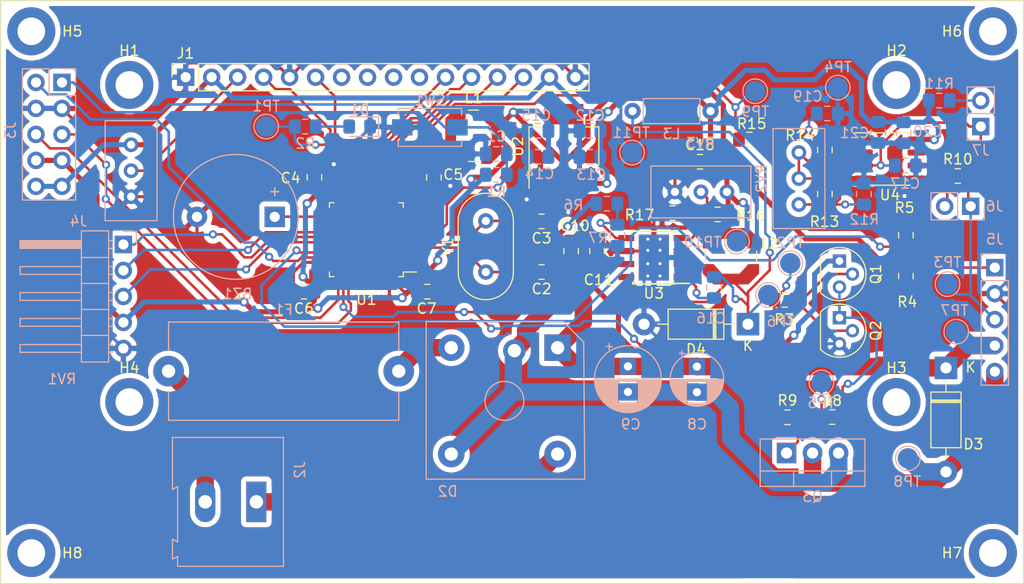
<source format=kicad_pcb>
(kicad_pcb (version 20171130) (host pcbnew "(5.1.4)-1")
  (layers (0 F.Cu signal) (31 B.Cu signal) (34 B.Paste user hide) (35 F.Paste user hide) (36 B.SilkS user) (37 F.SilkS user) (38 B.Mask user) (39 F.Mask user) (44 Edge.Cuts user))
  (net 0 "")
  (net 1 Buzzer)
  (net 2 GND)
  (net 3 NRST)
  (net 4 "Net-(C2-Pad2)")
  (net 5 "Net-(C3-Pad2)")
  (net 6 +3V3)
  (net 7 "Net-(C5-Pad1)")
  (net 8 +5V)
  (net 9 "Net-(C16-Pad1)")
  (net 10 "Net-(C16-Pad2)")
  (net 11 "Net-(C17-Pad1)")
  (net 12 "Net-(C19-Pad1)")
  (net 13 "Net-(D1-Pad2)")
  (net 14 "Net-(D2-Pad4)")
  (net 15 "Net-(D2-Pad2)")
  (net 16 "Net-(F1-Pad2)")
  (net 17 LCD_R)
  (net 18 LCD_RS)
  (net 19 LCD_E)
  (net 20 D4)
  (net 21 D5)
  (net 22 D6)
  (net 23 D7)
  (net 24 SWIM)
  (net 25 SWCLK)
  (net 26 SWDIO)
  (net 27 ENCODER_CLK)
  (net 28 ENCODER_DT)
  (net 29 ENCODER_SW)
  (net 30 Iron_IN)
  (net 31 "Net-(J5-Pad3)")
  (net 32 "Net-(J7-Pad2)")
  (net 33 "Net-(Q1-Pad3)")
  (net 34 LED)
  (net 35 PWM1)
  (net 36 "Net-(R6-Pad2)")
  (net 37 "Net-(R12-Pad1)")
  (net 38 "Net-(R13-Pad2)")
  (net 39 AIN0)
  (net 40 "Net-(R16-Pad1)")
  (net 41 SI_24_1)
  (net 42 SI_24_2)
  (net 43 "Net-(U4-Pad6)")
  (net 44 GNDPWR)
  (net 45 +24V)
  (net 46 "Net-(Q1-Pad2)")
  (net 47 "Net-(Q3-Pad1)")
  (module Fuse:Fuseholder_Cylinder-5x20mm_Schurter_0031_8201_Horizontal_Open (layer B.Cu) (at 133.9185 106.2254 180)
    (fp_text reference F1 (at 11.25 6 180) (layer B.SilkS) (effects (justify mirror)))
    (fp_text value 3A)
    (pad 1 thru_hole circle (at 0 0 180) (size 3 3) (drill 1.3) (layers *.Cu *.Mask) (net 14 "Net-(D2-Pad4)"))
    (pad 2 thru_hole circle (at 22.5 0 180) (size 3 3) (drill 1.3) (layers *.Cu *.Mask) (net 16 "Net-(F1-Pad2)"))
  )
  (module TerminalBlock:TerminalBlock_Altech_AK300-2_P5.00mm (layer B.Cu) (at 120 119 180)
    (fp_text reference J2 (at -4.2492 3.1272 90) (layer B.SilkS) (effects (justify mirror)))
    (fp_text value SCW_TERM_01x02)
    (pad 1 thru_hole rect (at 0 0 180) (size 1.98 3.96) (drill 1.32) (layers *.Cu *.Mask) (net 15 "Net-(D2-Pad2)"))
    (pad 2 thru_hole oval (at 5 0 180) (size 1.98 3.96) (drill 1.32) (layers *.Cu *.Mask) (net 16 "Net-(F1-Pad2)"))
  )
  (module Connector_PinHeader_2.54mm:PinHeader_1x05_P2.54mm_Horizontal (layer B.Cu) (at 107 93.84 180)
    (fp_text reference J4 (at 4.385 2.27) (layer B.SilkS) (effects (justify mirror)))
    (fp_text value Conn_01x05_Male)
    (pad 1 thru_hole rect (at 0 0 180) (size 1.7 1.7) (drill 1) (layers *.Cu *.Mask) (net 27 ENCODER_CLK))
    (pad 2 thru_hole oval (at 0 -2.54 180) (size 1.7 1.7) (drill 1) (layers *.Cu *.Mask) (net 28 ENCODER_DT))
    (pad 3 thru_hole oval (at 0 -5.08 180) (size 1.7 1.7) (drill 1) (layers *.Cu *.Mask) (net 29 ENCODER_SW))
    (pad 4 thru_hole oval (at 0 -7.62 180) (size 1.7 1.7) (drill 1) (layers *.Cu *.Mask) (net 6 +3V3))
    (pad 5 thru_hole oval (at 0 -10.16 180) (size 1.7 1.7) (drill 1) (layers *.Cu *.Mask) (net 2 GND))
  )
  (module Resistor_SMD:R_0805_2012Metric_Pad1.15x1.40mm_HandSolder (layer F.Cu) (at 183.4971 96.9335 270)
    (fp_text reference R4 (at 2.5209 -0.13) (layer F.SilkS))
    (fp_text value 220R)
    (pad 2 smd roundrect (at 1.025 0 270) (size 1.15 1.4) (layers F.Cu F.Paste F.Mask) (roundrect_rratio 0.217391) (net 6 +3V3))
    (pad 1 smd roundrect (at -1.025 0 270) (size 1.15 1.4) (layers F.Cu F.Paste F.Mask) (roundrect_rratio 0.217391) (net 30 Iron_IN))
  )
  (module Resistor_SMD:R_0805_2012Metric_Pad1.15x1.40mm_HandSolder (layer F.Cu) (at 183.4971 92.9335 270)
    (fp_text reference R5 (at -2.6861 0.1367) (layer F.SilkS))
    (fp_text value 220R)
    (pad 2 smd roundrect (at 1.025 0 270) (size 1.15 1.4) (layers F.Cu F.Paste F.Mask) (roundrect_rratio 0.217391) (net 30 Iron_IN))
    (pad 1 smd roundrect (at -1.025 0 270) (size 1.15 1.4) (layers F.Cu F.Paste F.Mask) (roundrect_rratio 0.217391) (net 2 GND))
  )
  (module Connector_PinSocket_2.54mm:PinSocket_1x05_P2.54mm_Vertical (layer B.Cu) (at 192.1891 96.1009 180)
    (fp_text reference J5 (at 0 2.77) (layer B.SilkS) (effects (justify mirror)))
    (fp_text value Conn_01x05_Female)
    (pad 1 thru_hole rect (at 0 0 180) (size 1.7 1.7) (drill 1) (layers *.Cu *.Mask) (net 30 Iron_IN))
    (pad 2 thru_hole oval (at 0 -2.54 180) (size 1.7 1.7) (drill 1) (layers *.Cu *.Mask) (net 2 GND))
    (pad 3 thru_hole oval (at 0 -5.08 180) (size 1.7 1.7) (drill 1) (layers *.Cu *.Mask) (net 31 "Net-(J5-Pad3)"))
    (pad 4 thru_hole oval (at 0 -7.62 180) (size 1.7 1.7) (drill 1) (layers *.Cu *.Mask) (net 41 SI_24_1))
    (pad 5 thru_hole oval (at 0 -10.16 180) (size 1.7 1.7) (drill 1) (layers *.Cu *.Mask) (net 42 SI_24_2))
  )
  (module Buzzer_Beeper:Buzzer_12x9.5RM7.6 (layer B.Cu) (at 121.7945 91.1413 180)
    (fp_text reference BZ1 (at 3.6337 -7.525) (layer B.SilkS) (effects (justify mirror)))
    (fp_text value Buzzer)
    (fp_text user + (at -0.01 2.54) (layer B.SilkS) (effects (justify mirror)))
    (pad 1 thru_hole rect (at 0 0 180) (size 2 2) (drill 1) (layers *.Cu *.Mask) (net 1 Buzzer))
    (pad 2 thru_hole circle (at 7.6 0 180) (size 2 2) (drill 1) (layers *.Cu *.Mask) (net 2 GND))
  )
  (module Connector_PinSocket_2.54mm:PinSocket_1x16_P2.54mm_Vertical (layer F.Cu) (at 113.0905 77.4853 90)
    (fp_text reference J1 (at 2.3267 -0.0097 180) (layer F.SilkS))
    (fp_text value Conn_01x16_Female)
    (pad 1 thru_hole rect (at 0 0 90) (size 1.7 1.7) (drill 1) (layers *.Cu *.Mask) (net 2 GND))
    (pad 2 thru_hole oval (at 0 2.54 90) (size 1.7 1.7) (drill 1) (layers *.Cu *.Mask) (net 8 +5V))
    (pad 3 thru_hole oval (at 0 5.08 90) (size 1.7 1.7) (drill 1) (layers *.Cu *.Mask) (net 17 LCD_R))
    (pad 4 thru_hole oval (at 0 7.62 90) (size 1.7 1.7) (drill 1) (layers *.Cu *.Mask) (net 18 LCD_RS))
    (pad 5 thru_hole oval (at 0 10.16 90) (size 1.7 1.7) (drill 1) (layers *.Cu *.Mask) (net 2 GND))
    (pad 6 thru_hole oval (at 0 12.7 90) (size 1.7 1.7) (drill 1) (layers *.Cu *.Mask) (net 19 LCD_E))
    (pad 7 thru_hole oval (at 0 15.24 90) (size 1.7 1.7) (drill 1) (layers *.Cu *.Mask))
    (pad 8 thru_hole oval (at 0 17.78 90) (size 1.7 1.7) (drill 1) (layers *.Cu *.Mask))
    (pad 9 thru_hole oval (at 0 20.32 90) (size 1.7 1.7) (drill 1) (layers *.Cu *.Mask))
    (pad 10 thru_hole oval (at 0 22.86 90) (size 1.7 1.7) (drill 1) (layers *.Cu *.Mask))
    (pad 11 thru_hole oval (at 0 25.4 90) (size 1.7 1.7) (drill 1) (layers *.Cu *.Mask) (net 20 D4))
    (pad 12 thru_hole oval (at 0 27.94 90) (size 1.7 1.7) (drill 1) (layers *.Cu *.Mask) (net 21 D5))
    (pad 13 thru_hole oval (at 0 30.48 90) (size 1.7 1.7) (drill 1) (layers *.Cu *.Mask) (net 22 D6))
    (pad 14 thru_hole oval (at 0 33.02 90) (size 1.7 1.7) (drill 1) (layers *.Cu *.Mask) (net 23 D7))
    (pad 15 thru_hole oval (at 0 35.56 90) (size 1.7 1.7) (drill 1) (layers *.Cu *.Mask) (net 8 +5V))
    (pad 16 thru_hole oval (at 0 38.1 90) (size 1.7 1.7) (drill 1) (layers *.Cu *.Mask) (net 2 GND))
  )
  (module Capacitor_THT:CP_Radial_D6.3mm_P2.50mm (layer B.Cu) (at 156.3213 105.7555 270)
    (fp_text reference C9 (at 5.6616 -0.2824 180) (layer B.SilkS) (effects (justify mirror)))
    (fp_text value 100u)
    (pad 1 thru_hole rect (at 0 0 270) (size 1.6 1.6) (drill 0.8) (layers *.Cu *.Mask) (net 41 SI_24_1))
    (pad 2 thru_hole circle (at 2.5 0 270) (size 1.6 1.6) (drill 0.8) (layers *.Cu *.Mask) (net 44 GNDPWR))
  )
  (module Crystal:Resonator-2Pin_W10.0mm_H5.0mm (layer F.Cu) (at 142.4275 96.5353 90)
    (fp_text reference Y1 (at 2.5 -3.7 90) (layer F.SilkS))
    (fp_text value 8M)
    (pad 2 thru_hole circle (at 5 0 90) (size 1.5 1.5) (drill 0.8) (layers *.Cu *.Mask) (net 5 "Net-(C3-Pad2)"))
    (pad 1 thru_hole circle (at 0 0 90) (size 1.5 1.5) (drill 0.8) (layers *.Cu *.Mask) (net 4 "Net-(C2-Pad2)"))
  )
  (module Capacitor_SMD:C_0805_2012Metric_Pad1.15x1.40mm_HandSolder (layer B.Cu) (at 143.4545 84.9893 180)
    (fp_text reference C1 (at -0.0174 1.7154 180) (layer B.SilkS) (effects (justify mirror)))
    (fp_text value 100n)
    (pad 1 smd roundrect (at -1.025 0 180) (size 1.15 1.4) (layers B.Cu B.Paste B.Mask) (roundrect_rratio 0.217391) (net 3 NRST))
    (pad 2 smd roundrect (at 1.025 0 180) (size 1.15 1.4) (layers B.Cu B.Paste B.Mask) (roundrect_rratio 0.217391) (net 2 GND))
  )
  (module Capacitor_SMD:C_0805_2012Metric_Pad1.15x1.40mm_HandSolder (layer F.Cu) (at 147.8795 96.5353 180)
    (fp_text reference C2 (at 0 -1.65) (layer F.SilkS))
    (fp_text value 22n)
    (pad 2 smd roundrect (at 1.025 0 180) (size 1.15 1.4) (layers F.Cu F.Paste F.Mask) (roundrect_rratio 0.217391) (net 4 "Net-(C2-Pad2)"))
    (pad 1 smd roundrect (at -1.025 0 180) (size 1.15 1.4) (layers F.Cu F.Paste F.Mask) (roundrect_rratio 0.217391) (net 2 GND))
  )
  (module Capacitor_SMD:C_0805_2012Metric_Pad1.15x1.40mm_HandSolder (layer F.Cu) (at 147.8795 91.5823 180)
    (fp_text reference C3 (at 0 -1.65) (layer F.SilkS))
    (fp_text value 22n)
    (pad 1 smd roundrect (at -1.025 0 180) (size 1.15 1.4) (layers F.Cu F.Paste F.Mask) (roundrect_rratio 0.217391) (net 2 GND))
    (pad 2 smd roundrect (at 1.025 0 180) (size 1.15 1.4) (layers F.Cu F.Paste F.Mask) (roundrect_rratio 0.217391) (net 5 "Net-(C3-Pad2)"))
  )
  (module Capacitor_SMD:C_0805_2012Metric_Pad1.15x1.40mm_HandSolder (layer F.Cu) (at 125.6745 87.2663 90)
    (fp_text reference C4 (at -0.0716 -2.3321 180) (layer F.SilkS))
    (fp_text value 10n)
    (pad 1 smd roundrect (at -1.025 0 90) (size 1.15 1.4) (layers F.Cu F.Paste F.Mask) (roundrect_rratio 0.217391) (net 6 +3V3))
    (pad 2 smd roundrect (at 1.025 0 90) (size 1.15 1.4) (layers F.Cu F.Paste F.Mask) (roundrect_rratio 0.217391) (net 2 GND))
  )
  (module Capacitor_SMD:C_0805_2012Metric_Pad1.15x1.40mm_HandSolder (layer F.Cu) (at 137.3585 87.2843 270)
    (fp_text reference C5 (at -0.2766 -1.8843 180) (layer F.SilkS))
    (fp_text value 10n)
    (pad 1 smd roundrect (at -1.025 0 270) (size 1.15 1.4) (layers F.Cu F.Paste F.Mask) (roundrect_rratio 0.217391) (net 7 "Net-(C5-Pad1)"))
    (pad 2 smd roundrect (at 1.025 0 270) (size 1.15 1.4) (layers F.Cu F.Paste F.Mask) (roundrect_rratio 0.217391) (net 2 GND))
  )
  (module Capacitor_SMD:C_0805_2012Metric_Pad1.15x1.40mm_HandSolder (layer F.Cu) (at 124.6495 98.4513 180)
    (fp_text reference C6 (at 0 -1.65) (layer F.SilkS))
    (fp_text value 100n)
    (pad 1 smd roundrect (at -1.025 0 180) (size 1.15 1.4) (layers F.Cu F.Paste F.Mask) (roundrect_rratio 0.217391) (net 6 +3V3))
    (pad 2 smd roundrect (at 1.025 0 180) (size 1.15 1.4) (layers F.Cu F.Paste F.Mask) (roundrect_rratio 0.217391) (net 2 GND))
  )
  (module Capacitor_SMD:C_0805_2012Metric_Pad1.15x1.40mm_HandSolder (layer F.Cu) (at 136.7145 98.4513)
    (fp_text reference C7 (at -0.0752 1.6501) (layer F.SilkS))
    (fp_text value 100n)
    (pad 2 smd roundrect (at 1.025 0) (size 1.15 1.4) (layers F.Cu F.Paste F.Mask) (roundrect_rratio 0.217391) (net 2 GND))
    (pad 1 smd roundrect (at -1.025 0) (size 1.15 1.4) (layers F.Cu F.Paste F.Mask) (roundrect_rratio 0.217391) (net 6 +3V3))
  )
  (module Capacitor_THT:CP_Radial_D5.0mm_P2.50mm (layer B.Cu) (at 163.065 105.7809 270)
    (fp_text reference C8 (at 5.6362 -0.0157) (layer B.SilkS) (effects (justify mirror)))
    (fp_text value 4.7u)
    (pad 1 thru_hole rect (at 0 0 270) (size 1.6 1.6) (drill 0.8) (layers *.Cu *.Mask) (net 41 SI_24_1))
    (pad 2 thru_hole circle (at 2.5 0 270) (size 1.6 1.6) (drill 0.8) (layers *.Cu *.Mask) (net 44 GNDPWR))
  )
  (module Capacitor_SMD:C_0805_2012Metric_Pad1.15x1.40mm_HandSolder (layer F.Cu) (at 153.3072 94.4824 90)
    (fp_text reference C11 (at -2.8123 0.1469 180) (layer F.SilkS))
    (fp_text value 100n)
    (pad 1 smd roundrect (at -1.025 0 90) (size 1.15 1.4) (layers F.Cu F.Paste F.Mask) (roundrect_rratio 0.217391) (net 45 +24V))
    (pad 2 smd roundrect (at 1.025 0 90) (size 1.15 1.4) (layers F.Cu F.Paste F.Mask) (roundrect_rratio 0.217391) (net 2 GND))
  )
  (module Capacitor_SMD:C_0805_2012Metric_Pad1.15x1.40mm_HandSolder (layer B.Cu) (at 152.6085 82.7268 180)
    (fp_text reference C12 (at -0.0201 1.4976 180) (layer B.SilkS) (effects (justify mirror)))
    (fp_text value 10n)
    (pad 2 smd roundrect (at 1.025 0 180) (size 1.15 1.4) (layers B.Cu B.Paste B.Mask) (roundrect_rratio 0.217391) (net 2 GND))
    (pad 1 smd roundrect (at -1.025 0 180) (size 1.15 1.4) (layers B.Cu B.Paste B.Mask) (roundrect_rratio 0.217391) (net 8 +5V))
  )
  (module Capacitor_SMD:C_0805_2012Metric_Pad1.15x1.40mm_HandSolder (layer B.Cu) (at 152.6085 85.2668 180)
    (fp_text reference C13 (at -0.1344 -1.7409 180) (layer B.SilkS) (effects (justify mirror)))
    (fp_text value 100n)
    (pad 1 smd roundrect (at -1.025 0 180) (size 1.15 1.4) (layers B.Cu B.Paste B.Mask) (roundrect_rratio 0.217391) (net 8 +5V))
    (pad 2 smd roundrect (at 1.025 0 180) (size 1.15 1.4) (layers B.Cu B.Paste B.Mask) (roundrect_rratio 0.217391) (net 2 GND))
  )
  (module Capacitor_SMD:C_0805_2012Metric_Pad1.15x1.40mm_HandSolder (layer B.Cu) (at 147.5285 85.2668 180)
    (fp_text reference C14 (at -0.1598 -1.652) (layer B.SilkS) (effects (justify mirror)))
    (fp_text value 10n)
    (pad 2 smd roundrect (at 1.025 0 180) (size 1.15 1.4) (layers B.Cu B.Paste B.Mask) (roundrect_rratio 0.217391) (net 2 GND))
    (pad 1 smd roundrect (at -1.025 0 180) (size 1.15 1.4) (layers B.Cu B.Paste B.Mask) (roundrect_rratio 0.217391) (net 6 +3V3))
  )
  (module Capacitor_SMD:C_0805_2012Metric_Pad1.15x1.40mm_HandSolder (layer B.Cu) (at 147.5285 82.7268 180)
    (fp_text reference C15 (at 0.1704 1.4976) (layer B.SilkS) (effects (justify mirror)))
    (fp_text value 100n)
    (pad 1 smd roundrect (at -1.025 0 180) (size 1.15 1.4) (layers B.Cu B.Paste B.Mask) (roundrect_rratio 0.217391) (net 6 +3V3))
    (pad 2 smd roundrect (at 1.025 0 180) (size 1.15 1.4) (layers B.Cu B.Paste B.Mask) (roundrect_rratio 0.217391) (net 2 GND))
  )
  (module Capacitor_SMD:C_0805_2012Metric_Pad1.15x1.40mm_HandSolder (layer B.Cu) (at 164.7372 98.0474 90)
    (fp_text reference C16 (at -3.0065 -0.2849) (layer B.SilkS) (effects (justify mirror)))
    (fp_text value 15p)
    (pad 1 smd roundrect (at -1.025 0 90) (size 1.15 1.4) (layers B.Cu B.Paste B.Mask) (roundrect_rratio 0.217391) (net 9 "Net-(C16-Pad1)"))
    (pad 2 smd roundrect (at 1.025 0 90) (size 1.15 1.4) (layers B.Cu B.Paste B.Mask) (roundrect_rratio 0.217391) (net 10 "Net-(C16-Pad2)"))
  )
  (module Capacitor_SMD:C_0805_2012Metric_Pad1.15x1.40mm_HandSolder (layer B.Cu) (at 183.4395 86.1213)
    (fp_text reference C17 (at -0.0007 1.75 180) (layer B.SilkS) (effects (justify mirror)))
    (fp_text value 100n)
    (pad 1 smd roundrect (at -1.025 0) (size 1.15 1.4) (layers B.Cu B.Paste B.Mask) (roundrect_rratio 0.217391) (net 11 "Net-(C17-Pad1)"))
    (pad 2 smd roundrect (at 1.025 0) (size 1.15 1.4) (layers B.Cu B.Paste B.Mask) (roundrect_rratio 0.217391) (net 2 GND))
  )
  (module Capacitor_SMD:C_0805_2012Metric_Pad1.15x1.40mm_HandSolder (layer F.Cu) (at 163.3608 85.753)
    (fp_text reference C18 (at 0 -1.65) (layer F.SilkS))
    (fp_text value 100n)
    (pad 2 smd roundrect (at 1.025 0) (size 1.15 1.4) (layers F.Cu F.Paste F.Mask) (roundrect_rratio 0.217391) (net 8 +5V))
    (pad 1 smd roundrect (at -1.025 0) (size 1.15 1.4) (layers F.Cu F.Paste F.Mask) (roundrect_rratio 0.217391) (net 2 GND))
  )
  (module Capacitor_SMD:C_0805_2012Metric_Pad1.15x1.40mm_HandSolder (layer B.Cu) (at 175.8195 81.0413)
    (fp_text reference C19 (at -1.9184 -1.679) (layer B.SilkS) (effects (justify mirror)))
    (fp_text value 100n)
    (pad 2 smd roundrect (at 1.025 0) (size 1.15 1.4) (layers B.Cu B.Paste B.Mask) (roundrect_rratio 0.217391) (net 2 GND))
    (pad 1 smd roundrect (at -1.025 0) (size 1.15 1.4) (layers B.Cu B.Paste B.Mask) (roundrect_rratio 0.217391) (net 12 "Net-(C19-Pad1)"))
  )
  (module Capacitor_SMD:C_0805_2012Metric_Pad1.15x1.40mm_HandSolder (layer B.Cu) (at 183.2707 82.9246 270)
    (fp_text reference C20 (at -0.1206 -2.3652 180) (layer B.SilkS) (effects (justify mirror)))
    (fp_text value 10n)
    (pad 2 smd roundrect (at 1.025 0 270) (size 1.15 1.4) (layers B.Cu B.Paste B.Mask) (roundrect_rratio 0.217391) (net 2 GND))
    (pad 1 smd roundrect (at -1.025 0 270) (size 1.15 1.4) (layers B.Cu B.Paste B.Mask) (roundrect_rratio 0.217391) (net 8 +5V))
  )
  (module Capacitor_SMD:C_0805_2012Metric_Pad1.15x1.40mm_HandSolder (layer B.Cu) (at 180.7815 82.8865 270)
    (fp_text reference C21 (at 0.0445 2.2957) (layer B.SilkS) (effects (justify mirror)))
    (fp_text value 100n)
    (pad 1 smd roundrect (at -1.025 0 270) (size 1.15 1.4) (layers B.Cu B.Paste B.Mask) (roundrect_rratio 0.217391) (net 8 +5V))
    (pad 2 smd roundrect (at 1.025 0 270) (size 1.15 1.4) (layers B.Cu B.Paste B.Mask) (roundrect_rratio 0.217391) (net 2 GND))
  )
  (module LED_SMD:LED_0805_2012Metric_Pad1.15x1.40mm_HandSolder (layer B.Cu) (at 130.0995 82.3113 180)
    (fp_text reference D1 (at 0 1.65) (layer B.SilkS) (effects (justify mirror)))
    (fp_text value LED)
    (pad 1 smd roundrect (at -1.025 0 180) (size 1.15 1.4) (layers B.Cu B.Paste B.Mask) (roundrect_rratio 0.217391) (net 2 GND))
    (pad 2 smd roundrect (at 1.025 0 180) (size 1.15 1.4) (layers B.Cu B.Paste B.Mask) (roundrect_rratio 0.217391) (net 13 "Net-(D1-Pad2)"))
  )
  (module Diode_THT:Diode_Bridge_Vishay_KBPC6 (layer B.Cu) (at 149.4506 103.928 180)
    (fp_text reference D2 (at 10.75 -14.05 180) (layer B.SilkS) (effects (justify mirror)))
    (fp_text value VS-KBPC806)
    (pad 3 thru_hole circle (at 10.4 -10.4 180) (size 2.6 2.6) (drill 1.3) (layers *.Cu *.Mask) (net 44 GNDPWR))
    (pad 4 thru_hole circle (at 10.4 0 180) (size 2.6 2.6) (drill 1.3) (layers *.Cu *.Mask) (net 14 "Net-(D2-Pad4)"))
    (pad 1 thru_hole rect (at 0 0 180) (size 2.6 2.6) (drill 1.3) (layers *.Cu *.Mask) (net 41 SI_24_1))
    (pad 2 thru_hole circle (at 0 -10.4 180) (size 2.6 2.6) (drill 1.3) (layers *.Cu *.Mask) (net 15 "Net-(D2-Pad2)"))
  )
  (module Diode_THT:D_DO-41_SOD81_P10.16mm_Horizontal (layer F.Cu) (at 187.4139 105.9053 270)
    (fp_text reference D3 (at 7.4523 -2.6827 180) (layer F.SilkS))
    (fp_text value 1N4001)
    (fp_text user K (at -0.0534 -2.4033 180) (layer F.SilkS))
    (pad 2 thru_hole oval (at 10.16 0 270) (size 2.2 2.2) (drill 1.1) (layers *.Cu *.Mask) (net 42 SI_24_2))
    (pad 1 thru_hole rect (at 0 0 270) (size 2.2 2.2) (drill 1.1) (layers *.Cu *.Mask) (net 41 SI_24_1))
  )
  (module Diode_THT:D_DO-41_SOD81_P10.16mm_Horizontal (layer F.Cu) (at 168.0561 101.628 180)
    (fp_text reference D4 (at 5.08 -2.47) (layer F.SilkS))
    (fp_text value 1N4001)
    (fp_text user K (at 0 -2.1) (layer F.SilkS))
    (pad 1 thru_hole rect (at 0 0 180) (size 2.2 2.2) (drill 1.1) (layers *.Cu *.Mask) (net 10 "Net-(C16-Pad2)"))
    (pad 2 thru_hole oval (at 10.16 0 180) (size 2.2 2.2) (drill 1.1) (layers *.Cu *.Mask) (net 2 GND))
  )
  (module Connector_PinHeader_2.54mm:PinHeader_2x05_P2.54mm_Vertical (layer B.Cu) (at 101 78 180)
    (fp_text reference J3 (at 5.0253 -4.6765 90) (layer B.SilkS) (effects (justify mirror)))
    (fp_text value Conn_02x05_Counter_Clockwise hide)
    (pad 1 thru_hole rect (at 0 0 180) (size 1.7 1.7) (drill 1) (layers *.Cu *.Mask) (net 3 NRST))
    (pad 2 thru_hole oval (at 2.54 0 180) (size 1.7 1.7) (drill 1) (layers *.Cu *.Mask) (net 26 SWDIO))
    (pad 3 thru_hole oval (at 0 -2.54 180) (size 1.7 1.7) (drill 1) (layers *.Cu *.Mask) (net 2 GND))
    (pad 4 thru_hole oval (at 2.54 -2.54 180) (size 1.7 1.7) (drill 1) (layers *.Cu *.Mask) (net 2 GND))
    (pad 5 thru_hole oval (at 0 -5.08 180) (size 1.7 1.7) (drill 1) (layers *.Cu *.Mask) (net 24 SWIM))
    (pad 6 thru_hole oval (at 2.54 -5.08 180) (size 1.7 1.7) (drill 1) (layers *.Cu *.Mask) (net 25 SWCLK))
    (pad 7 thru_hole oval (at 0 -7.62 180) (size 1.7 1.7) (drill 1) (layers *.Cu *.Mask) (net 6 +3V3))
    (pad 8 thru_hole oval (at 2.54 -7.62 180) (size 1.7 1.7) (drill 1) (layers *.Cu *.Mask) (net 6 +3V3))
    (pad 9 thru_hole oval (at 0 -10.16 180) (size 1.7 1.7) (drill 1) (layers *.Cu *.Mask) (net 8 +5V))
    (pad 10 thru_hole oval (at 2.54 -10.16 180) (size 1.7 1.7) (drill 1) (layers *.Cu *.Mask) (net 8 +5V))
  )
  (module Connector_PinHeader_2.54mm:PinHeader_1x02_P2.54mm_Vertical (layer B.Cu) (at 189.8269 90.1065 90)
    (fp_text reference J6 (at 0 2.33) (layer B.SilkS) (effects (justify mirror)))
    (fp_text value Conn_01x02)
    (pad 2 thru_hole oval (at 0 -2.54 90) (size 1.7 1.7) (drill 1) (layers *.Cu *.Mask) (net 11 "Net-(C17-Pad1)"))
    (pad 1 thru_hole rect (at 0 0 90) (size 1.7 1.7) (drill 1) (layers *.Cu *.Mask) (net 31 "Net-(J5-Pad3)"))
  )
  (module Connector_PinHeader_2.54mm:PinHeader_1x02_P2.54mm_Vertical (layer B.Cu) (at 190.8145 82.3113)
    (fp_text reference J7 (at 0 2.33) (layer B.SilkS) (effects (justify mirror)))
    (fp_text value Conn_01x02 hide)
    (pad 1 thru_hole rect (at 0 0) (size 1.7 1.7) (drill 1) (layers *.Cu *.Mask) (net 11 "Net-(C17-Pad1)"))
    (pad 2 thru_hole oval (at 0 -2.54) (size 1.7 1.7) (drill 1) (layers *.Cu *.Mask) (net 32 "Net-(J7-Pad2)"))
  )
  (module Inductor_SMD:L_Coilcraft_LPS5030 (layer F.Cu) (at 141.227 83.2113)
    (fp_text reference L1 (at 0 -3.7) (layer F.SilkS))
    (fp_text value INDUCTOR)
    (pad 1 smd custom (at -2.2275 0) (size 1.055 3.4) (layers F.Cu F.Paste F.Mask) (net 7 "Net-(C5-Pad1)") (options (clearance outline) (anchor rect)) (primitives (gr_poly (pts (xy 1.4675 -1.7) (xy 0.5275 -0.8445) (xy 0.5275 0.8445) (xy 1.4675 1.7) (xy 1.4675 2.755) (xy 0.5275 2.755) (xy -0.5275 1.7) (xy -0.5275 -1.7) (xy 0.5275 -2.755) (xy 1.4675 -2.755)) (width 0))))
    (pad 2 smd custom (at 2.2275 0) (size 1.055 3.4) (layers F.Cu F.Paste F.Mask) (net 6 +3V3) (options (clearance outline) (anchor rect)) (primitives (gr_poly (pts (xy -1.4675 -1.7) (xy -0.5275 -0.8445) (xy -0.5275 0.8445) (xy -1.4675 1.7) (xy -1.4675 2.755) (xy -0.5275 2.755) (xy 0.5275 1.7) (xy 0.5275 -1.7) (xy -0.5275 -2.755) (xy -1.4675 -2.755)) (width 0))))
  )
  (module Inductor_SMD:L_Coilcraft_LPS5030 (layer F.Cu) (at 166.3924 94.9936 90)
    (fp_text reference L2 (at 1.2422 3.7749 180) (layer F.SilkS))
    (fp_text value INDUCTOR)
    (pad 1 smd custom (at -2.2275 0 90) (size 1.055 3.4) (layers F.Cu F.Paste F.Mask) (net 10 "Net-(C16-Pad2)") (options (clearance outline) (anchor rect)) (primitives (gr_poly (pts (xy 1.4675 -1.7) (xy 0.5275 -0.8445) (xy 0.5275 0.8445) (xy 1.4675 1.7) (xy 1.4675 2.755) (xy 0.5275 2.755) (xy -0.5275 1.7) (xy -0.5275 -1.7) (xy 0.5275 -2.755) (xy 1.4675 -2.755)) (width 0))))
    (pad 2 smd custom (at 2.2275 0 90) (size 1.055 3.4) (layers F.Cu F.Paste F.Mask) (net 8 +5V) (options (clearance outline) (anchor rect)) (primitives (gr_poly (pts (xy -1.4675 -1.7) (xy -0.5275 -0.8445) (xy -0.5275 0.8445) (xy -1.4675 1.7) (xy -1.4675 2.755) (xy -0.5275 2.755) (xy 0.5275 1.7) (xy 0.5275 -1.7) (xy -0.5275 -2.755) (xy -1.4675 -2.755)) (width 0))))
  )
  (module Inductor_THT:L_Axial_L5.3mm_D2.2mm_P7.62mm_Horizontal_Vishay_IM-1 (layer B.Cu) (at 156.7785 80.8)
    (fp_text reference L3 (at 3.81 2.22 180) (layer B.SilkS) (effects (justify mirror)))
    (fp_text value INDUCTOR)
    (pad 1 thru_hole circle (at 0 0) (size 1.6 1.6) (drill 0.8) (layers *.Cu *.Mask) (net 10 "Net-(C16-Pad2)"))
    (pad 2 thru_hole oval (at 7.62 0) (size 1.6 1.6) (drill 0.8) (layers *.Cu *.Mask) (net 8 +5V))
  )
  (module Resistor_SMD:R_0805_2012Metric_Pad1.15x1.40mm_HandSolder (layer B.Cu) (at 143.4545 87.0213)
    (fp_text reference R1 (at 0 1.65 180) (layer B.SilkS) (effects (justify mirror)))
    (fp_text value 10k)
    (pad 2 smd roundrect (at 1.025 0) (size 1.15 1.4) (layers B.Cu B.Paste B.Mask) (roundrect_rratio 0.217391) (net 3 NRST))
    (pad 1 smd roundrect (at -1.025 0) (size 1.15 1.4) (layers B.Cu B.Paste B.Mask) (roundrect_rratio 0.217391) (net 6 +3V3))
  )
  (module Resistor_SMD:R_0805_2012Metric_Pad1.15x1.40mm_HandSolder (layer B.Cu) (at 124.7835 82.3113)
    (fp_text reference R2 (at 0 1.65) (layer B.SilkS) (effects (justify mirror)))
    (fp_text value 220R)
    (pad 1 smd roundrect (at -1.025 0) (size 1.15 1.4) (layers B.Cu B.Paste B.Mask) (roundrect_rratio 0.217391) (net 34 LED))
    (pad 2 smd roundrect (at 1.025 0) (size 1.15 1.4) (layers B.Cu B.Paste B.Mask) (roundrect_rratio 0.217391) (net 13 "Net-(D1-Pad2)"))
  )
  (module Resistor_SMD:R_0805_2012Metric_Pad1.15x1.40mm_HandSolder (layer F.Cu) (at 171.6539 99.2531)
    (fp_text reference R3 (at -0.0515 1.9151) (layer F.SilkS))
    (fp_text value 100R)
    (pad 1 smd roundrect (at -1.025 0) (size 1.15 1.4) (layers F.Cu F.Paste F.Mask) (roundrect_rratio 0.217391) (net 35 PWM1))
    (pad 2 smd roundrect (at 1.025 0) (size 1.15 1.4) (layers F.Cu F.Paste F.Mask) (roundrect_rratio 0.217391) (net 46 "Net-(Q1-Pad2)"))
  )
  (module Resistor_SMD:R_0805_2012Metric_Pad1.15x1.40mm_HandSolder (layer B.Cu) (at 154.2669 89.8525)
    (fp_text reference R6 (at -3.2669 0.1475 -180) (layer B.SilkS) (effects (justify mirror)))
    (fp_text value 15k)
    (pad 2 smd roundrect (at 1.025 0) (size 1.15 1.4) (layers B.Cu B.Paste B.Mask) (roundrect_rratio 0.217391) (net 36 "Net-(R6-Pad2)"))
    (pad 1 smd roundrect (at -1.025 0) (size 1.15 1.4) (layers B.Cu B.Paste B.Mask) (roundrect_rratio 0.217391) (net 45 +24V))
  )
  (module Resistor_SMD:R_0805_2012Metric_Pad1.15x1.40mm_HandSolder (layer B.Cu) (at 155.2926 92.9412 270)
    (fp_text reference R7 (at 0.2387 1.8766) (layer B.SilkS) (effects (justify mirror)))
    (fp_text value 5k)
    (pad 1 smd roundrect (at -1.025 0 270) (size 1.15 1.4) (layers B.Cu B.Paste B.Mask) (roundrect_rratio 0.217391) (net 36 "Net-(R6-Pad2)"))
    (pad 2 smd roundrect (at 1.025 0 270) (size 1.15 1.4) (layers B.Cu B.Paste B.Mask) (roundrect_rratio 0.217391) (net 2 GND))
  )
  (module Resistor_SMD:R_0805_2012Metric_Pad1.15x1.40mm_HandSolder (layer F.Cu) (at 176.285 110.7059 180)
    (fp_text reference R8 (at 0.012 1.5976) (layer F.SilkS))
    (fp_text value 100R)
    (pad 2 smd roundrect (at 1.025 0 180) (size 1.15 1.4) (layers F.Cu F.Paste F.Mask) (roundrect_rratio 0.217391) (net 47 "Net-(Q3-Pad1)"))
    (pad 1 smd roundrect (at -1.025 0 180) (size 1.15 1.4) (layers F.Cu F.Paste F.Mask) (roundrect_rratio 0.217391) (net 33 "Net-(Q1-Pad3)"))
  )
  (module Resistor_SMD:R_0805_2012Metric_Pad1.15x1.40mm_HandSolder (layer F.Cu) (at 171.9162 110.7313)
    (fp_text reference R9 (at 0 -1.65) (layer F.SilkS))
    (fp_text value 100k)
    (pad 1 smd roundrect (at -1.025 0) (size 1.15 1.4) (layers F.Cu F.Paste F.Mask) (roundrect_rratio 0.217391) (net 2 GND))
    (pad 2 smd roundrect (at 1.025 0) (size 1.15 1.4) (layers F.Cu F.Paste F.Mask) (roundrect_rratio 0.217391) (net 47 "Net-(Q3-Pad1)"))
  )
  (module Resistor_SMD:R_0805_2012Metric_Pad1.15x1.40mm_HandSolder (layer F.Cu) (at 188.5659 87.1474)
    (fp_text reference R10 (at 0 -1.65) (layer F.SilkS))
    (fp_text value 10k)
    (pad 2 smd roundrect (at 1.025 0) (size 1.15 1.4) (layers F.Cu F.Paste F.Mask) (roundrect_rratio 0.217391) (net 31 "Net-(J5-Pad3)"))
    (pad 1 smd roundrect (at -1.025 0) (size 1.15 1.4) (layers F.Cu F.Paste F.Mask) (roundrect_rratio 0.217391) (net 11 "Net-(C17-Pad1)"))
  )
  (module Resistor_SMD:R_0805_2012Metric_Pad1.15x1.40mm_HandSolder (layer B.Cu) (at 186.7595 79.7713 180)
    (fp_text reference R11 (at 0 1.65) (layer B.SilkS) (effects (justify mirror)))
    (fp_text value 100k)
    (pad 1 smd roundrect (at -1.025 0 180) (size 1.15 1.4) (layers B.Cu B.Paste B.Mask) (roundrect_rratio 0.217391) (net 32 "Net-(J7-Pad2)"))
    (pad 2 smd roundrect (at 1.025 0 180) (size 1.15 1.4) (layers B.Cu B.Paste B.Mask) (roundrect_rratio 0.217391) (net 8 +5V))
  )
  (module Resistor_SMD:R_0805_2012Metric_Pad1.15x1.40mm_HandSolder (layer B.Cu) (at 179.3845 88.9063 90)
    (fp_text reference R12 (at -2.4829 0.0538) (layer B.SilkS) (effects (justify mirror)))
    (fp_text value 1k)
    (pad 1 smd roundrect (at -1.025 0 90) (size 1.15 1.4) (layers B.Cu B.Paste B.Mask) (roundrect_rratio 0.217391) (net 37 "Net-(R12-Pad1)"))
    (pad 2 smd roundrect (at 1.025 0 90) (size 1.15 1.4) (layers B.Cu B.Paste B.Mask) (roundrect_rratio 0.217391) (net 2 GND))
  )
  (module Resistor_SMD:R_0805_2012Metric_Pad1.15x1.40mm_HandSolder (layer F.Cu) (at 175.5745 88.9063 90)
    (fp_text reference R13 (at -2.6988 -0.0351 180) (layer F.SilkS))
    (fp_text value R)
    (pad 2 smd roundrect (at 1.025 0 90) (size 1.15 1.4) (layers F.Cu F.Paste F.Mask) (roundrect_rratio 0.217391) (net 38 "Net-(R13-Pad2)"))
    (pad 1 smd roundrect (at -1.025 0 90) (size 1.15 1.4) (layers F.Cu F.Paste F.Mask) (roundrect_rratio 0.217391) (net 37 "Net-(R12-Pad1)"))
  )
  (module Resistor_SMD:R_0805_2012Metric_Pad1.15x1.40mm_HandSolder (layer F.Cu) (at 175.5745 84.6063 90)
    (fp_text reference R14 (at 1.4467 -2.4227 180) (layer F.SilkS))
    (fp_text value 100k)
    (pad 1 smd roundrect (at -1.025 0 90) (size 1.15 1.4) (layers F.Cu F.Paste F.Mask) (roundrect_rratio 0.217391) (net 38 "Net-(R13-Pad2)"))
    (pad 2 smd roundrect (at 1.025 0 90) (size 1.15 1.4) (layers F.Cu F.Paste F.Mask) (roundrect_rratio 0.217391) (net 12 "Net-(C19-Pad1)"))
  )
  (module Resistor_SMD:R_0805_2012Metric_Pad1.15x1.40mm_HandSolder (layer F.Cu) (at 168.1995 83.5813 180)
    (fp_text reference R15 (at -0.219 1.545) (layer F.SilkS))
    (fp_text value 470R)
    (pad 2 smd roundrect (at 1.025 0 180) (size 1.15 1.4) (layers F.Cu F.Paste F.Mask) (roundrect_rratio 0.217391) (net 39 AIN0))
    (pad 1 smd roundrect (at -1.025 0 180) (size 1.15 1.4) (layers F.Cu F.Paste F.Mask) (roundrect_rratio 0.217391) (net 12 "Net-(C19-Pad1)"))
  )
  (module Resistor_SMD:R_0805_2012Metric_Pad1.15x1.40mm_HandSolder (layer F.Cu) (at 165.0933 90.8965)
    (fp_text reference R16 (at 3.2198 0.0863) (layer F.SilkS))
    (fp_text value 15k)
    (pad 1 smd roundrect (at -1.025 0) (size 1.15 1.4) (layers F.Cu F.Paste F.Mask) (roundrect_rratio 0.217391) (net 40 "Net-(R16-Pad1)"))
    (pad 2 smd roundrect (at 1.025 0) (size 1.15 1.4) (layers F.Cu F.Paste F.Mask) (roundrect_rratio 0.217391) (net 8 +5V))
  )
  (module Resistor_SMD:R_0805_2012Metric_Pad1.15x1.40mm_HandSolder (layer F.Cu) (at 160.6811 90.7695)
    (fp_text reference R17 (at -3.2265 0.1752) (layer F.SilkS))
    (fp_text value 33k)
    (pad 2 smd roundrect (at 1.025 0) (size 1.15 1.4) (layers F.Cu F.Paste F.Mask) (roundrect_rratio 0.217391) (net 40 "Net-(R16-Pad1)"))
    (pad 1 smd roundrect (at -1.025 0) (size 1.15 1.4) (layers F.Cu F.Paste F.Mask) (roundrect_rratio 0.217391) (net 2 GND))
  )
  (module Potentiometer_THT:Potentiometer_Bourns_3296W_Vertical (layer B.Cu) (at 107.7565 84.0893 90)
    (fp_text reference RV1 (at -22.9107 -6.7565 180) (layer B.SilkS) (effects (justify mirror)))
    (fp_text value 1K)
    (pad 1 thru_hole circle (at 0 0 90) (size 1.44 1.44) (drill 0.8) (layers *.Cu *.Mask) (net 8 +5V))
    (pad 2 thru_hole circle (at -2.54 0 90) (size 1.44 1.44) (drill 0.8) (layers *.Cu *.Mask) (net 17 LCD_R))
    (pad 3 thru_hole circle (at -5.08 0 90) (size 1.44 1.44) (drill 0.8) (layers *.Cu *.Mask) (net 2 GND))
  )
  (module Potentiometer_THT:Potentiometer_Bourns_3296W_Vertical (layer B.Cu) (at 173.0345 89.9313 270)
    (fp_text reference RV2 (at -2.54 3.66 270) (layer B.SilkS) (effects (justify mirror)))
    (fp_text value 500k)
    (pad 1 thru_hole circle (at 0 0 270) (size 1.44 1.44) (drill 0.8) (layers *.Cu *.Mask) (net 37 "Net-(R12-Pad1)"))
    (pad 2 thru_hole circle (at -2.54 0 270) (size 1.44 1.44) (drill 0.8) (layers *.Cu *.Mask) (net 38 "Net-(R13-Pad2)"))
    (pad 3 thru_hole circle (at -5.08 0 270) (size 1.44 1.44) (drill 0.8) (layers *.Cu *.Mask) (net 38 "Net-(R13-Pad2)"))
  )
  (module Potentiometer_THT:Potentiometer_Bourns_3296W_Vertical (layer B.Cu) (at 160.9187 88.6994 180)
    (fp_text reference RV3 (at -2.5049 4.7651) (layer B.SilkS) (effects (justify mirror)))
    (fp_text value 50k)
    (pad 3 thru_hole circle (at -5.08 0 180) (size 1.44 1.44) (drill 0.8) (layers *.Cu *.Mask) (net 8 +5V))
    (pad 2 thru_hole circle (at -2.54 0 180) (size 1.44 1.44) (drill 0.8) (layers *.Cu *.Mask) (net 40 "Net-(R16-Pad1)"))
    (pad 1 thru_hole circle (at 0 0 180) (size 1.44 1.44) (drill 0.8) (layers *.Cu *.Mask) (net 2 GND))
  )
  (module Button_Switch_SMD:SW_SPST_EVQPE1 (layer B.Cu) (at 136.9645 82.3913 180)
    (fp_text reference SW1 (at 0 2.65 180) (layer B.SilkS) (effects (justify mirror)))
    (fp_text value SW_Push)
    (pad 1 smd rect (at -2.7 0 180) (size 2 1.6) (layers B.Cu B.Paste B.Mask) (net 3 NRST))
    (pad 2 smd rect (at 2.7 0 180) (size 2 1.6) (layers B.Cu B.Paste B.Mask) (net 2 GND))
  )
  (module TestPoint:TestPoint_Pad_D2.0mm (layer B.Cu) (at 120.9645 82.3113 180)
    (fp_text reference TP1 (at 0 1.998) (layer B.SilkS) (effects (justify mirror)))
    (fp_text value TestPoint)
    (pad 1 smd circle (at 0 0 180) (size 2 2) (layers B.Cu B.Mask) (net 34 LED))
  )
  (module TestPoint:TestPoint_Pad_D2.0mm (layer B.Cu) (at 172.1963 95.6717 180)
    (fp_text reference TP2 (at 0 1.998) (layer B.SilkS) (effects (justify mirror)))
    (fp_text value TestPoint)
    (pad 1 smd circle (at 0 0 180) (size 2 2) (layers B.Cu B.Mask) (net 35 PWM1))
  )
  (module TestPoint:TestPoint_Pad_D2.0mm (layer B.Cu) (at 187.5663 97.7138)
    (fp_text reference TP3 (at -0.0127 -2.1336) (layer B.SilkS) (effects (justify mirror)))
    (fp_text value TestPoint)
    (pad 1 smd circle (at 0 0) (size 2 2) (layers B.Cu B.Mask) (net 31 "Net-(J5-Pad3)"))
  )
  (module TestPoint:TestPoint_Pad_D2.0mm (layer B.Cu) (at 176.8445 78.5013 180)
    (fp_text reference TP4 (at 0 1.998) (layer B.SilkS) (effects (justify mirror)))
    (fp_text value TestPoint)
    (pad 1 smd circle (at 0 0 180) (size 2 2) (layers B.Cu B.Mask) (net 2 GND))
  )
  (module TestPoint:TestPoint_Pad_D2.0mm (layer B.Cu) (at 175.2346 107.3277)
    (fp_text reference TP5 (at 0 1.998) (layer B.SilkS) (effects (justify mirror)))
    (fp_text value TestPoint)
    (pad 1 smd circle (at 0 0) (size 2 2) (layers B.Cu B.Mask) (net 47 "Net-(Q3-Pad1)"))
  )
  (module TestPoint:TestPoint_Pad_D2.0mm (layer B.Cu) (at 170.0373 98.7705 180)
    (fp_text reference TP6 (at -1.1968 -2.5882) (layer B.SilkS) (effects (justify mirror)))
    (fp_text value TestPoint hide)
    (pad 1 smd circle (at 0 0 180) (size 2 2) (layers B.Cu B.Mask) (net 10 "Net-(C16-Pad2)"))
  )
  (module TestPoint:TestPoint_Pad_D2.0mm (layer B.Cu) (at 188.4172 102.362)
    (fp_text reference TP7 (at -0.1778 -2.0701) (layer B.SilkS) (effects (justify mirror)))
    (fp_text value TestPoint hide)
    (pad 1 smd circle (at 0 0) (size 2 2) (layers B.Cu B.Mask) (net 41 SI_24_1))
  )
  (module TestPoint:TestPoint_Pad_D2.0mm (layer B.Cu) (at 183.6928 114.7445)
    (fp_text reference TP8 (at -0.0635 2.2733) (layer B.SilkS) (effects (justify mirror)))
    (fp_text value TestPoint hide)
    (pad 1 smd circle (at 0 0) (size 2 2) (layers B.Cu B.Mask) (net 42 SI_24_2))
  )
  (module TestPoint:TestPoint_Pad_D2.0mm (layer B.Cu) (at 168.7673 78.8569)
    (fp_text reference TP9 (at 0 1.998) (layer B.SilkS) (effects (justify mirror)))
    (fp_text value TestPoint hide)
    (pad 1 smd circle (at 0 0) (size 2 2) (layers B.Cu B.Mask) (net 39 AIN0))
  )
  (module TestPoint:TestPoint_Pad_D2.0mm (layer B.Cu) (at 166.9766 93.5508 180)
    (fp_text reference TP10 (at 3.3625 -0.0609) (layer B.SilkS) (effects (justify mirror)))
    (fp_text value TestPoint)
    (pad 1 smd circle (at 0 0 180) (size 2 2) (layers B.Cu B.Mask) (net 8 +5V))
  )
  (module TestPoint:TestPoint_Pad_D2.0mm (layer B.Cu) (at 156.7277 84.8513)
    (fp_text reference TP11 (at -0.0986 -1.9457) (layer B.SilkS) (effects (justify mirror)))
    (fp_text value TestPoint)
    (pad 1 smd circle (at 0 0) (size 2 2) (layers B.Cu B.Mask) (net 2 GND))
  )
  (module Package_QFP:LQFP-48_7x7mm_P0.5mm (layer F.Cu) (at 130.7545 93.3713 180)
    (fp_text reference U1 (at 0 -5.85) (layer F.SilkS))
    (fp_text value STM32F103C8Tx)
    (pad 48 smd roundrect (at -2.75 -4.1625 180) (size 0.3 1.475) (layers F.Cu F.Paste F.Mask) (net 6 +3V3))
    (pad 47 smd roundrect (at -2.25 -4.1625 180) (size 0.3 1.475) (layers F.Cu F.Paste F.Mask) (net 2 GND))
    (pad 46 smd roundrect (at -1.75 -4.1625 180) (size 0.3 1.475) (layers F.Cu F.Paste F.Mask))
    (pad 45 smd roundrect (at -1.25 -4.1625 180) (size 0.3 1.475) (layers F.Cu F.Paste F.Mask))
    (pad 44 smd roundrect (at -0.75 -4.1625 180) (size 0.3 1.475) (layers F.Cu F.Paste F.Mask))
    (pad 43 smd roundrect (at -0.25 -4.1625 180) (size 0.3 1.475) (layers F.Cu F.Paste F.Mask))
    (pad 42 smd roundrect (at 0.25 -4.1625 180) (size 0.3 1.475) (layers F.Cu F.Paste F.Mask))
    (pad 41 smd roundrect (at 0.75 -4.1625 180) (size 0.3 1.475) (layers F.Cu F.Paste F.Mask))
    (pad 40 smd roundrect (at 1.25 -4.1625 180) (size 0.3 1.475) (layers F.Cu F.Paste F.Mask))
    (pad 39 smd roundrect (at 1.75 -4.1625 180) (size 0.3 1.475) (layers F.Cu F.Paste F.Mask) (net 24 SWIM))
    (pad 38 smd roundrect (at 2.25 -4.1625 180) (size 0.3 1.475) (layers F.Cu F.Paste F.Mask) (net 35 PWM1))
    (pad 37 smd roundrect (at 2.75 -4.1625 180) (size 0.3 1.475) (layers F.Cu F.Paste F.Mask) (net 25 SWCLK))
    (pad 36 smd roundrect (at 4.1625 -2.75 180) (size 1.475 0.3) (layers F.Cu F.Paste F.Mask) (net 6 +3V3))
    (pad 35 smd roundrect (at 4.1625 -2.25 180) (size 1.475 0.3) (layers F.Cu F.Paste F.Mask) (net 2 GND))
    (pad 34 smd roundrect (at 4.1625 -1.75 180) (size 1.475 0.3) (layers F.Cu F.Paste F.Mask) (net 26 SWDIO))
    (pad 33 smd roundrect (at 4.1625 -1.25 180) (size 1.475 0.3) (layers F.Cu F.Paste F.Mask) (net 30 Iron_IN))
    (pad 32 smd roundrect (at 4.1625 -0.75 180) (size 1.475 0.3) (layers F.Cu F.Paste F.Mask))
    (pad 31 smd roundrect (at 4.1625 -0.25 180) (size 1.475 0.3) (layers F.Cu F.Paste F.Mask) (net 29 ENCODER_SW))
    (pad 30 smd roundrect (at 4.1625 0.25 180) (size 1.475 0.3) (layers F.Cu F.Paste F.Mask) (net 27 ENCODER_CLK))
    (pad 29 smd roundrect (at 4.1625 0.75 180) (size 1.475 0.3) (layers F.Cu F.Paste F.Mask) (net 28 ENCODER_DT))
    (pad 28 smd roundrect (at 4.1625 1.25 180) (size 1.475 0.3) (layers F.Cu F.Paste F.Mask))
    (pad 27 smd roundrect (at 4.1625 1.75 180) (size 1.475 0.3) (layers F.Cu F.Paste F.Mask))
    (pad 26 smd roundrect (at 4.1625 2.25 180) (size 1.475 0.3) (layers F.Cu F.Paste F.Mask) (net 1 Buzzer))
    (pad 25 smd roundrect (at 4.1625 2.75 180) (size 1.475 0.3) (layers F.Cu F.Paste F.Mask))
    (pad 24 smd roundrect (at 2.75 4.1625 180) (size 0.3 1.475) (layers F.Cu F.Paste F.Mask) (net 6 +3V3))
    (pad 23 smd roundrect (at 2.25 4.1625 180) (size 0.3 1.475) (layers F.Cu F.Paste F.Mask) (net 2 GND))
    (pad 22 smd roundrect (at 1.75 4.1625 180) (size 0.3 1.475) (layers F.Cu F.Paste F.Mask))
    (pad 21 smd roundrect (at 1.25 4.1625 180) (size 0.3 1.475) (layers F.Cu F.Paste F.Mask))
    (pad 20 smd roundrect (at 0.75 4.1625 180) (size 0.3 1.475) (layers F.Cu F.Paste F.Mask) (net 34 LED))
    (pad 19 smd roundrect (at 0.25 4.1625 180) (size 0.3 1.475) (layers F.Cu F.Paste F.Mask) (net 18 LCD_RS))
    (pad 18 smd roundrect (at -0.25 4.1625 180) (size 0.3 1.475) (layers F.Cu F.Paste F.Mask) (net 19 LCD_E))
    (pad 17 smd roundrect (at -0.75 4.1625 180) (size 0.3 1.475) (layers F.Cu F.Paste F.Mask) (net 20 D4))
    (pad 16 smd roundrect (at -1.25 4.1625 180) (size 0.3 1.475) (layers F.Cu F.Paste F.Mask) (net 21 D5))
    (pad 15 smd roundrect (at -1.75 4.1625 180) (size 0.3 1.475) (layers F.Cu F.Paste F.Mask) (net 22 D6))
    (pad 14 smd roundrect (at -2.25 4.1625 180) (size 0.3 1.475) (layers F.Cu F.Paste F.Mask) (net 23 D7))
    (pad 13 smd roundrect (at -2.75 4.1625 180) (size 0.3 1.475) (layers F.Cu F.Paste F.Mask))
    (pad 12 smd roundrect (at -4.1625 2.75 180) (size 1.475 0.3) (layers F.Cu F.Paste F.Mask))
    (pad 11 smd roundrect (at -4.1625 2.25 180) (size 1.475 0.3) (layers F.Cu F.Paste F.Mask))
    (pad 10 smd roundrect (at -4.1625 1.75 180) (size 1.475 0.3) (layers F.Cu F.Paste F.Mask) (net 39 AIN0))
    (pad 9 smd roundrect (at -4.1625 1.25 180) (size 1.475 0.3) (layers F.Cu F.Paste F.Mask) (net 7 "Net-(C5-Pad1)"))
    (pad 8 smd roundrect (at -4.1625 0.75 180) (size 1.475 0.3) (layers F.Cu F.Paste F.Mask) (net 2 GND))
    (pad 7 smd roundrect (at -4.1625 0.25 180) (size 1.475 0.3) (layers F.Cu F.Paste F.Mask) (net 3 NRST))
    (pad 6 smd roundrect (at -4.1625 -0.25 180) (size 1.475 0.3) (layers F.Cu F.Paste F.Mask) (net 5 "Net-(C3-Pad2)"))
    (pad 5 smd roundrect (at -4.1625 -0.75 180) (size 1.475 0.3) (layers F.Cu F.Paste F.Mask) (net 4 "Net-(C2-Pad2)"))
    (pad 4 smd roundrect (at -4.1625 -1.25 180) (size 1.475 0.3) (layers F.Cu F.Paste F.Mask))
    (pad 3 smd roundrect (at -4.1625 -1.75 180) (size 1.475 0.3) (layers F.Cu F.Paste F.Mask))
    (pad 2 smd roundrect (at -4.1625 -2.25 180) (size 1.475 0.3) (layers F.Cu F.Paste F.Mask))
    (pad 1 smd roundrect (at -4.1625 -2.75 180) (size 1.475 0.3) (layers F.Cu F.Paste F.Mask) (net 6 +3V3))
  )
  (module Package_SO:TI_SO-PowerPAD-8_ThermalVias (layer F.Cu) (at 158.8622 95.1174 180)
    (fp_text reference U3 (at 0 -3.5) (layer F.SilkS))
    (fp_text value TPS5430DDA)
    (pad 9 smd rect (at 0 0 180) (size 2.6 3.1) (layers F.Cu F.Paste F.Mask) (net 2 GND))
    (pad 9 smd rect (at 0 0 180) (size 2.95 4.5) (layers F.Cu) (net 2 GND))
    (pad 1 smd rect (at -2.7 -1.905 180) (size 1.55 0.6) (layers F.Cu F.Paste F.Mask) (net 9 "Net-(C16-Pad1)"))
    (pad 2 smd rect (at -2.7 -0.635 180) (size 1.55 0.6) (layers F.Cu F.Paste F.Mask))
    (pad 3 smd rect (at -2.7 0.635 180) (size 1.55 0.6) (layers F.Cu F.Paste F.Mask))
    (pad 4 smd rect (at -2.7 1.905 180) (size 1.55 0.6) (layers F.Cu F.Paste F.Mask) (net 40 "Net-(R16-Pad1)"))
    (pad 5 smd rect (at 2.7 1.905 180) (size 1.55 0.6) (layers F.Cu F.Paste F.Mask) (net 36 "Net-(R6-Pad2)"))
    (pad 6 smd rect (at 2.7 0.635 180) (size 1.55 0.6) (layers F.Cu F.Paste F.Mask) (net 2 GND))
    (pad 7 smd rect (at 2.7 -0.635 180) (size 1.55 0.6) (layers F.Cu F.Paste F.Mask) (net 45 +24V))
    (pad 8 smd rect (at 2.7 -1.905 180) (size 1.55 0.6) (layers F.Cu F.Paste F.Mask) (net 10 "Net-(C16-Pad2)"))
    (pad 9 smd rect (at 0 0 180) (size 2.95 4.5) (layers B.Cu) (net 2 GND))
    (pad 9 thru_hole circle (at -0.6 -1.8 180) (size 0.6 0.6) (drill 0.3) (layers *.Cu) (net 2 GND))
    (pad 9 thru_hole circle (at -0.6 -0.6 180) (size 0.6 0.6) (drill 0.3) (layers *.Cu) (net 2 GND))
    (pad 9 thru_hole circle (at 0.6 -0.6 180) (size 0.6 0.6) (drill 0.3) (layers *.Cu) (net 2 GND))
    (pad 9 thru_hole circle (at 0.6 -1.8 180) (size 0.6 0.6) (drill 0.3) (layers *.Cu) (net 2 GND))
    (pad 9 thru_hole circle (at -0.6 1.8 180) (size 0.6 0.6) (drill 0.3) (layers *.Cu) (net 2 GND))
    (pad 9 thru_hole circle (at -0.6 0.7 180) (size 0.6 0.6) (drill 0.3) (layers *.Cu) (net 2 GND))
    (pad 9 thru_hole circle (at 0.6 0.7 180) (size 0.6 0.6) (drill 0.3) (layers *.Cu) (net 2 GND))
    (pad 9 thru_hole circle (at 0.6 1.8 180) (size 0.6 0.6) (drill 0.3) (layers *.Cu) (net 2 GND))
  )
  (module Package_SO:SO-8_3.9x4.9mm_P1.27mm (layer F.Cu) (at 181.9595 85.4863)
    (fp_text reference U4 (at -0.0193 3.5153) (layer F.SilkS))
    (fp_text value LM358)
    (pad 1 smd roundrect (at -2.575 -1.905) (size 1.75 0.6) (layers F.Cu F.Paste F.Mask) (net 12 "Net-(C19-Pad1)"))
    (pad 2 smd roundrect (at -2.575 -0.635) (size 1.75 0.6) (layers F.Cu F.Paste F.Mask) (net 37 "Net-(R12-Pad1)"))
    (pad 3 smd roundrect (at -2.575 0.635) (size 1.75 0.6) (layers F.Cu F.Paste F.Mask) (net 11 "Net-(C17-Pad1)"))
    (pad 4 smd roundrect (at -2.575 1.905) (size 1.75 0.6) (layers F.Cu F.Paste F.Mask) (net 2 GND))
    (pad 5 smd roundrect (at 2.575 1.905) (size 1.75 0.6) (layers F.Cu F.Paste F.Mask) (net 2 GND))
    (pad 6 smd roundrect (at 2.575 0.635) (size 1.75 0.6) (layers F.Cu F.Paste F.Mask) (net 43 "Net-(U4-Pad6)"))
    (pad 7 smd roundrect (at 2.575 -0.635) (size 1.75 0.6) (layers F.Cu F.Paste F.Mask) (net 43 "Net-(U4-Pad6)"))
    (pad 8 smd roundrect (at 2.575 -1.905) (size 1.75 0.6) (layers F.Cu F.Paste F.Mask) (net 8 +5V))
  )
  (module Capacitor_SMD:C_0805_2012Metric_Pad1.15x1.40mm_HandSolder (layer F.Cu) (at 150.7672 94.4824 90)
    (fp_text reference C10 (at 2.4709 0.3755 180) (layer F.SilkS))
    (fp_text value 10n)
    (pad 1 smd roundrect (at -1.025 0 90) (size 1.15 1.4) (layers F.Cu F.Paste F.Mask) (roundrect_rratio 0.217391) (net 45 +24V))
    (pad 2 smd roundrect (at 1.025 0 90) (size 1.15 1.4) (layers F.Cu F.Paste F.Mask) (roundrect_rratio 0.217391) (net 2 GND))
  )
  (module NetTie:NetTie-2_SMD_Pad0.5mm (layer F.Cu) (at 150.4666 98.0974 90)
    (fp_text reference NT1 hide)
    (fp_text value Net-Tie_2)
    (fp_poly (pts (xy -0.5 -0.25) (xy 0.5 -0.25) (xy 0.5 0.25) (xy -0.5 0.25)) (layer F.Cu) (width 0))
    (pad 1 smd circle (at -0.5 0 90) (size 0.5 0.5) (layers F.Cu) (net 44 GNDPWR))
    (pad 2 smd circle (at 0.5 0 90) (size 0.5 0.5) (layers F.Cu) (net 2 GND))
  )
  (module NetTie:NetTie-2_SMD_Pad0.5mm (layer F.Cu) (at 151.9652 98.0212 90)
    (fp_text reference NT2 hide)
    (fp_text value Net-Tie_2)
    (fp_poly (pts (xy -0.5 -0.25) (xy 0.5 -0.25) (xy 0.5 0.25) (xy -0.5 0.25)) (layer F.Cu) (width 0))
    (pad 1 smd circle (at -0.5 0 90) (size 0.5 0.5) (layers F.Cu) (net 41 SI_24_1))
    (pad 2 smd circle (at 0.5 0 90) (size 0.5 0.5) (layers F.Cu) (net 45 +24V))
  )
  (module Package_TO_SOT_THT:TO-220-3_Vertical (layer B.Cu) (at 171.831 114.2238)
    (fp_text reference Q3 (at 2.54 4.27 180) (layer B.SilkS) (effects (justify mirror)))
    (fp_text value IRL7833)
    (pad 1 thru_hole rect (at 0 0) (size 1.905 2) (drill 1.1) (layers *.Cu *.Mask) (net 47 "Net-(Q3-Pad1)"))
    (pad 2 thru_hole oval (at 2.54 0) (size 1.905 2) (drill 1.1) (layers *.Cu *.Mask) (net 42 SI_24_2))
    (pad 3 thru_hole oval (at 5.08 0) (size 1.905 2) (drill 1.1) (layers *.Cu *.Mask) (net 44 GNDPWR))
  )
  (module MountingHole:MountingHole_2.7mm_M2.5_DIN965_Pad (layer F.Cu) (at 107.5817 78.2447)
    (fp_text reference H1 (at 0 -3.35) (layer F.SilkS))
    (fp_text value MountingHole)
    (pad 1 thru_hole circle (at 0 0) (size 4.7 4.7) (drill 2.7) (layers *.Cu *.Mask))
  )
  (module MountingHole:MountingHole_2.7mm_M2.5_DIN965_Pad (layer F.Cu) (at 182.5752 78.2447)
    (fp_text reference H2 (at 0 -3.35) (layer F.SilkS))
    (fp_text value MountingHole)
    (pad 1 thru_hole circle (at 0 0) (size 4.7 4.7) (drill 2.7) (layers *.Cu *.Mask))
  )
  (module MountingHole:MountingHole_2.7mm_M2.5_DIN965_Pad (layer F.Cu) (at 182.5752 109.2454)
    (fp_text reference H3 (at 0 -3.35) (layer F.SilkS))
    (fp_text value MountingHole)
    (pad 1 thru_hole circle (at 0 0) (size 4.7 4.7) (drill 2.7) (layers *.Cu *.Mask))
  )
  (module MountingHole:MountingHole_2.7mm_M2.5_DIN965_Pad (layer F.Cu) (at 107.5817 109.2454)
    (fp_text reference H4 (at 0 -3.35) (layer F.SilkS))
    (fp_text value MountingHole)
    (pad 1 thru_hole circle (at 0 0) (size 4.7 4.7) (drill 2.7) (layers *.Cu *.Mask))
  )
  (module MountingHole:MountingHole_2.7mm_M2.5_DIN965_Pad (layer F.Cu) (at 98 73)
    (fp_text reference H5 (at 4 0) (layer F.SilkS))
    (fp_text value MountingHole)
    (pad 1 thru_hole circle (at 0 0) (size 4.7 4.7) (drill 2.7) (layers *.Cu *.Mask))
  )
  (module MountingHole:MountingHole_2.7mm_M2.5_DIN965_Pad (layer F.Cu) (at 192 73)
    (fp_text reference H6 (at -4 0) (layer F.SilkS))
    (fp_text value MountingHole)
    (pad 1 thru_hole circle (at 0 0) (size 4.7 4.7) (drill 2.7) (layers *.Cu *.Mask))
  )
  (module MountingHole:MountingHole_2.7mm_M2.5_DIN965_Pad (layer F.Cu) (at 192 124)
    (fp_text reference H7 (at -4 0) (layer F.SilkS))
    (fp_text value MountingHole)
    (pad 1 thru_hole circle (at 0 0) (size 4.7 4.7) (drill 2.7) (layers *.Cu *.Mask))
  )
  (module MountingHole:MountingHole_2.7mm_M2.5_DIN965_Pad (layer F.Cu) (at 98 124)
    (fp_text reference H8 (at 4 0) (layer F.SilkS))
    (fp_text value MountingHole)
    (pad 1 thru_hole circle (at 0 0) (size 4.7 4.7) (drill 2.7) (layers *.Cu *.Mask))
  )
  (module Symbol:OSHW-Logo_5.7x6mm_Copper (layer F.Cu) (at 170.18 122.9868)
    (fp_text reference H9 hide)
    (fp_text value Logo_Open_Hardware_Small hide)
    (fp_poly (pts (xy -1.908759 1.469184) (xy -1.882247 1.482282) (xy -1.849553 1.505106) (xy -1.825725 1.529996) (xy -1.809406 1.561249) (xy -1.79924 1.603166) (xy -1.793872 1.660044) (xy -1.791944 1.736184) (xy -1.791831 1.768917) (xy -1.792161 1.840656) (xy -1.793527 1.891927) (xy -1.7965 1.927404) (xy -1.801649 1.951763) (xy -1.809543 1.96968) (xy -1.817757 1.981902) (xy -1.870187 2.033905) (xy -1.93193 2.065184) (xy -1.998536 2.074592) (xy -2.065558 2.06098) (xy -2.086792 2.051354) (xy -2.137624 2.024859) (xy -2.137624 2.440052) (xy -2.100525 2.420868) (xy -2.051643 2.406025) (xy -1.991561 2.402222) (xy -1.931564 2.409243) (xy -1.886256 2.425013) (xy -1.848675 2.455047) (xy -1.816564 2.498024) (xy -1.81415 2.502436) (xy -1.803967 2.523221) (xy -1.79653 2.54417) (xy -1.791411 2.569548) (xy -1.788181 2.603618) (xy -1.786413 2.650641) (xy -1.785677 2.714882) (xy -1.785544 2.787176) (xy -1.785544 3.017822) (xy -1.923861 3.017822) (xy -1.923861 2.592533) (xy -1.962549 2.559979) (xy -2.002738 2.53394) (xy -2.040797 2.529205) (xy -2.079066 2.541389) (xy -2.099462 2.55332) (xy -2.114642 2.570313) (xy -2.125438 2.595995) (xy -2.132683 2.633991) (xy -2.137208 2.687926) (xy -2.139844 2.761425) (xy -2.140772 2.810347) (xy -2.143911 3.011535) (xy -2.209926 3.015336) (xy -2.27594 3.019136) (xy -2.27594 1.77065) (xy -2.137624 1.77065) (xy -2.134097 1.840254) (xy -2.122215 1.888569) (xy -2.10002 1.918631) (xy -2.065559 1.933471) (xy -2.030742 1.936436) (xy -1.991329 1.933028) (xy -1.965171 1.919617) (xy -1.948814 1.901896) (xy -1.935937 1.882835) (xy -1.928272 1.861601) (xy -1.924861 1.831849) (xy -1.924749 1.787236) (xy -1.925897 1.74988) (xy -1.928532 1.693604) (xy -1.932456 1.656658) (xy -1.939063 1.633223) (xy -1.949749 1.61748) (xy -1.959833 1.60838) (xy -2.00197 1.588537) (xy -2.05184 1.585332) (xy -2.080476 1.592168) (xy -2.108828 1.616464) (xy -2.127609 1.663728) (xy -2.136712 1.733624) (xy -2.137624 1.77065) (xy -2.27594 1.77065) (xy -2.27594 1.458614) (xy -2.206782 1.458614) (xy -2.16526 1.460256) (xy -2.143838 1.466087) (xy -2.137626 1.477461) (xy -2.137624 1.477798) (xy -2.134742 1.488938) (xy -2.12203 1.487673) (xy -2.096757 1.475433) (xy -2.037869 1.456707) (xy -1.971615 1.454739) (xy -1.908759 1.469184)) (layer F.Cu) (width 0.01))
    (fp_poly (pts (xy -1.38421 2.406555) (xy -1.325055 2.422339) (xy -1.280023 2.450948) (xy -1.248246 2.488419) (xy -1.238366 2.504411) (xy -1.231073 2.521163) (xy -1.225974 2.542592) (xy -1.222679 2.572616) (xy -1.220797 2.615154) (xy -1.219937 2.674122) (xy -1.219707 2.75344) (xy -1.219703 2.774484) (xy -1.219703 3.017822) (xy -1.280059 3.017822) (xy -1.318557 3.015126) (xy -1.347023 3.008295) (xy -1.354155 3.004083) (xy -1.373652 2.996813) (xy -1.393566 3.004083) (xy -1.426353 3.01316) (xy -1.473978 3.016813) (xy -1.526764 3.015228) (xy -1.575036 3.008589) (xy -1.603218 3.000072) (xy -1.657753 2.965063) (xy -1.691835 2.916479) (xy -1.707157 2.851882) (xy -1.707299 2.850223) (xy -1.705955 2.821566) (xy -1.584356 2.821566) (xy -1.573726 2.854161) (xy -1.55641 2.872505) (xy -1.521652 2.886379) (xy -1.475773 2.891917) (xy -1.428988 2.889191) (xy -1.391514 2.878274) (xy -1.381015 2.871269) (xy -1.362668 2.838904) (xy -1.35802 2.802111) (xy -1.35802 2.753763) (xy -1.427582 2.753763) (xy -1.493667 2.75885) (xy -1.543764 2.773263) (xy -1.574929 2.795729) (xy -1.584356 2.821566) (xy -1.705955 2.821566) (xy -1.703987 2.779647) (xy -1.68071 2.723845) (xy -1.636948 2.681647) (xy -1.630899 2.677808) (xy -1.604907 2.665309) (xy -1.572735 2.65774) (xy -1.52776 2.654061) (xy -1.474331 2.653216) (xy -1.35802 2.653169) (xy -1.35802 2.604411) (xy -1.362953 2.566581) (xy -1.375543 2.541236) (xy -1.377017 2.539887) (xy -1.405034 2.5288) (xy -1.447326 2.524503) (xy -1.494064 2.526615) (xy -1.535418 2.534756) (xy -1.559957 2.546965) (xy -1.573253 2.556746) (xy -1.587294 2.558613) (xy -1.606671 2.5506) (xy -1.635976 2.530739) (xy -1.679803 2.497063) (xy -1.683825 2.493909) (xy -1.681764 2.482236) (xy -1.664568 2.462822) (xy -1.638433 2.441248) (xy -1.609552 2.423096) (xy -1.600478 2.418809) (xy -1.56738 2.410256) (xy -1.51888 2.404155) (xy -1.464695 2.401708) (xy -1.462161 2.401703) (xy -1.38421 2.406555)) (layer F.Cu) (width 0.01))
    (fp_poly (pts (xy -0.993356 2.40302) (xy -0.974539 2.40866) (xy -0.968473 2.421053) (xy -0.968218 2.426647) (xy -0.967129 2.44223) (xy -0.959632 2.444676) (xy -0.939381 2.433993) (xy -0.927351 2.426694) (xy -0.8894 2.411063) (xy -0.844072 2.403334) (xy -0.796544 2.40274) (xy -0.751995 2.408513) (xy -0.715602 2.419884) (xy -0.692543 2.436088) (xy -0.687996 2.456355) (xy -0.690291 2.461843) (xy -0.70702 2.484626) (xy -0.732963 2.512647) (xy -0.737655 2.517177) (xy -0.762383 2.538005) (xy -0.783718 2.544735) (xy -0.813555 2.540038) (xy -0.825508 2.536917) (xy -0.862705 2.529421) (xy -0.888859 2.532792) (xy -0.910946 2.544681) (xy -0.931178 2.560635) (xy -0.946079 2.5807) (xy -0.956434 2.608702) (xy -0.963029 2.648467) (xy -0.966649 2.703823) (xy -0.968078 2.778594) (xy -0.968218 2.82374) (xy -0.968218 3.017822) (xy -1.09396 3.017822) (xy -1.09396 2.401683) (xy -1.031089 2.401683) (xy -0.993356 2.40302)) (layer F.Cu) (width 0.01))
    (fp_poly (pts (xy -0.201188 3.017822) (xy -0.270346 3.017822) (xy -0.310488 3.016645) (xy -0.331394 3.011772) (xy -0.338922 3.001186) (xy -0.339505 2.994029) (xy -0.340774 2.979676) (xy -0.348779 2.976923) (xy -0.369815 2.985771) (xy -0.386173 2.994029) (xy -0.448977 3.013597) (xy -0.517248 3.014729) (xy -0.572752 3.000135) (xy -0.624438 2.964877) (xy -0.663838 2.912835) (xy -0.685413 2.85145) (xy -0.685962 2.848018) (xy -0.689167 2.810571) (xy -0.690761 2.756813) (xy -0.690633 2.716155) (xy -0.553279 2.716155) (xy -0.550097 2.770194) (xy -0.542859 2.814735) (xy -0.53306 2.839888) (xy -0.495989 2.87426) (xy -0.451974 2.886582) (xy -0.406584 2.876618) (xy -0.367797 2.846895) (xy -0.353108 2.826905) (xy -0.344519 2.80305) (xy -0.340496 2.76823) (xy -0.339505 2.71593) (xy -0.341278 2.664139) (xy -0.345963 2.618634) (xy -0.352603 2.588181) (xy -0.35371 2.585452) (xy -0.380491 2.553) (xy -0.419579 2.535183) (xy -0.463315 2.532306) (xy -0.504038 2.544674) (xy -0.534087 2.572593) (xy -0.537204 2.578148) (xy -0.546961 2.612022) (xy -0.552277 2.660728) (xy -0.553279 2.716155) (xy -0.690633 2.716155) (xy -0.690568 2.69554) (xy -0.689664 2.662563) (xy -0.683514 2.580981) (xy -0.670733 2.51973) (xy -0.649471 2.474449) (xy -0.617878 2.440779) (xy -0.587207 2.421014) (xy -0.544354 2.40712) (xy -0.491056 2.402354) (xy -0.43648 2.406236) (xy -0.389792 2.418282) (xy -0.365124 2.432693) (xy -0.339505 2.455878) (xy -0.339505 2.162773) (xy -0.201188 2.162773) (xy -0.201188 3.017822)) (layer F.Cu) (width 0.01))
    (fp_poly (pts (xy 0.281524 2.404237) (xy 0.331255 2.407971) (xy 0.461291 2.797773) (xy 0.481678 2.728614) (xy 0.493946 2.685874) (xy 0.510085 2.628115) (xy 0.527512 2.564625) (xy 0.536726 2.53057) (xy 0.571388 2.401683) (xy 0.714391 2.401683) (xy 0.671646 2.536857) (xy 0.650596 2.603342) (xy 0.625167 2.683539) (xy 0.59861 2.767193) (xy 0.574902 2.841782) (xy 0.520902 3.011535) (xy 0.462598 3.015328) (xy 0.404295 3.019122) (xy 0.372679 2.914734) (xy 0.353182 2.849889) (xy 0.331904 2.7784) (xy 0.313308 2.715263) (xy 0.312574 2.71275) (xy 0.298684 2.669969) (xy 0.286429 2.640779) (xy 0.277846 2.629741) (xy 0.276082 2.631018) (xy 0.269891 2.64813) (xy 0.258128 2.684787) (xy 0.242225 2.736378) (xy 0.223614 2.798294) (xy 0.213543 2.832352) (xy 0.159007 3.017822) (xy 0.043264 3.017822) (xy -0.049263 2.725471) (xy -0.075256 2.643462) (xy -0.098934 2.568987) (xy -0.11918 2.505544) (xy -0.134874 2.456632) (xy -0.144898 2.425749) (xy -0.147945 2.416726) (xy -0.145533 2.407487) (xy -0.126592 2.403441) (xy -0.087177 2.403846) (xy -0.081007 2.404152) (xy -0.007914 2.407971) (xy 0.039957 2.58401) (xy 0.057553 2.648211) (xy 0.073277 2.704649) (xy 0.085746 2.748422) (xy 0.093574 2.77463) (xy 0.09502 2.778903) (xy 0.101014 2.77399) (xy 0.113101 2.748532) (xy 0.129893 2.705997) (xy 0.150003 2.64985) (xy 0.167003 2.59913) (xy 0.231794 2.400504) (xy 0.281524 2.404237)) (layer F.Cu) (width 0.01))
    (fp_poly (pts (xy 1.038411 2.405417) (xy 1.091411 2.41829) (xy 1.106731 2.42511) (xy 1.136428 2.442974) (xy 1.15922 2.463093) (xy 1.176083 2.488962) (xy 1.187998 2.524073) (xy 1.195942 2.57192) (xy 1.200894 2.635996) (xy 1.203831 2.719794) (xy 1.204947 2.775768) (xy 1.209052 3.017822) (xy 1.138932 3.017822) (xy 1.096393 3.016038) (xy 1.074476 3.009942) (xy 1.068812 2.999706) (xy 1.065821 2.988637) (xy 1.052451 2.990754) (xy 1.034233 2.999629) (xy 0.988624 3.013233) (xy 0.930007 3.016899) (xy 0.868354 3.010903) (xy 0.813638 2.995521) (xy 0.80873 2.993386) (xy 0.758723 2.958255) (xy 0.725756 2.909419) (xy 0.710587 2.852333) (xy 0.711746 2.831824) (xy 0.835508 2.831824) (xy 0.846413 2.859425) (xy 0.878745 2.879204) (xy 0.93091 2.889819) (xy 0.958787 2.891228) (xy 1.005247 2.88762) (xy 1.036129 2.873597) (xy 1.043664 2.866931) (xy 1.064076 2.830666) (xy 1.068812 2.797773) (xy 1.068812 2.753763) (xy 1.007513 2.753763) (xy 0.936256 2.757395) (xy 0.886276 2.768818) (xy 0.854696 2.788824) (xy 0.847626 2.797743) (xy 0.835508 2.831824) (xy 0.711746 2.831824) (xy 0.713971 2.792456) (xy 0.736663 2.735244) (xy 0.767624 2.69658) (xy 0.786376 2.679864) (xy 0.804733 2.668878) (xy 0.828619 2.66218) (xy 0.863957 2.658326) (xy 0.916669 2.655873) (xy 0.937577 2.655168) (xy 1.068812 2.650879) (xy 1.06862 2.611158) (xy 1.063537 2.569405) (xy 1.045162 2.544158) (xy 1.008039 2.52803) (xy 1.007043 2.527742) (xy 0.95441 2.5214) (xy 0.902906 2.529684) (xy 0.86463 2.549827) (xy 0.849272 2.559773) (xy 0.83273 2.558397) (xy 0.807275 2.543987) (xy 0.792328 2.533817) (xy 0.763091 2.512088) (xy 0.74498 2.4958) (xy 0.742074 2.491137) (xy 0.75404 2.467005) (xy 0.789396 2.438185) (xy 0.804753 2.428461) (xy 0.848901 2.411714) (xy 0.908398 2.402227) (xy 0.974487 2.400095) (xy 1.038411 2.405417)) (layer F.Cu) (width 0.01))
    (fp_poly (pts (xy 1.635255 2.401486) (xy 1.683595 2.411015) (xy 1.711114 2.425125) (xy 1.740064 2.448568) (xy 1.698876 2.500571) (xy 1.673482 2.532064) (xy 1.656238 2.547428) (xy 1.639102 2.549776) (xy 1.614027 2.542217) (xy 1.602257 2.537941) (xy 1.55427 2.531631) (xy 1.510324 2.545156) (xy 1.47806 2.57571) (xy 1.472819 2.585452) (xy 1.467112 2.611258) (xy 1.462706 2.658817) (xy 1.459811 2.724758) (xy 1.458631 2.80571) (xy 1.458614 2.817226) (xy 1.458614 3.017822) (xy 1.320297 3.017822) (xy 1.320297 2.401683) (xy 1.389456 2.401683) (xy 1.429333 2.402725) (xy 1.450107 2.407358) (xy 1.457789 2.417849) (xy 1.458614 2.427745) (xy 1.458614 2.453806) (xy 1.491745 2.427745) (xy 1.529735 2.409965) (xy 1.58077 2.401174) (xy 1.635255 2.401486)) (layer F.Cu) (width 0.01))
    (fp_poly (pts (xy 2.032581 2.40497) (xy 2.092685 2.420597) (xy 2.143021 2.452848) (xy 2.167393 2.47694) (xy 2.207345 2.533895) (xy 2.230242 2.599965) (xy 2.238108 2.681182) (xy 2.238148 2.687748) (xy 2.238218 2.753763) (xy 1.858264 2.753763) (xy 1.866363 2.788342) (xy 1.880987 2.819659) (xy 1.906581 2.852291) (xy 1.911935 2.8575) (xy 1.957943 2.885694) (xy 2.01041 2.890475) (xy 2.070803 2.871926) (xy 2.08104 2.866931) (xy 2.112439 2.851745) (xy 2.13347 2.843094) (xy 2.137139 2.842293) (xy 2.149948 2.850063) (xy 2.174378 2.869072) (xy 2.186779 2.87946) (xy 2.212476 2.903321) (xy 2.220915 2.919077) (xy 2.215058 2.933571) (xy 2.211928 2.937534) (xy 2.190725 2.954879) (xy 2.155738 2.975959) (xy 2.131337 2.988265) (xy 2.062072 3.009946) (xy 1.985388 3.016971) (xy 1.912765 3.008647) (xy 1.892426 3.002686) (xy 1.829476 2.968952) (xy 1.782815 2.917045) (xy 1.752173 2.846459) (xy 1.737282 2.756692) (xy 1.735647 2.709753) (xy 1.740421 2.641413) (xy 1.86099 2.641413) (xy 1.872652 2.646465) (xy 1.903998 2.650429) (xy 1.949571 2.652768) (xy 1.980446 2.653169) (xy 2.035981 2.652783) (xy 2.071033 2.650975) (xy 2.090262 2.646773) (xy 2.09833 2.639203) (xy 2.099901 2.628218) (xy 2.089121 2.594381) (xy 2.06198 2.56094) (xy 2.026277 2.535272) (xy 1.99056 2.524772) (xy 1.942048 2.534086) (xy 1.900053 2.561013) (xy 1.870936 2.599827) (xy 1.86099 2.641413) (xy 1.740421 2.641413) (xy 1.742599 2.610236) (xy 1.764055 2.530949) (xy 1.80047 2.471263) (xy 1.852297 2.430549) (xy 1.91999 2.408179) (xy 1.956662 2.403871) (xy 2.032581 2.40497)) (layer F.Cu) (width 0.01))
    (fp_poly (pts (xy -2.538261 1.465148) (xy -2.472479 1.494231) (xy -2.42254 1.542793) (xy -2.388374 1.610908) (xy -2.369907 1.698651) (xy -2.368583 1.712351) (xy -2.367546 1.808939) (xy -2.380993 1.893602) (xy -2.408108 1.962221) (xy -2.422627 1.984294) (xy -2.473201 2.031011) (xy -2.537609 2.061268) (xy -2.609666 2.073824) (xy -2.683185 2.067439) (xy -2.739072 2.047772) (xy -2.787132 2.014629) (xy -2.826412 1.971175) (xy -2.827092 1.970158) (xy -2.843044 1.943338) (xy -2.85341 1.916368) (xy -2.859688 1.882332) (xy -2.863373 1.83431) (xy -2.864997 1.794931) (xy -2.865672 1.759219) (xy -2.739955 1.759219) (xy -2.738726 1.79477) (xy -2.734266 1.842094) (xy -2.726397 1.872465) (xy -2.712207 1.894072) (xy -2.698917 1.906694) (xy -2.651802 1.933122) (xy -2.602505 1.936653) (xy -2.556593 1.917639) (xy -2.533638 1.896331) (xy -2.517096 1.874859) (xy -2.507421 1.854313) (xy -2.503174 1.827574) (xy -2.50292 1.787523) (xy -2.504228 1.750638) (xy -2.507043 1.697947) (xy -2.511505 1.663772) (xy -2.519548 1.64148) (xy -2.533103 1.624442) (xy -2.543845 1.614703) (xy -2.588777 1.589123) (xy -2.637249 1.587847) (xy -2.677894 1.602999) (xy -2.712567 1.634642) (xy -2.733224 1.68662) (xy -2.739955 1.759219) (xy -2.865672 1.759219) (xy -2.866479 1.716621) (xy -2.863948 1.658056) (xy -2.856362 1.614007) (xy -2.842681 1.579248) (xy -2.821865 1.548551) (xy -2.814147 1.539436) (xy -2.765889 1.494021) (xy -2.714128 1.467493) (xy -2.650828 1.456379) (xy -2.619961 1.455471) (xy -2.538261 1.465148)) (layer F.Cu) (width 0.01))
    (fp_poly (pts (xy -1.356699 1.472614) (xy -1.344168 1.478514) (xy -1.300799 1.510283) (xy -1.25979 1.556646) (xy -1.229168 1.607696) (xy -1.220459 1.631166) (xy -1.212512 1.673091) (xy -1.207774 1.723757) (xy -1.207199 1.744679) (xy -1.207129 1.810693) (xy -1.587083 1.810693) (xy -1.578983 1.845273) (xy -1.559104 1.88617) (xy -1.524347 1.921514) (xy -1.482998 1.944282) (xy -1.456649 1.94901) (xy -1.420916 1.943273) (xy -1.378282 1.928882) (xy -1.363799 1.922262) (xy -1.31024 1.895513) (xy -1.264533 1.930376) (xy -1.238158 1.953955) (xy -1.224124 1.973417) (xy -1.223414 1.979129) (xy -1.235951 1.992973) (xy -1.263428 2.014012) (xy -1.288366 2.030425) (xy -1.355664 2.05993) (xy -1.43111 2.073284) (xy -1.505888 2.069812) (xy -1.565495 2.051663) (xy -1.626941 2.012784) (xy -1.670608 1.961595) (xy -1.697926 1.895367) (xy -1.710322 1.811371) (xy -1.711421 1.772936) (xy -1.707022 1.684861) (xy -1.706482 1.682299) (xy -1.580582 1.682299) (xy -1.577115 1.690558) (xy -1.562863 1.695113) (xy -1.53347 1.697065) (xy -1.484575 1.697517) (xy -1.465748 1.697525) (xy -1.408467 1.696843) (xy -1.372141 1.694364) (xy -1.352604 1.689443) (xy -1.34569 1.681434) (xy -1.345445 1.678862) (xy -1.353336 1.658423) (xy -1.373085 1.629789) (xy -1.381575 1.619763) (xy -1.413094 1.591408) (xy -1.445949 1.580259) (xy -1.463651 1.579327) (xy -1.511539 1.590981) (xy -1.551699 1.622285) (xy -1.577173 1.667752) (xy -1.577625 1.669233) (xy -1.580582 1.682299) (xy -1.706482 1.682299) (xy -1.692392 1.61551) (xy -1.666038 1.560025) (xy -1.633807 1.520639) (xy -1.574217 1.477931) (xy -1.504168 1.455109) (xy -1.429661 1.453046) (xy -1.356699 1.472614)) (layer F.Cu) (width 0.01))
    (fp_poly (pts (xy 0.014017 1.456452) (xy 0.061634 1.465482) (xy 0.111034 1.48437) (xy 0.116312 1.486777) (xy 0.153774 1.506476) (xy 0.179717 1.524781) (xy 0.188103 1.536508) (xy 0.180117 1.555632) (xy 0.16072 1.58385) (xy 0.15211 1.594384) (xy 0.116628 1.635847) (xy 0.070885 1.608858) (xy 0.02735 1.590878) (xy -0.02295 1.581267) (xy -0.071188 1.58066) (xy -0.108533 1.589691) (xy -0.117495 1.595327) (xy -0.134563 1.621171) (xy -0.136637 1.650941) (xy -0.123866 1.674197) (xy -0.116312 1.678708) (xy -0.093675 1.684309) (xy -0.053885 1.690892) (xy -0.004834 1.697183) (xy 0.004215 1.69817) (xy 0.082996 1.711798) (xy 0.140136 1.734946) (xy 0.17803 1.769752) (xy 0.199079 1.818354) (xy 0.205635 1.877718) (xy 0.196577 1.945198) (xy 0.167164 1.998188) (xy 0.117278 2.036783) (xy 0.0468 2.061081) (xy -0.031435 2.070667) (xy -0.095234 2.070552) (xy -0.146984 2.061845) (xy -0.182327 2.049825) (xy -0.226983 2.02888) (xy -0.268253 2.004574) (xy -0.282921 1.993876) (xy -0.320643 1.963084) (xy -0.275148 1.917049) (xy -0.229653 1.871013) (xy -0.177928 1.905243) (xy -0.126048 1.930952) (xy -0.070649 1.944399) (xy -0.017395 1.945818) (xy 0.028049 1.935443) (xy 0.060016 1.913507) (xy 0.070338 1.894998) (xy 0.068789 1.865314) (xy 0.04314 1.842615) (xy -0.00654 1.82694) (xy -0.060969 1.819695) (xy -0.144736 1.805873) (xy -0.206967 1.779796) (xy -0.248493 1.740699) (xy -0.270147 1.68782) (xy -0.273147 1.625126) (xy -0.258329 1.559642) (xy -0.224546 1.510144) (xy -0.171495 1.476408) (xy -0.098874 1.458207) (xy -0.045072 1.454639) (xy 0.014017 1.456452)) (layer F.Cu) (width 0.01))
    (fp_poly (pts (xy 0.610762 1.466055) (xy 0.674363 1.500692) (xy 0.724123 1.555372) (xy 0.747568 1.599842) (xy 0.757634 1.639121) (xy 0.764156 1.695116) (xy 0.766951 1.759621) (xy 0.765836 1.824429) (xy 0.760626 1.881334) (xy 0.754541 1.911727) (xy 0.734014 1.953306) (xy 0.698463 1.997468) (xy 0.655619 2.036087) (xy 0.613211 2.061034) (xy 0.612177 2.06143) (xy 0.559553 2.072331) (xy 0.497188 2.072601) (xy 0.437924 2.062676) (xy 0.41504 2.054722) (xy 0.356102 2.0213) (xy 0.31389 1.977511) (xy 0.286156 1.919538) (xy 0.270651 1.843565) (xy 0.267143 1.803771) (xy 0.26759 1.753766) (xy 0.402376 1.753766) (xy 0.406917 1.826732) (xy 0.419986 1.882334) (xy 0.440756 1.917861) (xy 0.455552 1.92802) (xy 0.493464 1.935104) (xy 0.538527 1.933007) (xy 0.577487 1.922812) (xy 0.587704 1.917204) (xy 0.614659 1.884538) (xy 0.632451 1.834545) (xy 0.640024 1.773705) (xy 0.636325 1.708497) (xy 0.628057 1.669253) (xy 0.60432 1.623805) (xy 0.566849 1.595396) (xy 0.52172 1.585573) (xy 0.475011 1.595887) (xy 0.439132 1.621112) (xy 0.420277 1.641925) (xy 0.409272 1.662439) (xy 0.404026 1.690203) (xy 0.402449 1.732762) (xy 0.402376 1.753766) (xy 0.26759 1.753766) (xy 0.268094 1.69758) (xy 0.285388 1.610501) (xy 0.319029 1.54253) (xy 0.369018 1.493664) (xy 0.435356 1.463899) (xy 0.449601 1.460448) (xy 0.53521 1.452345) (xy 0.610762 1.466055)) (layer F.Cu) (width 0.01))
    (fp_poly (pts (xy 0.993367 1.654342) (xy 0.994555 1.746563) (xy 0.998897 1.81661) (xy 1.007558 1.867381) (xy 1.021704 1.901772) (xy 1.0425 1.922679) (xy 1.07111 1.933) (xy 1.106535 1.935636) (xy 1.143636 1.932682) (xy 1.171818 1.921889) (xy 1.192243 1.90036) (xy 1.206079 1.865199) (xy 1.214491 1.81351) (xy 1.218643 1.742394) (xy 1.219703 1.654342) (xy 1.219703 1.458614) (xy 1.35802 1.458614) (xy 1.35802 2.062179) (xy 1.288862 2.062179) (xy 1.24717 2.060489) (xy 1.225701 2.054556) (xy 1.219703 2.043293) (xy 1.216091 2.033261) (xy 1.201714 2.035383) (xy 1.172736 2.04958) (xy 1.106319 2.07148) (xy 1.035875 2.069928) (xy 0.968377 2.046147) (xy 0.936233 2.027362) (xy 0.911715 2.007022) (xy 0.893804 1.981573) (xy 0.881479 1.947458) (xy 0.873723 1.901121) (xy 0.869516 1.839007) (xy 0.86784 1.757561) (xy 0.867624 1.694578) (xy 0.867624 1.458614) (xy 0.993367 1.458614) (xy 0.993367 1.654342)) (layer F.Cu) (width 0.01))
    (fp_poly (pts (xy 2.217226 1.46388) (xy 2.29008 1.49483) (xy 2.313027 1.509895) (xy 2.342354 1.533048) (xy 2.360764 1.551253) (xy 2.363961 1.557183) (xy 2.354935 1.57034) (xy 2.331837 1.592667) (xy 2.313344 1.60825) (xy 2.262728 1.648926) (xy 2.22276 1.615295) (xy 2.191874 1.593584) (xy 2.161759 1.58609) (xy 2.127292 1.58792) (xy 2.072561 1.601528) (xy 2.034886 1.629772) (xy 2.011991 1.675433) (xy 2.001597 1.741289) (xy 2.001595 1.741331) (xy 2.002494 1.814939) (xy 2.016463 1.868946) (xy 2.044328 1.905716) (xy 2.063325 1.918168) (xy 2.113776 1.933673) (xy 2.167663 1.933683) (xy 2.214546 1.918638) (xy 2.225644 1.911287) (xy 2.253476 1.892511) (xy 2.275236 1.889434) (xy 2.298704 1.903409) (xy 2.324649 1.92851) (xy 2.365716 1.97088) (xy 2.320121 2.008464) (xy 2.249674 2.050882) (xy 2.170233 2.071785) (xy 2.087215 2.070272) (xy 2.032694 2.056411) (xy 1.96897 2.022135) (xy 1.918005 1.968212) (xy 1.894851 1.930149) (xy 1.876099 1.875536) (xy 1.866715 1.806369) (xy 1.866643 1.731407) (xy 1.875824 1.659409) (xy 1.894199 1.599137) (xy 1.897093 1.592958) (xy 1.939952 1.532351) (xy 1.997979 1.488224) (xy 2.066591 1.461493) (xy 2.141201 1.453073) (xy 2.217226 1.46388)) (layer F.Cu) (width 0.01))
    (fp_poly (pts (xy 2.677898 1.456457) (xy 2.710096 1.464279) (xy 2.771825 1.492921) (xy 2.82461 1.536667) (xy 2.861141 1.589117) (xy 2.86616 1.600893) (xy 2.873045 1.63174) (xy 2.877864 1.677371) (xy 2.879505 1.723492) (xy 2.879505 1.810693) (xy 2.697178 1.810693) (xy 2.621979 1.810978) (xy 2.569003 1.812704) (xy 2.535325 1.817181) (xy 2.51802 1.82572) (xy 2.514163 1.83963) (xy 2.520829 1.860222) (xy 2.53277 1.884315) (xy 2.56608 1.924525) (xy 2.612368 1.944558) (xy 2.668944 1.943905) (xy 2.733031 1.922101) (xy 2.788417 1.895193) (xy 2.834375 1.931532) (xy 2.880333 1.967872) (xy 2.837096 2.007819) (xy 2.779374 2.045563) (xy 2.708386 2.06832) (xy 2.632029 2.074688) (xy 2.558199 2.063268) (xy 2.546287 2.059393) (xy 2.481399 2.025506) (xy 2.43313 1.974986) (xy 2.400465 1.906325) (xy 2.382385 1.818014) (xy 2.382175 1.816121) (xy 2.380556 1.719878) (xy 2.3871 1.685542) (xy 2.514852 1.685542) (xy 2.526584 1.690822) (xy 2.558438 1.694867) (xy 2.605397 1.697176) (xy 2.635154 1.697525) (xy 2.690648 1.697306) (xy 2.725346 1.695916) (xy 2.743601 1.692251) (xy 2.749766 1.68521) (xy 2.748195 1.67369) (xy 2.746878 1.669233) (xy 2.724382 1.627355) (xy 2.689003 1.593604) (xy 2.65778 1.578773) (xy 2.616301 1.579668) (xy 2.574269 1.598164) (xy 2.539012 1.628786) (xy 2.517854 1.666062) (xy 2.514852 1.685542) (xy 2.3871 1.685542) (xy 2.39669 1.635229) (xy 2.428698 1.564191) (xy 2.474701 1.508779) (xy 2.532821 1.471009) (xy 2.60118 1.452896) (xy 2.677898 1.456457)) (layer F.Cu) (width 0.01))
    (fp_poly (pts (xy -0.754012 1.469002) (xy -0.722717 1.48395) (xy -0.692409 1.505541) (xy -0.669318 1.530391) (xy -0.6525 1.562087) (xy -0.641006 1.604214) (xy -0.633891 1.660358) (xy -0.630207 1.734106) (xy -0.629008 1.829044) (xy -0.628989 1.838985) (xy -0.628713 2.062179) (xy -0.76703 2.062179) (xy -0.76703 1.856418) (xy -0.767128 1.780189) (xy -0.767809 1.724939) (xy -0.769651 1.686501) (xy -0.773233 1.660706) (xy -0.779132 1.643384) (xy -0.787927 1.630368) (xy -0.80018 1.617507) (xy -0.843047 1.589873) (xy -0.889843 1.584745) (xy -0.934424 1.602217) (xy -0.949928 1.615221) (xy -0.96131 1.627447) (xy -0.969481 1.64054) (xy -0.974974 1.658615) (xy -0.97832 1.685787) (xy -0.980051 1.72617) (xy -0.980697 1.783879) (xy -0.980792 1.854132) (xy -0.980792 2.062179) (xy -1.119109 2.062179) (xy -1.119109 1.458614) (xy -1.04995 1.458614) (xy -1.008428 1.460256) (xy -0.987006 1.466087) (xy -0.980795 1.477461) (xy -0.980792 1.477798) (xy -0.97791 1.488938) (xy -0.965199 1.487674) (xy -0.939926 1.475434) (xy -0.882605 1.457424) (xy -0.817037 1.455421) (xy -0.754012 1.469002)) (layer F.Cu) (width 0.01))
    (fp_poly (pts (xy 1.79946 1.45803) (xy 1.842711 1.471245) (xy 1.870558 1.487941) (xy 1.879629 1.501145) (xy 1.877132 1.516797) (xy 1.860931 1.541385) (xy 1.847232 1.5588) (xy 1.818992 1.590283) (xy 1.797775 1.603529) (xy 1.779688 1.602664) (xy 1.726035 1.58901) (xy 1.68663 1.58963) (xy 1.654632 1.605104) (xy 1.64389 1.614161) (xy 1.609505 1.646027) (xy 1.609505 2.062179) (xy 1.471188 2.062179) (xy 1.471188 1.458614) (xy 1.540347 1.458614) (xy 1.581869 1.460256) (xy 1.603291 1.466087) (xy 1.609502 1.477461) (xy 1.609505 1.477798) (xy 1.612439 1.489713) (xy 1.625704 1.488159) (xy 1.644084 1.479563) (xy 1.682046 1.463568) (xy 1.712872 1.453945) (xy 1.752536 1.451478) (xy 1.79946 1.45803)) (layer F.Cu) (width 0.01))
    (fp_poly (pts (xy 0.376964 -2.709982) (xy 0.433812 -2.40843) (xy 0.853338 -2.235488) (xy 1.104984 -2.406605) (xy 1.175458 -2.45425) (xy 1.239163 -2.49679) (xy 1.293126 -2.532285) (xy 1.334373 -2.55879) (xy 1.359934 -2.574364) (xy 1.366895 -2.577722) (xy 1.379435 -2.569086) (xy 1.406231 -2.545208) (xy 1.44428 -2.509141) (xy 1.490579 -2.463933) (xy 1.542123 -2.412636) (xy 1.595909 -2.358299) (xy 1.648935 -2.303972) (xy 1.698195 -2.252705) (xy 1.740687 -2.207549) (xy 1.773407 -2.171554) (xy 1.793351 -2.14777) (xy 1.798119 -2.13981) (xy 1.791257 -2.125135) (xy 1.77202 -2.092986) (xy 1.74243 -2.046508) (xy 1.70451 -1.988844) (xy 1.660282 -1.92314) (xy 1.634654 -1.885664) (xy 1.587941 -1.817232) (xy 1.546432 -1.75548) (xy 1.51214 -1.703481) (xy 1.48708 -1.664308) (xy 1.473264 -1.641035) (xy 1.471188 -1.636145) (xy 1.475895 -1.622245) (xy 1.488723 -1.58985) (xy 1.507738 -1.543515) (xy 1.531003 -1.487794) (xy 1.556584 -1.427242) (xy 1.582545 -1.366414) (xy 1.60695 -1.309864) (xy 1.627863 -1.262148) (xy 1.643349 -1.227819) (xy 1.651472 -1.211432) (xy 1.651952 -1.210788) (xy 1.664707 -1.207659) (xy 1.698677 -1.200679) (xy 1.75034 -1.190533) (xy 1.816176 -1.177908) (xy 1.892664 -1.163491) (xy 1.93729 -1.155177) (xy 2.019021 -1.139616) (xy 2.092843 -1.124808) (xy 2.155021 -1.111564) (xy 2.201822 -1.100695) (xy 2.229509 -1.093011) (xy 2.235074 -1.090573) (xy 2.240526 -1.07407) (xy 2.244924 -1.0368) (xy 2.248272 -0.98312) (xy 2.250574 -0.917388) (xy 2.251832 -0.843963) (xy 2.252048 -0.767204) (xy 2.251227 -0.691468) (xy 2.249371 -0.621114) (xy 2.246482 -0.5605) (xy 2.242565 -0.513984) (xy 2.237622 -0.485925) (xy 2.234657 -0.480084) (xy 2.216934 -0.473083) (xy 2.179381 -0.463073) (xy 2.126964 -0.451231) (xy 2.064652 -0.438733) (xy 2.0429 -0.43469) (xy 1.938024 -0.41548) (xy 1.85518 -0.400009) (xy 1.79163 -0.387663) (xy 1.744637 -0.377827) (xy 1.711463 -0.369886) (xy 1.689371 -0.363224) (xy 1.675624 -0.357227) (xy 1.667484 -0.351281) (xy 1.666345 -0.350106) (xy 1.654977 -0.331174) (xy 1.637635 -0.294331) (xy 1.61605 -0.244087) (xy 1.591954 -0.184954) (xy 1.567079 -0.121444) (xy 1.543157 -0.058068) (xy 1.521919 0.000662) (xy 1.505097 0.050235) (xy 1.494422 0.086139) (xy 1.491627 0.103862) (xy 1.49186 0.104483) (xy 1.501331 0.11897) (xy 1.522818 0.150844) (xy 1.554063 0.196789) (xy 1.592807 0.253485) (xy 1.636793 0.317617) (xy 1.649319 0.335842) (xy 1.693984 0.401914) (xy 1.733288 0.4622) (xy 1.765088 0.513235) (xy 1.787245 0.55156) (xy 1.797617 0.573711) (xy 1.798119 0.576432) (xy 1.789405 0.590736) (xy 1.765325 0.619072) (xy 1.728976 0.658396) (xy 1.683453 0.705661) (xy 1.631852 0.757823) (xy 1.577267 0.811835) (xy 1.522794 0.864653) (xy 1.471529 0.913231) (xy 1.426567 0.954523) (xy 1.391004 0.985485) (xy 1.367935 1.00307) (xy 1.361554 1.005941) (xy 1.346699 0.999178) (xy 1.316286 0.980939) (xy 1.275268 0.954297) (xy 1.243709 0.932852) (xy 1.186525 0.893503) (xy 1.118806 0.847171) (xy 1.05088 0.800913) (xy 1.014361 0.776155) (xy 0.890752 0.692547) (xy 0.786991 0.74865) (xy 0.73972 0.773228) (xy 0.699523 0.792331) (xy 0.672326 0.803227) (xy 0.665402 0.804743) (xy 0.657077 0.793549) (xy 0.640654 0.761917) (xy 0.617357 0.712765) (xy 0.588414 0.64901) (xy 0.55505 0.573571) (xy 0.518491 0.489364) (xy 0.479964 0.399308) (xy 0.440694 0.306321) (xy 0.401908 0.21332) (xy 0.36483 0.123223) (xy 0.330689 0.038948) (xy 0.300708 -0.036587) (xy 0.276116 -0.100466) (xy 0.258136 -0.149769) (xy 0.247997 -0.181579) (xy 0.246366 -0.192504) (xy 0.259291 -0.206439) (xy 0.287589 -0.22906) (xy 0.325346 -0.255667) (xy 0.328515 -0.257772) (xy 0.4261 -0.335886) (xy 0.504786 -0.427018) (xy 0.563891 -0.528255) (xy 0.602732 -0.636682) (xy 0.620628 -0.749386) (xy 0.616897 -0.863452) (xy 0.590857 -0.975966) (xy 0.541825 -1.084015) (xy 0.5274 -1.107655) (xy 0.452369 -1.203113) (xy 0.36373 -1.279768) (xy 0.264549 -1.33722) (xy 0.157895 -1.375071) (xy 0.046836 -1.392922) (xy -0.065561 -1.390375) (xy -0.176227 -1.36703) (xy -0.282094 -1.32249) (xy -0.380095 -1.256355) (xy -0.41041 -1.229513) (xy -0.487562 -1.145488) (xy -0.543782 -1.057034) (xy -0.582347 -0.957885) (xy -0.603826 -0.859697) (xy -0.609128 -0.749303) (xy -0.591448 -0.63836) (xy -0.552581 -0.530619) (xy -0.494323 -0.429831) (xy -0.418469 -0.339744) (xy -0.326817 -0.264108) (xy -0.314772 -0.256136) (xy -0.276611 -0.230026) (xy -0.247601 -0.207405) (xy -0.233732 -0.192961) (xy -0.233531 -0.192504) (xy -0.236508 -0.176879) (xy -0.248311 -0.141418) (xy -0.267714 -0.089038) (xy -0.293488 -0.022655) (xy -0.324409 0.054814) (xy -0.359249 0.14045) (xy -0.396783 0.231337) (xy -0.435783 0.324559) (xy -0.475023 0.417197) (xy -0.513276 0.506335) (xy -0.549317 0.589055) (xy -0.581917 0.662441) (xy -0.609852 0.723575) (xy -0.631895 0.769541) (xy -0.646818 0.797421) (xy -0.652828 0.804743) (xy -0.671191 0.799041) (xy -0.705552 0.783749) (xy -0.749984 0.761599) (xy -0.774417 0.74865) (xy -0.878178 0.692547) (xy -1.001787 0.776155) (xy -1.064886 0.818987) (xy -1.13397 0.866122) (xy -1.198707 0.910503) (xy -1.231134 0.932852) (xy -1.276741 0.963477) (xy -1.31536 0.987747) (xy -1.341952 1.002587) (xy -1.35059 1.005724) (xy -1.363161 0.997261) (xy -1.390984 0.973636) (xy -1.431361 0.937302) (xy -1.481595 0.890711) (xy -1.538988 0.836317) (xy -1.575286 0.801392) (xy -1.63879 0.738996) (xy -1.693673 0.683188) (xy -1.737714 0.636354) (xy -1.768695 0.600882) (xy -1.784398 0.579161) (xy -1.785905 0.574752) (xy -1.778914 0.557985) (xy -1.759594 0.524082) (xy -1.730091 0.476476) (xy -1.692545 0.418599) (xy -1.6491 0.353884) (xy -1.636745 0.335842) (xy -1.591727 0.270267) (xy -1.55134 0.211228) (xy -1.51784 0.162042) (xy -1.493486 0.126028) (xy -1.480536 0.106502) (xy -1.479285 0.104483) (xy -1.481156 0.088922) (xy -1.491087 0.054709) (xy -1.507347 0.006355) (xy -1.528205 -0.051629) (xy -1.551927 -0.11473) (xy -1.576784 -0.178437) (xy -1.601042 -0.238239) (xy -1.622971 -0.289624) (xy -1.640838 -0.328081) (xy -1.652913 -0.349098) (xy -1.653771 -0.350106) (xy -1.661154 -0.356112) (xy -1.673625 -0.362052) (xy -1.69392 -0.36854) (xy -1.724778 -0.376191) (xy -1.768934 -0.38562) (xy -1.829126 -0.397441) (xy -1.908093 -0.412271) (xy -2.00857 -0.430723) (xy -2.030325 -0.43469) (xy -2.094802 -0.447147) (xy -2.151011 -0.459334) (xy -2.193987 -0.470074) (xy -2.21876 -0.478191) (xy -2.222082 -0.480084) (xy -2.227556 -0.496862) (xy -2.232006 -0.534355) (xy -2.235428 -0.588206) (xy -2.237819 -0.654056) (xy -2.239177 -0.727547) (xy -2.239499 -0.80432) (xy -2.238781 -0.880017) (xy -2.237021 -0.95028) (xy -2.234216 -1.01075) (xy -2.230362 -1.05707) (xy -2.225457 -1.084881) (xy -2.2225 -1.090573) (xy -2.206037 -1.096314) (xy -2.168551 -1.105655) (xy -2.113775 -1.117785) (xy -2.045445 -1.131893) (xy -1.967294 -1.14717) (xy -1.924716 -1.155177) (xy -1.843929 -1.170279) (xy -1.771887 -1.18396) (xy -1.712111 -1.195533) (xy -1.668121 -1.204313) (xy -1.643439 -1.209613) (xy -1.639377 -1.210788) (xy -1.632511 -1.224035) (xy -1.617998 -1.255943) (xy -1.597771 -1.301953) (xy -1.573766 -1.357508) (xy -1.547918 -1.418047) (xy -1.52216 -1.479014) (xy -1.498427 -1.535849) (xy -1.478654 -1.583994) (xy -1.464776 -1.61889) (xy -1.458726 -1.635979) (xy -1.458614 -1.636726) (xy -1.465472 -1.650207) (xy -1.484698 -1.68123) (xy -1.514272 -1.726711) (xy -1.552173 -1.783568) (xy -1.59638 -1.848717) (xy -1.622079 -1.886138) (xy -1.668907 -1.954753) (xy -1.710499 -2.017048) (xy -1.744825 -2.069871) (xy -1.769857 -2.110073) (xy -1.783565 -2.1345) (xy -1.785544 -2.139976) (xy -1.777034 -2.152722) (xy -1.753507 -2.179937) (xy -1.717968 -2.218572) (xy -1.673423 -2.265577) (xy -1.622877 -2.317905) (xy -1.569336 -2.372505) (xy -1.515805 -2.42633) (xy -1.465289 -2.47633) (xy -1.420794 -2.519457) (xy -1.385325 -2.552661) (xy -1.361887 -2.572894) (xy -1.354046 -2.577722) (xy -1.34128 -2.570933) (xy -1.310744 -2.551858) (xy -1.26541 -2.522439) (xy -1.208244 -2.484619) (xy -1.142216 -2.440339) (xy -1.09241 -2.406605) (xy -0.840764 -2.235488) (xy -0.631001 -2.321959) (xy -0.421237 -2.40843) (xy -0.364389 -2.709982) (xy -0.30754 -3.011534) (xy 0.320115 -3.011534) (xy 0.376964 -2.709982)) (layer F.Cu) (width 0.01))
  )
  (module Package_TO_SOT_THT:TO-92 (layer F.Cu) (at 177 95.46 270)
    (fp_text reference Q1 (at 1.27 -3.56 90) (layer F.SilkS))
    (fp_text value BC549)
    (pad 1 thru_hole rect (at 0 0) (size 1.3 1.3) (drill 0.75) (layers *.Cu *.Mask) (net 45 +24V))
    (pad 3 thru_hole circle (at 2.54 0) (size 1.3 1.3) (drill 0.75) (layers *.Cu *.Mask) (net 33 "Net-(Q1-Pad3)"))
    (pad 2 thru_hole circle (at 1.27 -1.27) (size 1.3 1.3) (drill 0.75) (layers *.Cu *.Mask) (net 46 "Net-(Q1-Pad2)"))
  )
  (module Package_TO_SOT_THT:TO-92 (layer F.Cu) (at 177 101 270)
    (fp_text reference Q2 (at 1.27 -3.56 90) (layer F.SilkS))
    (fp_text value BC557C)
    (pad 2 thru_hole circle (at 1.27 -1.27) (size 1.3 1.3) (drill 0.75) (layers *.Cu *.Mask) (net 46 "Net-(Q1-Pad2)"))
    (pad 3 thru_hole circle (at 2.54 0) (size 1.3 1.3) (drill 0.75) (layers *.Cu *.Mask) (net 2 GND))
    (pad 1 thru_hole rect (at 0 0) (size 1.3 1.3) (drill 0.75) (layers *.Cu *.Mask) (net 33 "Net-(Q1-Pad3)"))
  )
  (module Package_TO_SOT_SMD:SOT-223 (layer F.Cu) (at 150.0685 84.2508 90)
    (fp_text reference U2 (at 0 -4.5 90) (layer F.SilkS))
    (fp_text value AMS1117-3.3)
    (pad 4 smd rect (at 3.15 0 90) (size 2 3.8) (layers F.Cu F.Paste F.Mask))
    (pad 2 smd rect (at -3.15 0 90) (size 2 1.5) (layers F.Cu F.Paste F.Mask) (net 6 +3V3))
    (pad 3 smd rect (at -3.15 2.3 90) (size 2 1.5) (layers F.Cu F.Paste F.Mask) (net 8 +5V))
    (pad 1 smd rect (at -3.15 -2.3 90) (size 2 1.5) (layers F.Cu F.Paste F.Mask) (net 2 GND))
  )
  (gr_line (start 195 70) (end 95 70) (layer Edge.Cuts) (width 0.05))
  (gr_line (start 195 127) (end 195 70) (layer Edge.Cuts) (width 0.05))
  (gr_line (start 95 127) (end 195 127) (layer Edge.Cuts) (width 0.05))
  (gr_line (start 95 70) (end 95 127) (layer Edge.Cuts) (width 0.05))
  (gr_line (start 195 70) (end 195 127) (layer F.SilkS) (width 0.12))
  (gr_line (start 95 70) (end 95 127) (layer F.SilkS) (width 0.12))
  (gr_text "SOLDERING IRON" (at 154 124) (layer F.Cu) (effects (font (size 1.5 1.5) (thickness 0.3))))
  (gr_text "Ver 1.1" (at 180.2638 121.3866) (layer F.Cu) (effects (font (size 1.5 1.5) (thickness 0.3))))
  (gr_text 10.2019 (at 180.1749 123.9647) (layer F.Cu) (effects (font (size 1.5 1.5) (thickness 0.3))))
  (gr_text "M. Pieklo" (at 130 124) (layer F.Cu) (effects (font (size 1.5 1.5) (thickness 0.3))))
  (gr_line (start 195 70) (end 95 70) (layer F.SilkS) (width 0.12))
  (gr_line (start 95 127) (end 195 127) (layer F.SilkS) (width 0.12))
  (segment (start 121.8145 91.1213) (end 121.7945 91.1413) (width 0.25) (layer F.Cu) (net 1))
  (segment (start 126.592 91.1213) (end 121.8145 91.1213) (width 0.25) (layer F.Cu) (net 1))
  (segment (start 148.9045 92.3823) (end 148.9045 96.5353) (width 0.3) (layer F.Cu) (net 2))
  (segment (start 148.9045 91.5823) (end 148.9045 92.3823) (width 0.3) (layer F.Cu) (net 2))
  (segment (start 133.0045 97.5338) (end 133.0045 93.6963) (width 0.3) (layer F.Cu) (net 2))
  (segment (start 128.5045 88.3713) (end 128.5045 89.2088) (width 0.3) (layer F.Cu) (net 2))
  (segment (start 127.013554 86.864672) (end 128.5045 88.355618) (width 0.3) (layer F.Cu) (net 2))
  (segment (start 128.5045 88.355618) (end 128.5045 88.3713) (width 0.3) (layer F.Cu) (net 2))
  (segment (start 126.297872 86.864672) (end 127.013554 86.864672) (width 0.3) (layer F.Cu) (net 2))
  (segment (start 125.6745 86.2413) (end 126.297872 86.864672) (width 0.3) (layer F.Cu) (net 2))
  (segment (start 134.1845 82.3113) (end 134.2645 82.3913) (width 0.3) (layer B.Cu) (net 2))
  (segment (start 131.1245 82.3113) (end 134.1845 82.3113) (width 0.3) (layer B.Cu) (net 2))
  (segment (start 110.1695 81.5063) (end 107.9265 81.5063) (width 0.3) (layer F.Cu) (net 2))
  (segment (start 113.0905 77.4853) (end 113.0905 78.5853) (width 0.3) (layer F.Cu) (net 2))
  (segment (start 107.9265 81.5063) (end 106.2325 83.2003) (width 0.3) (layer F.Cu) (net 2))
  (segment (start 113.0905 78.5853) (end 110.1695 81.5063) (width 0.3) (layer F.Cu) (net 2))
  (segment (start 112.2225 89.1693) (end 114.1945 91.1413) (width 0.3) (layer F.Cu) (net 2))
  (segment (start 107.7565 89.1693) (end 112.2225 89.1693) (width 0.3) (layer F.Cu) (net 2))
  (via (at 127.5685 85.9943) (size 0.8) (drill 0.4) (layers F.Cu B.Cu) (net 2))
  (segment (start 125.6745 86.2413) (end 127.3215 86.2413) (width 0.3) (layer F.Cu) (net 2))
  (segment (start 127.3215 86.2413) (end 127.5685 85.9943) (width 0.3) (layer F.Cu) (net 2))
  (segment (start 131.1245 82.4383) (end 131.1245 82.3113) (width 0.3) (layer B.Cu) (net 2))
  (segment (start 127.5685 85.9943) (end 131.1245 82.4383) (width 0.3) (layer B.Cu) (net 2))
  (segment (start 122.400501 76.635301) (end 121.892501 76.635301) (width 0.3) (layer F.Cu) (net 2))
  (segment (start 123.2505 77.4853) (end 122.400501 76.635301) (width 0.3) (layer F.Cu) (net 2))
  (segment (start 121.892501 76.635301) (end 121.3455 76.0883) (width 0.3) (layer F.Cu) (net 2))
  (segment (start 113.0905 76.3853) (end 113.0905 77.4853) (width 0.3) (layer F.Cu) (net 2))
  (segment (start 113.3875 76.0883) (end 113.0905 76.3853) (width 0.3) (layer F.Cu) (net 2))
  (segment (start 121.3455 76.0883) (end 113.3875 76.0883) (width 0.3) (layer F.Cu) (net 2))
  (segment (start 149.7935 76.0883) (end 151.1905 77.4853) (width 0.3) (layer F.Cu) (net 2))
  (segment (start 123.2505 77.4853) (end 124.6475 76.0883) (width 0.3) (layer F.Cu) (net 2))
  (segment (start 124.6475 76.0883) (end 149.7935 76.0883) (width 0.3) (layer F.Cu) (net 2))
  (segment (start 142.4295 84.9893) (end 141.5275 84.9893) (width 0.3) (layer B.Cu) (net 2))
  (segment (start 141.5275 84.9893) (end 141.0305 85.4863) (width 0.3) (layer B.Cu) (net 2))
  (segment (start 137.7685 87.8993) (end 137.3585 88.3093) (width 0.3) (layer F.Cu) (net 2))
  (segment (start 146.9885 98.4513) (end 148.9045 96.5353) (width 0.3) (layer F.Cu) (net 2))
  (segment (start 137.7395 98.4513) (end 146.9885 98.4513) (width 0.3) (layer F.Cu) (net 2))
  (segment (start 179.3845 87.3913) (end 184.5345 87.3913) (width 0.3) (layer F.Cu) (net 2))
  (segment (start 176.8445 79.915513) (end 176.8445 81.0413) (width 0.3) (layer B.Cu) (net 2))
  (segment (start 176.8445 78.5013) (end 176.8445 79.915513) (width 0.3) (layer B.Cu) (net 2))
  (segment (start 184.4645 84.3613) (end 184.4645 86.1213) (width 0.3) (layer B.Cu) (net 2))
  (via (at 183.3596 89.0931) (size 0.8) (drill 0.4) (layers F.Cu B.Cu) (net 2))
  (segment (start 179.3845 87.8813) (end 182.1478 87.8813) (width 0.3) (layer B.Cu) (net 2))
  (segment (start 182.1478 87.8813) (end 183.3596 89.0931) (width 0.3) (layer B.Cu) (net 2))
  (segment (start 184.5345 87.7913) (end 184.5345 87.3913) (width 0.3) (layer F.Cu) (net 2))
  (segment (start 184.5345 88.483885) (end 184.5345 87.7913) (width 0.3) (layer F.Cu) (net 2))
  (segment (start 183.925285 89.0931) (end 184.5345 88.483885) (width 0.3) (layer F.Cu) (net 2))
  (segment (start 183.3596 89.0931) (end 183.925285 89.0931) (width 0.3) (layer F.Cu) (net 2))
  (segment (start 158.8622 91.5634) (end 158.8622 95.1174) (width 0.3) (layer F.Cu) (net 2))
  (segment (start 159.6561 90.7695) (end 158.8622 91.5634) (width 0.3) (layer F.Cu) (net 2))
  (segment (start 154.1122 93.4574) (end 153.3072 93.4574) (width 0.3) (layer F.Cu) (net 2))
  (segment (start 156.1622 94.4824) (end 155.1372 94.4824) (width 0.3) (layer F.Cu) (net 2))
  (segment (start 155.1372 94.4824) (end 154.1122 93.4574) (width 0.3) (layer F.Cu) (net 2))
  (segment (start 153.3072 93.4574) (end 150.7672 93.4574) (width 0.3) (layer F.Cu) (net 2))
  (segment (start 158.2272 94.4824) (end 158.8622 95.1174) (width 0.3) (layer F.Cu) (net 2))
  (segment (start 156.1622 94.4824) (end 158.2272 94.4824) (width 0.3) (layer F.Cu) (net 2))
  (segment (start 154.4926 93.9662) (end 154.4889 93.9699) (width 0.3) (layer B.Cu) (net 2))
  (segment (start 155.2926 93.9662) (end 154.4926 93.9662) (width 0.3) (layer B.Cu) (net 2))
  (segment (start 154.4889 93.9699) (end 153.8702 93.9699) (width 0.3) (layer B.Cu) (net 2))
  (segment (start 153.8702 93.9699) (end 151.8001 91.8998) (width 0.3) (layer B.Cu) (net 2))
  (segment (start 158.8622 96.3174) (end 158.8622 95.1174) (width 0.3) (layer B.Cu) (net 2))
  (segment (start 157.8961 97.2835) (end 158.8622 96.3174) (width 0.3) (layer B.Cu) (net 2))
  (segment (start 157.8961 101.628) (end 157.8961 97.2835) (width 0.3) (layer B.Cu) (net 2))
  (segment (start 159.6561 89.962) (end 159.6561 90.7695) (width 0.3) (layer F.Cu) (net 2))
  (segment (start 160.9187 88.6994) (end 159.6561 89.962) (width 0.3) (layer F.Cu) (net 2))
  (segment (start 160.9187 87.1701) (end 162.3358 85.753) (width 0.3) (layer F.Cu) (net 2))
  (segment (start 160.9187 88.6994) (end 160.9187 87.1701) (width 0.3) (layer F.Cu) (net 2))
  (segment (start 151.5835 83.5268) (end 151.5835 85.2668) (width 0.3) (layer B.Cu) (net 2))
  (segment (start 151.5835 82.7268) (end 151.5835 83.5268) (width 0.3) (layer B.Cu) (net 2))
  (segment (start 151.5835 86.0668) (end 151.5842 86.0675) (width 0.3) (layer B.Cu) (net 2))
  (segment (start 151.5835 85.2668) (end 151.5835 86.0668) (width 0.3) (layer B.Cu) (net 2))
  (via (at 150.492 90.6806) (size 0.8) (drill 0.4) (layers F.Cu B.Cu) (net 2))
  (segment (start 151.5842 86.0675) (end 151.5842 89.5884) (width 0.3) (layer B.Cu) (net 2))
  (segment (start 151.5842 89.5884) (end 150.492 90.6806) (width 0.3) (layer B.Cu) (net 2))
  (segment (start 149.8062 90.6806) (end 148.9045 91.5823) (width 0.3) (layer F.Cu) (net 2))
  (segment (start 150.492 90.6806) (end 149.8062 90.6806) (width 0.3) (layer F.Cu) (net 2))
  (segment (start 147.7685 90.4463) (end 148.9045 91.5823) (width 0.3) (layer F.Cu) (net 2))
  (segment (start 147.7685 87.4008) (end 147.7685 90.4463) (width 0.3) (layer F.Cu) (net 2))
  (segment (start 146.5035 83.5268) (end 146.5035 85.2668) (width 0.3) (layer B.Cu) (net 2))
  (segment (start 146.5035 82.7268) (end 146.5035 83.5268) (width 0.3) (layer B.Cu) (net 2))
  (segment (start 146.5035 86.0668) (end 146.0216 86.5487) (width 0.3) (layer B.Cu) (net 2))
  (segment (start 146.5035 85.2668) (end 146.5035 86.0668) (width 0.3) (layer B.Cu) (net 2))
  (via (at 146.428 89.436) (size 0.8) (drill 0.4) (layers F.Cu B.Cu) (net 2))
  (segment (start 146.0216 86.5487) (end 146.0216 89.0296) (width 0.3) (layer B.Cu) (net 2))
  (segment (start 146.0216 89.0296) (end 146.428 89.436) (width 0.3) (layer B.Cu) (net 2))
  (segment (start 147.158199 89.835999) (end 147.7685 90.4463) (width 0.3) (layer F.Cu) (net 2))
  (segment (start 146.827999 89.835999) (end 147.158199 89.835999) (width 0.3) (layer F.Cu) (net 2))
  (segment (start 146.428 89.436) (end 146.827999 89.835999) (width 0.3) (layer F.Cu) (net 2))
  (segment (start 184.4645 84.3434) (end 184.4645 84.3613) (width 0.3) (layer B.Cu) (net 2))
  (segment (start 184.0707 83.9496) (end 184.4645 84.3434) (width 0.3) (layer B.Cu) (net 2))
  (segment (start 183.2707 83.9496) (end 184.0707 83.9496) (width 0.3) (layer B.Cu) (net 2))
  (segment (start 180.8196 83.9496) (end 180.7815 83.9115) (width 0.3) (layer B.Cu) (net 2))
  (segment (start 183.2707 83.9496) (end 180.8196 83.9496) (width 0.3) (layer B.Cu) (net 2))
  (segment (start 177.7081 81.0413) (end 176.8445 81.0413) (width 0.3) (layer B.Cu) (net 2))
  (segment (start 179.954928 83.288128) (end 177.7081 81.0413) (width 0.3) (layer B.Cu) (net 2))
  (segment (start 180.158128 83.288128) (end 179.954928 83.288128) (width 0.3) (layer B.Cu) (net 2))
  (segment (start 180.7815 83.9115) (end 180.158128 83.288128) (width 0.3) (layer B.Cu) (net 2))
  (segment (start 184.4645 87.9882) (end 183.3596 89.0931) (width 0.3) (layer B.Cu) (net 2))
  (segment (start 184.4645 86.1213) (end 184.4645 87.9882) (width 0.3) (layer B.Cu) (net 2))
  (segment (start 160.5758 88.6994) (end 160.9187 88.6994) (width 0.3) (layer B.Cu) (net 2))
  (segment (start 156.7277 84.8513) (end 160.5758 88.6994) (width 0.3) (layer B.Cu) (net 2))
  (segment (start 173.733 103.5965) (end 159.8646 103.5965) (width 0.3) (layer B.Cu) (net 2))
  (segment (start 159.8646 103.5965) (end 157.8961 101.628) (width 0.3) (layer B.Cu) (net 2))
  (segment (start 141.0305 85.4863) (end 141.0305 86.2614) (width 0.3) (layer B.Cu) (net 2))
  (via (at 138.9634 88.1126) (size 0.8) (drill 0.4) (layers F.Cu B.Cu) (net 2))
  (segment (start 141.0305 86.2614) (end 139.1793 88.1126) (width 0.3) (layer B.Cu) (net 2))
  (segment (start 139.1793 88.1126) (end 138.9634 88.1126) (width 0.3) (layer B.Cu) (net 2))
  (segment (start 137.5552 88.1126) (end 137.3585 88.3093) (width 0.3) (layer F.Cu) (net 2))
  (segment (start 138.9634 88.1126) (end 137.5552 88.1126) (width 0.3) (layer F.Cu) (net 2))
  (segment (start 106.2325 83.2003) (end 106.2325 84.9473) (width 0.3) (layer F.Cu) (net 2))
  (segment (start 105.283 83.9978) (end 106.2325 84.9473) (width 0.3) (layer F.Cu) (net 2))
  (segment (start 151.8001 91.8998) (end 151.7112 91.8998) (width 0.3) (layer F.Cu) (net 2))
  (segment (start 151.7112 91.8998) (end 150.492 90.6806) (width 0.3) (layer F.Cu) (net 2))
  (segment (start 151.8001 92.4245) (end 150.7672 93.4574) (width 0.3) (layer F.Cu) (net 2))
  (segment (start 151.8001 91.8998) (end 151.8001 92.4245) (width 0.3) (layer F.Cu) (net 2))
  (via (at 151.8001 91.8998) (size 0.8) (drill 0.4) (layers F.Cu B.Cu) (net 2))
  (segment (start 98.46 80.54) (end 101 80.54) (width 0.3) (layer F.Cu) (net 2))
  (segment (start 104.4578 83.9978) (end 101 80.54) (width 0.3) (layer F.Cu) (net 2))
  (segment (start 105.283 83.9978) (end 104.4578 83.9978) (width 0.3) (layer F.Cu) (net 2))
  (segment (start 106.325102 85.039902) (end 106.325102 87.737902) (width 0.3) (layer F.Cu) (net 2))
  (segment (start 106.325102 87.737902) (end 107.036501 88.449301) (width 0.3) (layer F.Cu) (net 2))
  (segment (start 107.036501 88.449301) (end 107.7565 89.1693) (width 0.3) (layer F.Cu) (net 2))
  (segment (start 106.2325 84.9473) (end 106.325102 85.039902) (width 0.3) (layer F.Cu) (net 2))
  (segment (start 106.150001 103.150001) (end 107 104) (width 0.3) (layer B.Cu) (net 2))
  (segment (start 105.799999 102.799999) (end 106.150001 103.150001) (width 0.3) (layer B.Cu) (net 2))
  (segment (start 105.799999 91.125801) (end 105.799999 102.799999) (width 0.3) (layer B.Cu) (net 2))
  (segment (start 107.7565 89.1693) (end 105.799999 91.125801) (width 0.3) (layer B.Cu) (net 2))
  (segment (start 114.1945 92.914402) (end 119.731398 98.4513) (width 0.3) (layer F.Cu) (net 2))
  (segment (start 119.731398 98.4513) (end 122.9495 98.4513) (width 0.3) (layer F.Cu) (net 2))
  (segment (start 122.9495 98.4513) (end 123.6245 98.4513) (width 0.3) (layer F.Cu) (net 2))
  (segment (start 114.1945 91.1413) (end 114.1945 92.914402) (width 0.3) (layer F.Cu) (net 2))
  (segment (start 175.430287 78.5013) (end 176.8445 78.5013) (width 0.3) (layer B.Cu) (net 2))
  (segment (start 171.981586 81.950001) (end 175.430287 78.5013) (width 0.3) (layer B.Cu) (net 2))
  (segment (start 162.569601 81.950001) (end 171.981586 81.950001) (width 0.3) (layer B.Cu) (net 2))
  (segment (start 160.269599 79.649999) (end 162.569601 81.950001) (width 0.3) (layer B.Cu) (net 2))
  (segment (start 156.226499 79.649999) (end 160.269599 79.649999) (width 0.3) (layer B.Cu) (net 2))
  (segment (start 155.628499 80.247999) (end 156.226499 79.649999) (width 0.3) (layer B.Cu) (net 2))
  (segment (start 155.628499 83.752099) (end 155.628499 80.247999) (width 0.3) (layer B.Cu) (net 2))
  (segment (start 156.7277 84.8513) (end 155.628499 83.752099) (width 0.3) (layer B.Cu) (net 2))
  (segment (start 149.4045 96.5353) (end 148.9045 96.5353) (width 0.3) (layer F.Cu) (net 2))
  (segment (start 150.4666 97.5974) (end 149.4045 96.5353) (width 0.3) (layer F.Cu) (net 2))
  (segment (start 133.0045 98.3713) (end 133.0045 97.5338) (width 0.3) (layer F.Cu) (net 2))
  (segment (start 133.0045 99.7051) (end 133.0045 98.3713) (width 0.3) (layer F.Cu) (net 2))
  (segment (start 137.7395 99.2513) (end 137.7285 99.2623) (width 0.3) (layer F.Cu) (net 2))
  (segment (start 137.7395 98.4513) (end 137.7395 99.2513) (width 0.3) (layer F.Cu) (net 2))
  (segment (start 137.7285 99.3293) (end 137.0834 99.9744) (width 0.3) (layer F.Cu) (net 2))
  (segment (start 137.0834 99.9744) (end 133.2738 99.9744) (width 0.3) (layer F.Cu) (net 2))
  (segment (start 137.7285 99.2623) (end 137.7285 99.3293) (width 0.3) (layer F.Cu) (net 2))
  (segment (start 133.2738 99.9744) (end 133.0045 99.7051) (width 0.3) (layer F.Cu) (net 2))
  (segment (start 137.1471 92.6213) (end 134.917 92.6213) (width 0.3) (layer F.Cu) (net 2))
  (segment (start 137.3585 92.4099) (end 137.1471 92.6213) (width 0.3) (layer F.Cu) (net 2))
  (segment (start 137.3585 88.3093) (end 137.3585 92.4099) (width 0.3) (layer F.Cu) (net 2))
  (segment (start 125.62381 95.58831) (end 124.59159 95.58831) (width 0.3) (layer F.Cu) (net 2))
  (segment (start 125.6568 95.6213) (end 125.62381 95.58831) (width 0.3) (layer F.Cu) (net 2))
  (segment (start 126.592 95.6213) (end 125.6568 95.6213) (width 0.3) (layer F.Cu) (net 2))
  (segment (start 124.59159 95.58831) (end 123.6245 96.5554) (width 0.3) (layer F.Cu) (net 2))
  (segment (start 123.6245 96.5554) (end 123.6245 98.4513) (width 0.3) (layer F.Cu) (net 2))
  (segment (start 131.5931 93.6963) (end 133.0045 93.6963) (width 0.3) (layer F.Cu) (net 2))
  (segment (start 128.5045 89.2088) (end 128.5045 90.6077) (width 0.3) (layer F.Cu) (net 2))
  (segment (start 128.5045 90.6077) (end 131.5931 93.6963) (width 0.3) (layer F.Cu) (net 2))
  (segment (start 133.5911 92.6213) (end 134.917 92.6213) (width 0.3) (layer F.Cu) (net 2))
  (segment (start 133.0045 93.6963) (end 133.0045 93.2079) (width 0.3) (layer F.Cu) (net 2))
  (segment (start 133.0045 93.2079) (end 133.5911 92.6213) (width 0.3) (layer F.Cu) (net 2))
  (segment (start 133.0045 96.1618) (end 133.0045 97.5338) (width 0.3) (layer F.Cu) (net 2))
  (segment (start 126.592 95.6213) (end 132.464 95.6213) (width 0.3) (layer F.Cu) (net 2))
  (segment (start 132.464 95.6213) (end 133.0045 96.1618) (width 0.3) (layer F.Cu) (net 2))
  (segment (start 183.4971 89.2306) (end 183.3596 89.0931) (width 0.3) (layer F.Cu) (net 2))
  (segment (start 183.4971 91.9085) (end 183.4971 89.2306) (width 0.3) (layer F.Cu) (net 2))
  (segment (start 185.1395 86.1213) (end 184.4645 86.1213) (width 0.3) (layer B.Cu) (net 2))
  (segment (start 188.171702 86.1213) (end 185.1395 86.1213) (width 0.3) (layer B.Cu) (net 2))
  (segment (start 193.389101 91.338699) (end 188.171702 86.1213) (width 0.3) (layer B.Cu) (net 2))
  (segment (start 193.389101 97.440899) (end 193.389101 91.338699) (width 0.3) (layer B.Cu) (net 2))
  (segment (start 192.1891 98.6409) (end 193.389101 97.440899) (width 0.3) (layer B.Cu) (net 2))
  (segment (start 173.7895 103.54) (end 177 103.54) (width 0.3) (layer B.Cu) (net 2))
  (segment (start 173.733 103.5965) (end 173.7895 103.54) (width 0.3) (layer B.Cu) (net 2))
  (segment (start 193.039099 99.490899) (end 192.1891 98.6409) (width 0.3) (layer F.Cu) (net 2))
  (segment (start 193.589101 100.040901) (end 193.039099 99.490899) (width 0.3) (layer F.Cu) (net 2))
  (segment (start 193.589101 112.341199) (end 193.589101 100.040901) (width 0.3) (layer F.Cu) (net 2))
  (segment (start 192.680798 113.249502) (end 193.589101 112.341199) (width 0.3) (layer F.Cu) (net 2))
  (segment (start 170.8912 110.7313) (end 170.267828 111.354672) (width 0.3) (layer F.Cu) (net 2))
  (segment (start 170.267828 111.354672) (end 170.267828 115.24313) (width 0.3) (layer F.Cu) (net 2))
  (segment (start 170.267828 115.24313) (end 173.590007 118.565309) (width 0.3) (layer F.Cu) (net 2))
  (segment (start 173.590007 118.565309) (end 187.355893 118.565309) (width 0.3) (layer F.Cu) (net 2))
  (segment (start 187.355893 118.565309) (end 192.6717 113.249502) (width 0.3) (layer F.Cu) (net 2))
  (segment (start 192.6717 113.249502) (end 192.680798 113.249502) (width 0.3) (layer F.Cu) (net 2))
  (segment (start 144.4795 84.9893) (end 144.4795 87.0213) (width 0.25) (layer B.Cu) (net 3))
  (segment (start 140.9145 82.3913) (end 139.6645 82.3913) (width 0.25) (layer B.Cu) (net 3))
  (segment (start 144.4795 84.1893) (end 142.6815 82.3913) (width 0.25) (layer B.Cu) (net 3))
  (segment (start 142.6815 82.3913) (end 140.9145 82.3913) (width 0.25) (layer B.Cu) (net 3))
  (segment (start 144.4795 84.9893) (end 144.4795 84.1893) (width 0.25) (layer B.Cu) (net 3))
  (segment (start 134.917 93.1213) (end 137.3325 93.1213) (width 0.25) (layer F.Cu) (net 3))
  (segment (start 137.3325 93.1213) (end 138.6175 91.8363) (width 0.25) (layer F.Cu) (net 3))
  (segment (start 138.6175 91.8363) (end 138.6175 89.9313) (width 0.25) (layer F.Cu) (net 3))
  (segment (start 138.6175 89.9313) (end 140.2685 88.2803) (width 0.25) (layer F.Cu) (net 3))
  (via (at 143.5705 88.2803) (size 0.8) (drill 0.4) (layers F.Cu B.Cu) (net 3))
  (segment (start 140.2685 88.2803) (end 143.5705 88.2803) (width 0.25) (layer F.Cu) (net 3))
  (segment (start 144.4795 87.3713) (end 143.5705 88.2803) (width 0.25) (layer B.Cu) (net 3))
  (segment (start 144.4795 87.0213) (end 144.4795 87.3713) (width 0.25) (layer B.Cu) (net 3))
  (segment (start 102.1 78) (end 101 78) (width 0.25) (layer B.Cu) (net 3))
  (segment (start 138.4145 82.3913) (end 136.1755 80.1523) (width 0.25) (layer B.Cu) (net 3))
  (segment (start 136.1755 80.1523) (end 111.4272 80.1523) (width 0.25) (layer B.Cu) (net 3))
  (segment (start 111.4272 80.1523) (end 110.659799 80.919701) (width 0.25) (layer B.Cu) (net 3))
  (segment (start 110.659799 80.919701) (end 105.019701 80.919701) (width 0.25) (layer B.Cu) (net 3))
  (segment (start 139.6645 82.3913) (end 138.4145 82.3913) (width 0.25) (layer B.Cu) (net 3))
  (segment (start 105.019701 80.919701) (end 102.1 78) (width 0.25) (layer B.Cu) (net 3))
  (segment (start 141.677501 95.785301) (end 142.4275 96.5353) (width 0.25) (layer F.Cu) (net 4))
  (segment (start 140.03849 94.14629) (end 141.677501 95.785301) (width 0.25) (layer F.Cu) (net 4))
  (segment (start 135.08549 94.14629) (end 140.03849 94.14629) (width 0.25) (layer F.Cu) (net 4))
  (segment (start 135.0605 94.1213) (end 135.08549 94.14629) (width 0.25) (layer F.Cu) (net 4))
  (segment (start 134.917 94.1213) (end 135.0605 94.1213) (width 0.25) (layer F.Cu) (net 4))
  (segment (start 142.4275 96.5353) (end 146.8545 96.5353) (width 0.25) (layer F.Cu) (net 4))
  (segment (start 140.3415 93.6213) (end 142.4275 91.5353) (width 0.25) (layer F.Cu) (net 5))
  (segment (start 134.917 93.6213) (end 140.3415 93.6213) (width 0.25) (layer F.Cu) (net 5))
  (segment (start 146.8075 91.5353) (end 146.8545 91.5823) (width 0.25) (layer F.Cu) (net 5))
  (segment (start 142.4275 91.5353) (end 146.8075 91.5353) (width 0.25) (layer F.Cu) (net 5))
  (segment (start 134.422 98.4513) (end 135.6895 98.4513) (width 0.3) (layer F.Cu) (net 6))
  (segment (start 133.5045 97.5338) (end 134.422 98.4513) (width 0.3) (layer F.Cu) (net 6))
  (segment (start 126.592 89.2088) (end 125.6745 88.2913) (width 0.3) (layer F.Cu) (net 6))
  (segment (start 128.0045 89.2088) (end 126.592 89.2088) (width 0.3) (layer F.Cu) (net 6))
  (segment (start 125.7545 96.1213) (end 125.4095 96.4663) (width 0.3) (layer F.Cu) (net 6))
  (segment (start 126.592 96.1213) (end 125.7545 96.1213) (width 0.3) (layer F.Cu) (net 6))
  (segment (start 125.4095 97.3863) (end 125.4095 96.4663) (width 0.5) (layer F.Cu) (net 6))
  (segment (start 125.6745 97.6513) (end 125.4095 97.3863) (width 0.5) (layer F.Cu) (net 6))
  (segment (start 125.6745 98.4513) (end 125.6745 97.6513) (width 0.5) (layer F.Cu) (net 6))
  (segment (start 137.7285 95.5193) (end 137.7285 95.3923) (width 0.5) (layer F.Cu) (net 6))
  (via (at 137.7285 95.3923) (size 0.9) (drill 0.5) (layers F.Cu B.Cu) (net 6))
  (segment (start 136.90579 96.34201) (end 137.7285 95.5193) (width 0.5) (layer F.Cu) (net 6))
  (segment (start 137.7285 94.826615) (end 139.1255 93.429615) (width 0.5) (layer B.Cu) (net 6))
  (segment (start 139.1385 90.3123) (end 140.9735 88.4773) (width 0.5) (layer B.Cu) (net 6))
  (segment (start 139.1255 90.3123) (end 139.1385 90.3123) (width 0.5) (layer B.Cu) (net 6))
  (segment (start 139.1255 93.429615) (end 139.1255 90.3123) (width 0.5) (layer B.Cu) (net 6))
  (segment (start 137.7285 95.3923) (end 137.7285 94.826615) (width 0.5) (layer B.Cu) (net 6))
  (segment (start 124.628501 95.946301) (end 124.628501 95.881301) (width 0.5) (layer B.Cu) (net 6))
  (segment (start 124.628501 95.881301) (end 124.6475 95.862302) (width 0.5) (layer B.Cu) (net 6))
  (segment (start 143.4545 83.2113) (end 144.05271 83.80951) (width 0.5) (layer F.Cu) (net 6))
  (segment (start 144.05271 83.80951) (end 144.5865 84.3433) (width 0.5) (layer F.Cu) (net 6))
  (segment (start 144.5865 84.3433) (end 144.5865 85.3593) (width 0.5) (layer F.Cu) (net 6))
  (segment (start 144.5865 85.3593) (end 142.6815 87.2643) (width 0.5) (layer F.Cu) (net 6))
  (via (at 140.971653 87.459453) (size 0.9) (drill 0.5) (layers F.Cu B.Cu) (net 6))
  (segment (start 142.6815 87.2643) (end 141.166806 87.2643) (width 0.5) (layer F.Cu) (net 6))
  (segment (start 141.166806 87.2643) (end 140.971653 87.459453) (width 0.5) (layer F.Cu) (net 6))
  (segment (start 140.9735 88.026985) (end 140.9735 88.4773) (width 0.5) (layer B.Cu) (net 6))
  (segment (start 140.971653 87.459453) (end 140.971653 88.025138) (width 0.5) (layer B.Cu) (net 6))
  (segment (start 140.971653 88.025138) (end 140.9735 88.026985) (width 0.5) (layer B.Cu) (net 6))
  (segment (start 140.9735 88.4773) (end 142.4295 87.0213) (width 0.5) (layer B.Cu) (net 6))
  (via (at 145.1199 80.9143) (size 0.9) (drill 0.5) (layers F.Cu B.Cu) (net 6))
  (segment (start 148.5535 82.7268) (end 148.5535 81.9222) (width 0.5) (layer B.Cu) (net 6))
  (segment (start 148.5535 81.9222) (end 147.4313 80.8) (width 0.5) (layer B.Cu) (net 6))
  (segment (start 145.2342 80.8) (end 145.1199 80.9143) (width 0.5) (layer B.Cu) (net 6))
  (segment (start 143.4545 82.5797) (end 143.4545 83.2113) (width 0.5) (layer F.Cu) (net 6))
  (segment (start 145.1199 80.9143) (end 143.4545 82.5797) (width 0.5) (layer F.Cu) (net 6))
  (segment (start 147.4313 80.8) (end 145.2342 80.8) (width 0.5) (layer B.Cu) (net 6))
  (segment (start 150.0685 87.4008) (end 150.0685 86.1508) (width 0.5) (layer F.Cu) (net 6))
  (segment (start 148.5535 83.5268) (end 148.5535 85.2668) (width 0.5) (layer B.Cu) (net 6))
  (segment (start 148.5535 82.7268) (end 148.5535 83.5268) (width 0.5) (layer B.Cu) (net 6))
  (segment (start 150.0094 87.4599) (end 150.0685 87.4008) (width 0.5) (layer F.Cu) (net 6))
  (segment (start 136.90579 96.34201) (end 135.34201 96.34201) (width 0.5) (layer F.Cu) (net 6))
  (segment (start 135.22131 96.22131) (end 134.917 96.22131) (width 0.5) (layer F.Cu) (net 6))
  (segment (start 135.34201 96.34201) (end 135.22131 96.22131) (width 0.5) (layer F.Cu) (net 6))
  (segment (start 135.6895 97.5583) (end 136.90579 96.34201) (width 0.5) (layer F.Cu) (net 6))
  (segment (start 135.6895 98.4513) (end 135.6895 97.5583) (width 0.5) (layer F.Cu) (net 6))
  (segment (start 124.5811 100.4189) (end 125.6745 99.3255) (width 0.5) (layer F.Cu) (net 6))
  (segment (start 125.6745 99.3255) (end 125.6745 98.4513) (width 0.5) (layer F.Cu) (net 6))
  (via (at 126.0094 100.076) (size 0.9) (drill 0.5) (layers F.Cu B.Cu) (net 6))
  (segment (start 124.924 100.076) (end 124.5811 100.4189) (width 0.5) (layer F.Cu) (net 6))
  (segment (start 126.0094 100.076) (end 124.924 100.076) (width 0.5) (layer F.Cu) (net 6))
  (segment (start 124.628501 94.965301) (end 124.8029 94.790902) (width 0.5) (layer B.Cu) (net 6))
  (segment (start 124.628501 95.946301) (end 124.628501 94.965301) (width 0.5) (layer B.Cu) (net 6))
  (via (at 124.968 89.8398) (size 0.9) (drill 0.5) (layers F.Cu B.Cu) (net 6))
  (segment (start 124.8029 94.790902) (end 124.8029 90.0049) (width 0.5) (layer B.Cu) (net 6))
  (segment (start 124.8029 90.0049) (end 124.968 89.8398) (width 0.5) (layer B.Cu) (net 6))
  (segment (start 125.6745 89.1333) (end 125.6745 88.2913) (width 0.5) (layer F.Cu) (net 6))
  (segment (start 124.968 89.8398) (end 125.6745 89.1333) (width 0.5) (layer F.Cu) (net 6))
  (segment (start 145.3064 81.1008) (end 145.1199 80.9143) (width 0.5) (layer F.Cu) (net 6))
  (segment (start 98.46 85.62) (end 101 85.62) (width 0.5) (layer F.Cu) (net 6))
  (segment (start 106.150001 100.610001) (end 107 101.46) (width 0.5) (layer F.Cu) (net 6))
  (segment (start 104.432999 98.892999) (end 106.150001 100.610001) (width 0.5) (layer F.Cu) (net 6))
  (segment (start 104.432999 89.052999) (end 104.432999 98.892999) (width 0.5) (layer F.Cu) (net 6))
  (segment (start 101 85.62) (end 104.432999 89.052999) (width 0.5) (layer F.Cu) (net 6))
  (segment (start 109.0063 99.4537) (end 118.159404 99.4537) (width 0.5) (layer B.Cu) (net 6))
  (segment (start 118.159404 99.4537) (end 118.7958 99.4537) (width 0.5) (layer B.Cu) (net 6))
  (segment (start 119.761 100.4189) (end 119.245799 99.903699) (width 0.5) (layer F.Cu) (net 6))
  (segment (start 124.5811 100.4189) (end 119.761 100.4189) (width 0.5) (layer F.Cu) (net 6))
  (segment (start 119.245799 99.903699) (end 118.7958 99.4537) (width 0.5) (layer F.Cu) (net 6))
  (via (at 118.7958 99.4537) (size 0.9) (drill 0.5) (layers F.Cu B.Cu) (net 6))
  (segment (start 107 101.46) (end 109.0063 99.4537) (width 0.5) (layer B.Cu) (net 6))
  (via (at 134.251692 99.0473) (size 0.9) (drill 0.5) (layers F.Cu B.Cu) (net 6))
  (segment (start 127.0381 99.0473) (end 133.615296 99.0473) (width 0.5) (layer B.Cu) (net 6))
  (segment (start 133.615296 99.0473) (end 134.251692 99.0473) (width 0.5) (layer B.Cu) (net 6))
  (segment (start 126.0094 100.076) (end 127.0381 99.0473) (width 0.5) (layer B.Cu) (net 6))
  (segment (start 134.701691 98.597301) (end 134.251692 99.0473) (width 0.5) (layer F.Cu) (net 6))
  (segment (start 134.847692 98.4513) (end 134.701691 98.597301) (width 0.5) (layer F.Cu) (net 6))
  (segment (start 135.6895 98.4513) (end 134.847692 98.4513) (width 0.5) (layer F.Cu) (net 6))
  (segment (start 125.4095 97.3863) (end 125.355901 97.439899) (width 0.5) (layer F.Cu) (net 6))
  (segment (start 125.011599 97.439899) (end 124.5616 96.9899) (width 0.5) (layer F.Cu) (net 6))
  (segment (start 125.355901 97.439899) (end 125.011599 97.439899) (width 0.5) (layer F.Cu) (net 6))
  (segment (start 124.628501 95.946301) (end 124.5616 96.013202) (width 0.5) (layer B.Cu) (net 6))
  (via (at 124.5616 96.9899) (size 0.9) (drill 0.5) (layers F.Cu B.Cu) (net 6))
  (segment (start 124.5616 96.013202) (end 124.5616 96.353504) (width 0.5) (layer B.Cu) (net 6))
  (segment (start 124.5616 96.353504) (end 124.5616 96.9899) (width 0.5) (layer B.Cu) (net 6))
  (segment (start 165.648501 80.199999) (end 164.293613 78.845111) (width 0.5) (layer F.Cu) (net 6))
  (segment (start 165.648501 85.250735) (end 165.648501 80.199999) (width 0.5) (layer F.Cu) (net 6))
  (segment (start 173.686765 93.288999) (end 165.648501 85.250735) (width 0.5) (layer F.Cu) (net 6))
  (segment (start 178.827599 93.288999) (end 173.686765 93.288999) (width 0.5) (layer F.Cu) (net 6))
  (segment (start 183.4971 97.9585) (end 178.827599 93.288999) (width 0.5) (layer F.Cu) (net 6))
  (segment (start 150.0685 85.8629) (end 145.1199 80.9143) (width 0.5) (layer F.Cu) (net 6))
  (segment (start 150.0685 87.4008) (end 150.0685 85.8629) (width 0.5) (layer F.Cu) (net 6))
  (segment (start 152.418501 83.512899) (end 150.0685 85.8629) (width 0.5) (layer F.Cu) (net 6))
  (segment (start 152.418501 81.491597) (end 152.418501 83.512899) (width 0.5) (layer F.Cu) (net 6))
  (segment (start 155.064987 78.845111) (end 152.418501 81.491597) (width 0.5) (layer F.Cu) (net 6))
  (segment (start 164.293613 78.845111) (end 155.064987 78.845111) (width 0.5) (layer F.Cu) (net 6))
  (segment (start 137.3585 84.8523) (end 138.9995 83.2113) (width 0.25) (layer F.Cu) (net 7))
  (segment (start 137.3585 86.2593) (end 137.3585 84.8523) (width 0.25) (layer F.Cu) (net 7))
  (segment (start 136.735128 86.882672) (end 137.3585 86.2593) (width 0.25) (layer F.Cu) (net 7))
  (segment (start 136.883489 89.721289) (end 136.2045 89.0423) (width 0.25) (layer F.Cu) (net 7))
  (segment (start 134.917 92.1213) (end 136.80709 92.1213) (width 0.25) (layer F.Cu) (net 7))
  (segment (start 136.883489 92.044901) (end 136.883489 89.721289) (width 0.25) (layer F.Cu) (net 7))
  (segment (start 136.2045 87.4133) (end 136.735128 86.882672) (width 0.25) (layer F.Cu) (net 7))
  (segment (start 136.2045 89.0423) (end 136.2045 87.4133) (width 0.25) (layer F.Cu) (net 7))
  (segment (start 136.80709 92.1213) (end 136.883489 92.044901) (width 0.25) (layer F.Cu) (net 7))
  (segment (start 109.0265 84.0893) (end 115.6305 77.4853) (width 0.5) (layer F.Cu) (net 8))
  (segment (start 107.7565 84.0893) (end 109.0265 84.0893) (width 0.5) (layer F.Cu) (net 8))
  (via (at 186.2679 83.594) (size 0.9) (drill 0.5) (layers F.Cu B.Cu) (net 8))
  (segment (start 184.5345 83.5813) (end 186.2552 83.5813) (width 0.5) (layer F.Cu) (net 8))
  (segment (start 186.2552 83.5813) (end 186.2679 83.594) (width 0.5) (layer F.Cu) (net 8))
  (segment (start 186.667899 83.194001) (end 186.667899 82.381099) (width 0.5) (layer B.Cu) (net 8))
  (segment (start 186.2679 83.594) (end 186.667899 83.194001) (width 0.5) (layer B.Cu) (net 8))
  (segment (start 186.667899 82.381099) (end 185.7345 81.4477) (width 0.5) (layer B.Cu) (net 8))
  (segment (start 185.7345 81.4477) (end 185.7345 79.7713) (width 0.5) (layer B.Cu) (net 8))
  (segment (start 166.1183 92.492) (end 166.3924 92.7661) (width 0.5) (layer F.Cu) (net 8))
  (segment (start 166.1183 90.8965) (end 166.1183 92.492) (width 0.5) (layer F.Cu) (net 8))
  (segment (start 166.1183 88.819) (end 165.9987 88.6994) (width 0.5) (layer F.Cu) (net 8))
  (segment (start 166.1183 90.8965) (end 166.1183 88.819) (width 0.5) (layer F.Cu) (net 8))
  (segment (start 165.9987 87.3659) (end 165.9987 88.6994) (width 0.5) (layer F.Cu) (net 8))
  (segment (start 164.3858 85.753) (end 165.9987 87.3659) (width 0.5) (layer F.Cu) (net 8))
  (segment (start 153.6335 83.5268) (end 153.6335 85.2668) (width 0.5) (layer B.Cu) (net 8))
  (segment (start 153.6335 82.7268) (end 153.6335 83.5268) (width 0.5) (layer B.Cu) (net 8))
  (segment (start 153.6335 86.0668) (end 154.2893 86.7226) (width 0.5) (layer B.Cu) (net 8))
  (segment (start 154.2512 87.8612) (end 152.8289 87.8612) (width 0.5) (layer F.Cu) (net 8))
  (segment (start 152.8289 87.8612) (end 152.3685 87.4008) (width 0.5) (layer F.Cu) (net 8))
  (segment (start 154.2893 87.8231) (end 154.2512 87.8612) (width 0.5) (layer B.Cu) (net 8))
  (segment (start 154.2893 87.4802) (end 154.2893 87.8231) (width 0.5) (layer B.Cu) (net 8))
  (via (at 154.2512 87.8612) (size 0.9) (drill 0.5) (layers F.Cu B.Cu) (net 8))
  (segment (start 154.2893 86.7226) (end 154.2893 87.4802) (width 0.5) (layer B.Cu) (net 8))
  (segment (start 153.6335 85.2668) (end 153.6335 86.0668) (width 0.5) (layer B.Cu) (net 8))
  (segment (start 183.2326 81.8615) (end 183.2707 81.8996) (width 0.5) (layer B.Cu) (net 8))
  (segment (start 180.7815 81.8615) (end 183.2326 81.8615) (width 0.5) (layer B.Cu) (net 8))
  (segment (start 184.0707 81.8996) (end 184.0781 81.8922) (width 0.5) (layer B.Cu) (net 8))
  (segment (start 183.2707 81.8996) (end 184.0707 81.8996) (width 0.5) (layer B.Cu) (net 8))
  (segment (start 185.29 81.8922) (end 185.7345 81.4477) (width 0.5) (layer B.Cu) (net 8))
  (segment (start 184.0781 81.8922) (end 185.29 81.8922) (width 0.5) (layer B.Cu) (net 8))
  (segment (start 164.3985 85.7403) (end 164.3858 85.753) (width 0.5) (layer F.Cu) (net 8))
  (segment (start 164.3985 80.8) (end 164.3985 85.7403) (width 0.5) (layer F.Cu) (net 8))
  (segment (start 167.976599 92.550801) (end 167.976599 90.131199) (width 0.5) (layer B.Cu) (net 8))
  (segment (start 167.5862 89.7408) (end 167.0401 89.7408) (width 0.5) (layer F.Cu) (net 8))
  (segment (start 167.0401 89.7408) (end 165.9987 88.6994) (width 0.5) (layer F.Cu) (net 8))
  (segment (start 167.976599 90.131199) (end 167.5862 89.7408) (width 0.5) (layer B.Cu) (net 8))
  (via (at 167.5862 89.7408) (size 0.9) (drill 0.5) (layers F.Cu B.Cu) (net 8))
  (segment (start 166.9766 93.5508) (end 167.976599 92.550801) (width 0.5) (layer B.Cu) (net 8))
  (segment (start 146.6185 79.5173) (end 148.6505 77.4853) (width 0.5) (layer B.Cu) (net 8))
  (segment (start 117.6625 79.5173) (end 146.6185 79.5173) (width 0.5) (layer B.Cu) (net 8))
  (segment (start 115.6305 77.4853) (end 117.6625 79.5173) (width 0.5) (layer B.Cu) (net 8))
  (segment (start 179.9815 81.8615) (end 179.2732 81.1532) (width 0.5) (layer B.Cu) (net 8))
  (segment (start 180.7815 81.8615) (end 179.9815 81.8615) (width 0.5) (layer B.Cu) (net 8))
  (segment (start 179.2732 81.1532) (end 179.2607 81.1532) (width 0.5) (layer B.Cu) (net 8))
  (segment (start 179.2607 81.1532) (end 179.1589 81.0514) (width 0.5) (layer B.Cu) (net 8))
  (segment (start 179.1589 81.0514) (end 179.1589 77.8383) (width 0.5) (layer B.Cu) (net 8))
  (segment (start 179.1589 77.8383) (end 177.7873 76.4667) (width 0.5) (layer B.Cu) (net 8))
  (segment (start 177.7873 76.4667) (end 175.895 76.4667) (width 0.5) (layer B.Cu) (net 8))
  (segment (start 175.895 76.4667) (end 174.625 77.7367) (width 0.5) (layer B.Cu) (net 8))
  (segment (start 174.625 77.7367) (end 170.6245 77.7367) (width 0.5) (layer B.Cu) (net 8))
  (segment (start 170.6245 77.7367) (end 169.6974 76.8096) (width 0.5) (layer B.Cu) (net 8))
  (segment (start 169.6974 76.8096) (end 167.8051 76.8096) (width 0.5) (layer B.Cu) (net 8))
  (segment (start 165.2524 79.3623) (end 165.2524 79.4004) (width 0.5) (layer B.Cu) (net 8))
  (segment (start 165.198499 80.000001) (end 165.198499 79.416201) (width 0.5) (layer B.Cu) (net 8))
  (segment (start 164.3985 80.8) (end 165.198499 80.000001) (width 0.5) (layer B.Cu) (net 8))
  (segment (start 165.2524 79.3623) (end 167.8051 76.8096) (width 0.5) (layer B.Cu) (net 8))
  (segment (start 105.0707 84.0893) (end 101 88.16) (width 0.5) (layer B.Cu) (net 8))
  (segment (start 107.7565 84.0893) (end 105.0707 84.0893) (width 0.5) (layer B.Cu) (net 8))
  (segment (start 101 88.16) (end 98.46 88.16) (width 0.5) (layer B.Cu) (net 8))
  (via (at 154.3939 80.8482) (size 0.9) (drill 0.5) (layers F.Cu B.Cu) (net 8))
  (segment (start 148.6505 77.4853) (end 152.0134 80.8482) (width 0.5) (layer B.Cu) (net 8))
  (segment (start 153.757504 80.8482) (end 154.3939 80.8482) (width 0.5) (layer B.Cu) (net 8))
  (segment (start 153.6335 82.7268) (end 153.6335 81.6086) (width 0.5) (layer B.Cu) (net 8))
  (segment (start 152.0134 80.8482) (end 153.757504 80.8482) (width 0.5) (layer B.Cu) (net 8))
  (segment (start 153.943901 81.298199) (end 154.3939 80.8482) (width 0.5) (layer B.Cu) (net 8))
  (segment (start 153.6335 81.6086) (end 153.943901 81.298199) (width 0.5) (layer B.Cu) (net 8))
  (segment (start 163.143622 79.545122) (end 155.696978 79.545122) (width 0.5) (layer F.Cu) (net 8))
  (segment (start 155.696978 79.545122) (end 154.843899 80.398201) (width 0.5) (layer F.Cu) (net 8))
  (segment (start 154.843899 80.398201) (end 154.3939 80.8482) (width 0.5) (layer F.Cu) (net 8))
  (segment (start 164.3985 80.8) (end 163.143622 79.545122) (width 0.5) (layer F.Cu) (net 8))
  (segment (start 162.0372 97.0224) (end 162.9888 97.974) (width 0.25) (layer F.Cu) (net 9))
  (segment (start 161.5622 97.0224) (end 162.0372 97.0224) (width 0.25) (layer F.Cu) (net 9))
  (via (at 163.0269 98.5673) (size 0.8) (drill 0.4) (layers F.Cu B.Cu) (net 9))
  (segment (start 162.9888 97.974) (end 162.9888 98.5292) (width 0.25) (layer F.Cu) (net 9))
  (segment (start 162.9888 98.5292) (end 163.0269 98.5673) (width 0.25) (layer F.Cu) (net 9))
  (segment (start 163.0269 98.9102) (end 163.0269 98.5673) (width 0.25) (layer B.Cu) (net 9))
  (segment (start 164.7372 99.0724) (end 163.1891 99.0724) (width 0.25) (layer B.Cu) (net 9))
  (segment (start 163.1891 99.0724) (end 163.0269 98.9102) (width 0.25) (layer B.Cu) (net 9))
  (segment (start 156.1622 97.5724) (end 158.0461 99.4563) (width 0.25) (layer F.Cu) (net 10))
  (segment (start 156.1622 97.0224) (end 156.1622 97.5724) (width 0.25) (layer F.Cu) (net 10))
  (segment (start 164.1572 99.4563) (end 166.3924 97.2211) (width 0.25) (layer F.Cu) (net 10))
  (segment (start 158.0461 99.4563) (end 164.1572 99.4563) (width 0.25) (layer F.Cu) (net 10))
  (segment (start 168.0561 98.8848) (end 166.3924 97.2211) (width 0.25) (layer F.Cu) (net 10))
  (segment (start 168.0561 98.8848) (end 168.0987 98.9274) (width 0.25) (layer F.Cu) (net 10))
  (segment (start 165.5372 97.0224) (end 166.5956 98.0808) (width 0.25) (layer B.Cu) (net 10))
  (segment (start 164.7372 97.0224) (end 165.5372 97.0224) (width 0.25) (layer B.Cu) (net 10))
  (via (at 166.8496 99.1769) (size 0.8) (drill 0.4) (layers F.Cu B.Cu) (net 10))
  (segment (start 166.5956 98.0808) (end 166.5956 98.9229) (width 0.25) (layer B.Cu) (net 10))
  (segment (start 166.5956 98.9229) (end 166.8496 99.1769) (width 0.25) (layer B.Cu) (net 10))
  (segment (start 168.0561 99.817715) (end 168.0561 99.977) (width 0.25) (layer F.Cu) (net 10))
  (segment (start 167.415285 99.1769) (end 168.0561 99.817715) (width 0.25) (layer F.Cu) (net 10))
  (segment (start 166.8496 99.1769) (end 167.415285 99.1769) (width 0.25) (layer F.Cu) (net 10))
  (segment (start 168.0561 101.628) (end 168.0561 99.977) (width 0.25) (layer F.Cu) (net 10))
  (segment (start 168.0561 99.977) (end 168.0561 98.8848) (width 0.25) (layer F.Cu) (net 10))
  (segment (start 156.7785 80.8) (end 156.7785 82.2478) (width 0.25) (layer B.Cu) (net 10))
  (segment (start 156.7785 82.2478) (end 157.3754 82.8447) (width 0.25) (layer B.Cu) (net 10))
  (segment (start 157.3754 82.8447) (end 166.2527 82.8447) (width 0.25) (layer B.Cu) (net 10))
  (segment (start 166.2527 82.8447) (end 169.7579 86.3499) (width 0.25) (layer B.Cu) (net 10))
  (segment (start 169.7579 86.3499) (end 169.7579 92.738) (width 0.25) (layer B.Cu) (net 10))
  (segment (start 169.7579 92.738) (end 170.1897 93.1698) (width 0.25) (layer B.Cu) (net 10))
  (via (at 170.1897 94.6303) (size 0.8) (drill 0.4) (layers F.Cu B.Cu) (net 10))
  (segment (start 170.1897 93.1698) (end 170.1897 94.6303) (width 0.25) (layer B.Cu) (net 10))
  (segment (start 170.1897 94.6303) (end 170.1897 96.3448) (width 0.25) (layer F.Cu) (net 10))
  (segment (start 168.0561 98.4784) (end 168.0561 98.8848) (width 0.25) (layer F.Cu) (net 10))
  (segment (start 170.1897 96.3448) (end 168.0561 98.4784) (width 0.25) (layer F.Cu) (net 10))
  (segment (start 168.0561 100.7517) (end 168.0561 101.628) (width 0.25) (layer B.Cu) (net 10))
  (segment (start 170.0373 98.7705) (end 168.0561 100.7517) (width 0.25) (layer B.Cu) (net 10))
  (via (at 181.0355 86.1086) (size 0.8) (drill 0.4) (layers F.Cu B.Cu) (net 11))
  (segment (start 182.4145 86.1213) (end 181.0482 86.1213) (width 0.25) (layer B.Cu) (net 11))
  (segment (start 181.0482 86.1213) (end 181.0355 86.1086) (width 0.25) (layer B.Cu) (net 11))
  (segment (start 179.3972 86.1086) (end 179.3845 86.1213) (width 0.25) (layer F.Cu) (net 11))
  (segment (start 181.0355 86.1086) (end 179.3972 86.1086) (width 0.25) (layer F.Cu) (net 11))
  (segment (start 189.7145 82.3113) (end 190.8145 82.3113) (width 0.25) (layer F.Cu) (net 11))
  (segment (start 181.0355 84.1528) (end 181.0355 86.1086) (width 0.25) (layer F.Cu) (net 11))
  (segment (start 183.258 81.9303) (end 181.0355 84.1528) (width 0.25) (layer F.Cu) (net 11))
  (segment (start 189.7145 82.3113) (end 189.3335 81.9303) (width 0.25) (layer F.Cu) (net 11))
  (segment (start 189.3335 81.9303) (end 183.258 81.9303) (width 0.25) (layer F.Cu) (net 11))
  (segment (start 187.5409 89.8525) (end 187.2869 90.1065) (width 0.25) (layer F.Cu) (net 11))
  (segment (start 187.5409 87.1474) (end 187.5409 89.8525) (width 0.25) (layer F.Cu) (net 11))
  (segment (start 190.8145 83.8738) (end 187.5409 87.1474) (width 0.25) (layer F.Cu) (net 11))
  (segment (start 190.8145 82.3113) (end 190.8145 83.8738) (width 0.25) (layer F.Cu) (net 11))
  (segment (start 175.5745 83.5813) (end 179.3845 83.5813) (width 0.25) (layer F.Cu) (net 12))
  (segment (start 174.7745 83.5813) (end 174.0378 82.8446) (width 0.25) (layer F.Cu) (net 12))
  (segment (start 175.5745 83.5813) (end 174.7745 83.5813) (width 0.25) (layer F.Cu) (net 12))
  (via (at 174.0124 82.6161) (size 0.8) (drill 0.4) (layers F.Cu B.Cu) (net 12))
  (segment (start 174.0378 82.8446) (end 174.0378 82.6415) (width 0.25) (layer F.Cu) (net 12))
  (segment (start 174.0378 82.6415) (end 174.0124 82.6161) (width 0.25) (layer F.Cu) (net 12))
  (segment (start 174.0124 81.8234) (end 174.7945 81.0413) (width 0.25) (layer B.Cu) (net 12))
  (segment (start 174.0124 82.6161) (end 174.0124 81.8234) (width 0.25) (layer B.Cu) (net 12))
  (segment (start 173.0472 83.5813) (end 174.0124 82.6161) (width 0.25) (layer F.Cu) (net 12))
  (segment (start 169.2245 83.5813) (end 173.0472 83.5813) (width 0.25) (layer F.Cu) (net 12))
  (segment (start 126.4835 82.3113) (end 129.0745 82.3113) (width 0.25) (layer B.Cu) (net 13))
  (segment (start 125.8085 82.3113) (end 126.4835 82.3113) (width 0.25) (layer B.Cu) (net 13))
  (segment (start 133.9185 106.2254) (end 133.9185 106.0095) (width 1.7) (layer F.Cu) (net 14))
  (segment (start 133.9185 106.0095) (end 136 103.928) (width 1.7) (layer F.Cu) (net 14))
  (segment (start 136 103.928) (end 139.0506 103.928) (width 1.7) (layer F.Cu) (net 14))
  (segment (start 144.7786 119) (end 149.4506 114.328) (width 1.7) (layer F.Cu) (net 15))
  (segment (start 120 119) (end 144.7786 119) (width 1.7) (layer F.Cu) (net 15))
  (segment (start 115 109.8069) (end 111.4185 106.2254) (width 1.7) (layer F.Cu) (net 16))
  (segment (start 115 119) (end 115 109.8069) (width 1.7) (layer F.Cu) (net 16))
  (segment (start 109.0265 86.6293) (end 118.1705 77.4853) (width 0.25) (layer F.Cu) (net 17))
  (segment (start 107.7565 86.6293) (end 109.0265 86.6293) (width 0.25) (layer F.Cu) (net 17))
  (segment (start 130.5045 89.2088) (end 130.5045 87.15371) (width 0.25) (layer F.Cu) (net 18))
  (segment (start 130.5045 87.15371) (end 127.24549 83.8947) (width 0.25) (layer F.Cu) (net 18))
  (segment (start 121.560499 78.335299) (end 120.7105 77.4853) (width 0.25) (layer F.Cu) (net 18))
  (segment (start 123.282501 78.660301) (end 121.885501 78.660301) (width 0.25) (layer F.Cu) (net 18))
  (segment (start 121.885501 78.660301) (end 121.560499 78.335299) (width 0.25) (layer F.Cu) (net 18))
  (segment (start 127.24549 82.62329) (end 123.282501 78.660301) (width 0.25) (layer F.Cu) (net 18))
  (segment (start 127.24549 83.8947) (end 127.24549 82.62329) (width 0.25) (layer F.Cu) (net 18))
  (segment (start 131.0045 88.3713) (end 130.9975 88.3643) (width 0.25) (layer F.Cu) (net 19))
  (segment (start 131.0045 89.2088) (end 131.0045 88.3713) (width 0.25) (layer F.Cu) (net 19))
  (segment (start 130.9975 88.3643) (end 130.9975 87.0103) (width 0.25) (layer F.Cu) (net 19))
  (segment (start 130.9975 87.0103) (end 127.6955 83.7083) (width 0.25) (layer F.Cu) (net 19))
  (segment (start 127.6955 79.3903) (end 125.7905 77.4853) (width 0.25) (layer F.Cu) (net 19))
  (segment (start 127.6955 83.7083) (end 127.6955 79.3903) (width 0.25) (layer F.Cu) (net 19))
  (segment (start 131.5045 84.4713) (end 131.5045 89.2088) (width 0.25) (layer F.Cu) (net 20))
  (segment (start 138.4905 77.4853) (end 131.5045 84.4713) (width 0.25) (layer F.Cu) (net 20))
  (segment (start 132.0045 84.60771) (end 132.0045 89.2088) (width 0.25) (layer F.Cu) (net 21))
  (segment (start 135.1209 81.49131) (end 132.0045 84.60771) (width 0.25) (layer F.Cu) (net 21))
  (segment (start 135.1209 81.49131) (end 135.120902 81.491308) (width 0.25) (layer F.Cu) (net 21))
  (segment (start 139.855499 78.660301) (end 141.0305 77.4853) (width 0.25) (layer F.Cu) (net 21))
  (segment (start 138.954135 78.660301) (end 139.855499 78.660301) (width 0.25) (layer F.Cu) (net 21))
  (segment (start 136.123126 81.49131) (end 138.954135 78.660301) (width 0.25) (layer F.Cu) (net 21))
  (segment (start 135.1209 81.49131) (end 136.123126 81.49131) (width 0.25) (layer F.Cu) (net 21))
  (segment (start 141.945489 79.110311) (end 143.5705 77.4853) (width 0.25) (layer F.Cu) (net 22))
  (segment (start 135.307302 81.941318) (end 136.309528 81.941318) (width 0.25) (layer F.Cu) (net 22))
  (segment (start 132.5045 84.74412) (end 135.307302 81.941318) (width 0.25) (layer F.Cu) (net 22))
  (segment (start 132.5045 89.2088) (end 132.5045 84.74412) (width 0.25) (layer F.Cu) (net 22))
  (segment (start 141.85432 79.20148) (end 141.945489 79.110311) (width 0.25) (layer F.Cu) (net 22))
  (segment (start 139.049366 79.20148) (end 141.85432 79.20148) (width 0.25) (layer F.Cu) (net 22))
  (segment (start 136.309528 81.941318) (end 139.049366 79.20148) (width 0.25) (layer F.Cu) (net 22))
  (segment (start 146.1105 77.4853) (end 144.035479 79.560321) (width 0.25) (layer F.Cu) (net 23))
  (segment (start 133.0045 84.88053) (end 133.0045 89.2088) (width 0.25) (layer F.Cu) (net 23))
  (segment (start 135.493702 82.391328) (end 133.0045 84.88053) (width 0.25) (layer F.Cu) (net 23))
  (segment (start 136.495928 82.391328) (end 135.493702 82.391328) (width 0.25) (layer F.Cu) (net 23))
  (segment (start 143.94431 79.65149) (end 144.035479 79.560321) (width 0.25) (layer F.Cu) (net 23))
  (segment (start 139.235766 79.65149) (end 143.94431 79.65149) (width 0.25) (layer F.Cu) (net 23))
  (segment (start 136.495928 82.391328) (end 139.235766 79.65149) (width 0.25) (layer F.Cu) (net 23))
  (segment (start 104.908401 85.642503) (end 105.3084 86.042502) (width 0.25) (layer F.Cu) (net 24))
  (segment (start 101 83.08) (end 102.345898 83.08) (width 0.25) (layer F.Cu) (net 24))
  (segment (start 102.345898 83.08) (end 104.908401 85.642503) (width 0.25) (layer F.Cu) (net 24))
  (via (at 105.3084 86.042502) (size 0.8) (drill 0.4) (layers F.Cu B.Cu) (net 24))
  (via (at 105.283 89.3953) (size 0.8) (drill 0.4) (layers F.Cu B.Cu) (net 24))
  (segment (start 129.236301 100.297001) (end 128.047602 101.4857) (width 0.25) (layer F.Cu) (net 24))
  (segment (start 129.0045 97.5338) (end 129.0045 99.369198) (width 0.25) (layer F.Cu) (net 24))
  (segment (start 117.3734 101.4857) (end 105.682999 89.795299) (width 0.25) (layer F.Cu) (net 24))
  (segment (start 105.682999 89.795299) (end 105.283 89.3953) (width 0.25) (layer F.Cu) (net 24))
  (segment (start 105.3084 89.3699) (end 105.283 89.3953) (width 0.25) (layer B.Cu) (net 24))
  (segment (start 128.047602 101.4857) (end 117.3734 101.4857) (width 0.25) (layer F.Cu) (net 24))
  (segment (start 129.236301 99.600999) (end 129.236301 100.297001) (width 0.25) (layer F.Cu) (net 24))
  (segment (start 105.3084 86.042502) (end 105.3084 89.3699) (width 0.25) (layer B.Cu) (net 24))
  (segment (start 129.0045 99.369198) (end 129.236301 99.600999) (width 0.25) (layer F.Cu) (net 24))
  (segment (start 128.0033 97.767) (end 128.0045 97.7658) (width 0.25) (layer F.Cu) (net 25))
  (segment (start 99.824999 84.444999) (end 101.551899 84.444999) (width 0.25) (layer F.Cu) (net 25))
  (segment (start 128.0045 97.7658) (end 128.0045 97.5338) (width 0.25) (layer F.Cu) (net 25))
  (segment (start 98.46 83.08) (end 99.824999 84.444999) (width 0.25) (layer F.Cu) (net 25))
  (segment (start 101.551899 84.444999) (end 118.10081 100.99391) (width 0.25) (layer F.Cu) (net 25))
  (segment (start 118.10081 100.99391) (end 126.27259 100.99391) (width 0.25) (layer F.Cu) (net 25))
  (segment (start 126.27259 100.99391) (end 128.0033 99.2632) (width 0.25) (layer F.Cu) (net 25))
  (segment (start 128.0033 99.2632) (end 128.0033 97.767) (width 0.25) (layer F.Cu) (net 25))
  (via (at 121.252359 95.045159) (size 0.8) (drill 0.4) (layers F.Cu B.Cu) (net 26))
  (segment (start 99.309999 78.849999) (end 98.46 78) (width 0.25) (layer B.Cu) (net 26))
  (segment (start 101.374003 79.175001) (end 99.635001 79.175001) (width 0.25) (layer B.Cu) (net 26))
  (segment (start 103.811802 81.6128) (end 101.374003 79.175001) (width 0.25) (layer B.Cu) (net 26))
  (segment (start 121.252359 95.045159) (end 119.858499 93.651299) (width 0.25) (layer B.Cu) (net 26))
  (segment (start 119.858499 93.651299) (end 118.842499 93.651299) (width 0.25) (layer B.Cu) (net 26))
  (segment (start 99.635001 79.175001) (end 99.309999 78.849999) (width 0.25) (layer B.Cu) (net 26))
  (segment (start 118.842499 93.651299) (end 111.4395 86.2483) (width 0.25) (layer B.Cu) (net 26))
  (segment (start 111.4395 86.2483) (end 111.4395 82.8193) (width 0.25) (layer B.Cu) (net 26))
  (segment (start 111.4395 82.8193) (end 110.233 81.6128) (width 0.25) (layer B.Cu) (net 26))
  (segment (start 110.233 81.6128) (end 103.811802 81.6128) (width 0.25) (layer B.Cu) (net 26))
  (segment (start 124.062976 95.445158) (end 121.652358 95.445158) (width 0.25) (layer F.Cu) (net 26))
  (segment (start 121.652358 95.445158) (end 121.252359 95.045159) (width 0.25) (layer F.Cu) (net 26))
  (segment (start 125.746499 95.113299) (end 124.394835 95.113299) (width 0.25) (layer F.Cu) (net 26))
  (segment (start 124.394835 95.113299) (end 124.062976 95.445158) (width 0.25) (layer F.Cu) (net 26))
  (segment (start 125.7545 95.1213) (end 125.746499 95.113299) (width 0.25) (layer F.Cu) (net 26))
  (segment (start 126.592 95.1213) (end 125.7545 95.1213) (width 0.25) (layer F.Cu) (net 26))
  (segment (start 125.7545 93.1213) (end 125.7395 93.1063) (width 0.25) (layer F.Cu) (net 27))
  (segment (start 126.592 93.1213) (end 125.7545 93.1213) (width 0.25) (layer F.Cu) (net 27))
  (segment (start 118.838499 95.101301) (end 118.4245 94.687302) (width 0.25) (layer F.Cu) (net 27))
  (segment (start 119.534501 95.101301) (end 118.838499 95.101301) (width 0.25) (layer F.Cu) (net 27))
  (segment (start 125.7395 93.1063) (end 121.529502 93.1063) (width 0.25) (layer F.Cu) (net 27))
  (segment (start 121.529502 93.1063) (end 119.534501 95.101301) (width 0.25) (layer F.Cu) (net 27))
  (segment (start 118.4245 94.687302) (end 118.4245 94.6303) (width 0.25) (layer F.Cu) (net 27))
  (via (at 115.7575 92.8523) (size 0.8) (drill 0.4) (layers F.Cu B.Cu) (net 27))
  (segment (start 118.4245 94.6303) (end 116.6465 92.8523) (width 0.25) (layer F.Cu) (net 27))
  (segment (start 116.6465 92.8523) (end 115.7575 92.8523) (width 0.25) (layer F.Cu) (net 27))
  (segment (start 115.7549 92.8497) (end 115.7575 92.8523) (width 0.25) (layer B.Cu) (net 27))
  (segment (start 115.722 92.8878) (end 115.7575 92.8523) (width 0.25) (layer B.Cu) (net 27))
  (segment (start 109.0522 92.8878) (end 115.722 92.8878) (width 0.25) (layer B.Cu) (net 27))
  (segment (start 108.1 93.84) (end 109.0522 92.8878) (width 0.25) (layer B.Cu) (net 27))
  (segment (start 107 93.84) (end 108.1 93.84) (width 0.25) (layer B.Cu) (net 27))
  (segment (start 125.788798 92.6213) (end 125.765798 92.5983) (width 0.25) (layer F.Cu) (net 28))
  (segment (start 126.592 92.6213) (end 125.788798 92.6213) (width 0.25) (layer F.Cu) (net 28))
  (segment (start 126.25051 92.64629) (end 120.91651 92.64629) (width 0.25) (layer F.Cu) (net 28))
  (segment (start 126.592 92.6213) (end 126.2755 92.6213) (width 0.25) (layer F.Cu) (net 28))
  (segment (start 126.2755 92.6213) (end 126.25051 92.64629) (width 0.25) (layer F.Cu) (net 28))
  (segment (start 120.91651 92.64629) (end 120.0755 93.4873) (width 0.25) (layer F.Cu) (net 28))
  (via (at 119.1865 94.3763) (size 0.8) (drill 0.4) (layers F.Cu B.Cu) (net 28))
  (segment (start 120.0755 93.4873) (end 119.1865 94.3763) (width 0.25) (layer F.Cu) (net 28))
  (segment (start 109.0037 94.3763) (end 119.1865 94.3763) (width 0.25) (layer B.Cu) (net 28))
  (segment (start 107 96.38) (end 109.0037 94.3763) (width 0.25) (layer B.Cu) (net 28))
  (segment (start 107 98.92) (end 109.6413 96.2787) (width 0.25) (layer B.Cu) (net 29))
  (segment (start 119.398999 95.873213) (end 119.398999 95.878701) (width 0.25) (layer F.Cu) (net 29))
  (segment (start 119.398999 95.878701) (end 118.999 96.2787) (width 0.25) (layer F.Cu) (net 29))
  (segment (start 121.650912 93.6213) (end 119.398999 95.873213) (width 0.25) (layer F.Cu) (net 29))
  (segment (start 126.592 93.6213) (end 121.650912 93.6213) (width 0.25) (layer F.Cu) (net 29))
  (segment (start 109.6413 96.2787) (end 118.433315 96.2787) (width 0.25) (layer B.Cu) (net 29))
  (via (at 118.999 96.2787) (size 0.8) (drill 0.4) (layers F.Cu B.Cu) (net 29))
  (segment (start 118.433315 96.2787) (end 118.999 96.2787) (width 0.25) (layer B.Cu) (net 29))
  (via (at 123.9225 94.4133) (size 0.8) (drill 0.4) (layers F.Cu B.Cu) (net 30))
  (segment (start 126.592 94.6213) (end 124.1305 94.6213) (width 0.25) (layer F.Cu) (net 30))
  (segment (start 124.1305 94.6213) (end 123.9225 94.4133) (width 0.25) (layer F.Cu) (net 30))
  (segment (start 120.506199 97.829601) (end 123.9225 94.4133) (width 0.25) (layer B.Cu) (net 30))
  (segment (start 120.506199 99.656311) (end 120.506199 97.829601) (width 0.25) (layer B.Cu) (net 30))
  (segment (start 170.914701 94.978301) (end 170.513402 95.3796) (width 0.25) (layer B.Cu) (net 30))
  (segment (start 170.914701 94.857799) (end 170.914701 94.978301) (width 0.25) (layer B.Cu) (net 30))
  (segment (start 172.7043 93.0682) (end 170.914701 94.857799) (width 0.25) (layer B.Cu) (net 30))
  (segment (start 170.513402 95.3796) (end 164.3096 95.3796) (width 0.25) (layer B.Cu) (net 30))
  (segment (start 133.9312 101.3359) (end 133.3978 101.8693) (width 0.25) (layer B.Cu) (net 30))
  (segment (start 164.3096 95.3796) (end 161.1473 92.2173) (width 0.25) (layer B.Cu) (net 30))
  (segment (start 156.6134 95.7098) (end 150.9873 101.3359) (width 0.25) (layer B.Cu) (net 30))
  (segment (start 161.1473 92.2173) (end 157.452298 92.2173) (width 0.25) (layer B.Cu) (net 30))
  (segment (start 157.452298 92.2173) (end 156.6134 93.056198) (width 0.25) (layer B.Cu) (net 30))
  (segment (start 156.6134 93.056198) (end 156.6134 95.7098) (width 0.25) (layer B.Cu) (net 30))
  (segment (start 150.9873 101.3359) (end 133.9312 101.3359) (width 0.25) (layer B.Cu) (net 30))
  (segment (start 133.3978 101.8693) (end 122.719188 101.8693) (width 0.25) (layer B.Cu) (net 30))
  (segment (start 122.719188 101.8693) (end 120.506199 99.656311) (width 0.25) (layer B.Cu) (net 30))
  (segment (start 183.4971 93.9585) (end 183.4971 95.9085) (width 0.25) (layer F.Cu) (net 30))
  (segment (start 185.6395 96.1009) (end 183.4971 93.9585) (width 0.25) (layer F.Cu) (net 30))
  (segment (start 192.1891 96.1009) (end 185.6395 96.1009) (width 0.25) (layer F.Cu) (net 30))
  (via (at 180.975 94.0562) (size 0.8) (drill 0.4) (layers F.Cu B.Cu) (net 30))
  (segment (start 172.7043 93.0682) (end 179.987 93.0682) (width 0.25) (layer B.Cu) (net 30))
  (segment (start 179.987 93.0682) (end 180.975 94.0562) (width 0.25) (layer B.Cu) (net 30))
  (segment (start 183.3994 94.0562) (end 183.4971 93.9585) (width 0.25) (layer F.Cu) (net 30))
  (segment (start 180.975 94.0562) (end 183.3994 94.0562) (width 0.25) (layer F.Cu) (net 30))
  (segment (start 189.5909 89.8705) (end 189.8269 90.1065) (width 0.25) (layer F.Cu) (net 31))
  (segment (start 189.5909 87.1474) (end 189.5909 89.8705) (width 0.25) (layer F.Cu) (net 31))
  (segment (start 189.8269 98.8187) (end 192.1891 101.1809) (width 0.25) (layer B.Cu) (net 31))
  (segment (start 189.8269 90.1065) (end 189.8269 98.8187) (width 0.25) (layer B.Cu) (net 31))
  (segment (start 189.721999 98.713799) (end 189.8269 98.8187) (width 0.25) (layer B.Cu) (net 31))
  (segment (start 188.566299 98.713799) (end 189.721999 98.713799) (width 0.25) (layer B.Cu) (net 31))
  (segment (start 187.5663 97.7138) (end 188.566299 98.713799) (width 0.25) (layer B.Cu) (net 31))
  (segment (start 187.7845 79.7713) (end 190.8145 79.7713) (width 0.25) (layer B.Cu) (net 32))
  (segment (start 177.31 110.7059) (end 177.31 107.7796) (width 0.25) (layer F.Cu) (net 33))
  (via (at 177.8254 107.4547) (size 0.8) (drill 0.4) (layers F.Cu B.Cu) (net 33))
  (segment (start 177.31 107.7796) (end 177.6349 107.4547) (width 0.25) (layer F.Cu) (net 33))
  (segment (start 177.6349 107.4547) (end 177.8254 107.4547) (width 0.25) (layer F.Cu) (net 33))
  (segment (start 179.3463 101) (end 177 101) (width 0.25) (layer B.Cu) (net 33))
  (segment (start 180.6321 102.2858) (end 179.3463 101) (width 0.25) (layer B.Cu) (net 33))
  (segment (start 180.6321 105.213685) (end 180.6321 102.2858) (width 0.25) (layer B.Cu) (net 33))
  (segment (start 177.8254 107.4547) (end 178.391085 107.4547) (width 0.25) (layer B.Cu) (net 33))
  (segment (start 178.391085 107.4547) (end 180.6321 105.213685) (width 0.25) (layer B.Cu) (net 33))
  (segment (start 177 98.919238) (end 177 101) (width 0.25) (layer B.Cu) (net 33))
  (segment (start 177 98) (end 177 98.919238) (width 0.25) (layer B.Cu) (net 33))
  (segment (start 130.0045 89.2088) (end 130.0045 87.29012) (width 0.25) (layer F.Cu) (net 34))
  (segment (start 130.0045 87.29012) (end 126.80368 84.0893) (width 0.25) (layer F.Cu) (net 34))
  (via (at 125.7905 84.0893) (size 0.8) (drill 0.4) (layers F.Cu B.Cu) (net 34))
  (segment (start 126.80368 84.0893) (end 125.7905 84.0893) (width 0.25) (layer F.Cu) (net 34))
  (segment (start 125.7905 84.0893) (end 124.1395 84.0893) (width 0.25) (layer B.Cu) (net 34))
  (segment (start 123.7585 83.7083) (end 123.7585 82.3113) (width 0.25) (layer B.Cu) (net 34))
  (segment (start 124.1395 84.0893) (end 123.7585 83.7083) (width 0.25) (layer B.Cu) (net 34))
  (segment (start 123.0835 82.3113) (end 120.9645 82.3113) (width 0.25) (layer B.Cu) (net 34))
  (segment (start 123.7585 82.3113) (end 123.0835 82.3113) (width 0.25) (layer B.Cu) (net 34))
  (segment (start 172.1963 97.085913) (end 171.8534 97.428813) (width 0.25) (layer B.Cu) (net 35))
  (segment (start 172.1963 95.6717) (end 172.1963 97.085913) (width 0.25) (layer B.Cu) (net 35))
  (via (at 171.7899 97.8688) (size 0.8) (drill 0.4) (layers F.Cu B.Cu) (net 35))
  (segment (start 171.8534 97.428813) (end 171.8534 97.8053) (width 0.25) (layer B.Cu) (net 35))
  (segment (start 171.8534 97.8053) (end 171.7899 97.8688) (width 0.25) (layer B.Cu) (net 35))
  (segment (start 171.7899 98.0921) (end 170.6289 99.2531) (width 0.25) (layer F.Cu) (net 35))
  (segment (start 171.7899 97.8688) (end 171.7899 98.0921) (width 0.25) (layer F.Cu) (net 35))
  (segment (start 152.016 101.3359) (end 151.56599 101.78591) (width 0.25) (layer B.Cu) (net 35))
  (segment (start 128.5045 97.5338) (end 128.5045 99.4723) (width 0.25) (layer F.Cu) (net 35))
  (via (at 128.5113 99.949) (size 0.8) (drill 0.4) (layers F.Cu B.Cu) (net 35))
  (segment (start 128.5045 99.4723) (end 128.5113 99.4791) (width 0.25) (layer F.Cu) (net 35))
  (segment (start 128.5113 99.4791) (end 128.5113 99.949) (width 0.25) (layer F.Cu) (net 35))
  (segment (start 129.448191 100.885891) (end 133.391009 100.885891) (width 0.25) (layer B.Cu) (net 35))
  (segment (start 128.5113 99.949) (end 129.448191 100.885891) (width 0.25) (layer B.Cu) (net 35))
  (segment (start 133.391009 100.885891) (end 133.8326 100.4443) (width 0.25) (layer B.Cu) (net 35))
  (via (at 140.3096 100.4443) (size 0.8) (drill 0.4) (layers F.Cu B.Cu) (net 35))
  (segment (start 133.8326 100.4443) (end 140.3096 100.4443) (width 0.25) (layer B.Cu) (net 35))
  (segment (start 151.56599 101.78591) (end 144.22579 101.78591) (width 0.25) (layer B.Cu) (net 35))
  (via (at 142.9512 102.0609) (size 0.8) (drill 0.4) (layers F.Cu B.Cu) (net 35))
  (segment (start 144.22579 101.78591) (end 143.9508 102.0609) (width 0.25) (layer B.Cu) (net 35))
  (segment (start 143.9508 102.0609) (end 142.9512 102.0609) (width 0.25) (layer B.Cu) (net 35))
  (segment (start 141.3346 100.4443) (end 142.9512 102.0609) (width 0.25) (layer F.Cu) (net 35))
  (segment (start 140.3096 100.4443) (end 141.3346 100.4443) (width 0.25) (layer F.Cu) (net 35))
  (segment (start 152.016 101.3359) (end 155.2601 101.3359) (width 0.25) (layer B.Cu) (net 35))
  (via (at 156.918991 103.062709) (size 0.8) (drill 0.4) (layers F.Cu B.Cu) (net 35))
  (segment (start 155.2601 101.3359) (end 156.918991 102.994791) (width 0.25) (layer B.Cu) (net 35))
  (segment (start 156.918991 102.994791) (end 156.918991 103.062709) (width 0.25) (layer B.Cu) (net 35))
  (segment (start 169.2529 103.632) (end 157.488282 103.632) (width 0.25) (layer F.Cu) (net 35))
  (segment (start 169.7736 103.1113) (end 169.2529 103.632) (width 0.25) (layer F.Cu) (net 35))
  (segment (start 169.7736 102.695502) (end 169.7736 103.1113) (width 0.25) (layer F.Cu) (net 35))
  (segment (start 157.488282 103.632) (end 156.918991 103.062709) (width 0.25) (layer F.Cu) (net 35))
  (segment (start 170.6289 99.2531) (end 170.6289 101.840202) (width 0.25) (layer F.Cu) (net 35))
  (segment (start 170.6289 101.840202) (end 169.7736 102.695502) (width 0.25) (layer F.Cu) (net 35))
  (segment (start 155.1372 93.2124) (end 154.1369 92.2121) (width 0.25) (layer F.Cu) (net 36))
  (segment (start 156.1622 93.2124) (end 155.1372 93.2124) (width 0.25) (layer F.Cu) (net 36))
  (segment (start 154.1369 92.2121) (end 154.1317 92.2121) (width 0.25) (layer F.Cu) (net 36))
  (via (at 153.6543 91.7347) (size 0.8) (drill 0.4) (layers F.Cu B.Cu) (net 36))
  (segment (start 154.1317 92.2121) (end 153.6543 91.7347) (width 0.25) (layer F.Cu) (net 36))
  (segment (start 155.3053 91.9035) (end 155.2926 91.9162) (width 0.25) (layer B.Cu) (net 36))
  (segment (start 155.2919 91.9155) (end 155.2926 91.9162) (width 0.25) (layer B.Cu) (net 36))
  (segment (start 155.2919 89.8525) (end 155.2919 91.9155) (width 0.25) (layer B.Cu) (net 36))
  (segment (start 155.1111 91.7347) (end 155.2926 91.9162) (width 0.25) (layer B.Cu) (net 36))
  (segment (start 153.6543 91.7347) (end 155.1111 91.7347) (width 0.25) (layer B.Cu) (net 36))
  (via (at 177.5557 89.9313) (size 0.8) (drill 0.4) (layers F.Cu B.Cu) (net 37))
  (segment (start 177.5557 89.9313) (end 179.3845 89.9313) (width 0.25) (layer B.Cu) (net 37))
  (segment (start 178.4095 84.8513) (end 177.0477 86.2131) (width 0.25) (layer F.Cu) (net 37))
  (segment (start 179.3845 84.8513) (end 178.4095 84.8513) (width 0.25) (layer F.Cu) (net 37))
  (segment (start 177.0477 89.3725) (end 176.4889 89.9313) (width 0.25) (layer F.Cu) (net 37))
  (segment (start 177.0477 86.2131) (end 177.0477 89.3725) (width 0.25) (layer F.Cu) (net 37))
  (segment (start 175.5745 89.9313) (end 176.4889 89.9313) (width 0.25) (layer F.Cu) (net 37))
  (segment (start 176.4889 89.9313) (end 177.5557 89.9313) (width 0.25) (layer F.Cu) (net 37))
  (segment (start 174.052733 89.9313) (end 175.5745 89.9313) (width 0.25) (layer F.Cu) (net 37))
  (segment (start 173.0345 89.9313) (end 174.052733 89.9313) (width 0.25) (layer F.Cu) (net 37))
  (segment (start 175.5745 85.6313) (end 175.5745 87.8813) (width 0.25) (layer F.Cu) (net 38))
  (segment (start 173.8145 85.6313) (end 173.0345 84.8513) (width 0.25) (layer F.Cu) (net 38))
  (segment (start 175.5745 85.6313) (end 173.8145 85.6313) (width 0.25) (layer F.Cu) (net 38))
  (segment (start 173.0345 85.869533) (end 173.0345 87.3913) (width 0.25) (layer F.Cu) (net 38))
  (segment (start 173.0345 84.8513) (end 173.0345 85.869533) (width 0.25) (layer F.Cu) (net 38))
  (segment (start 175.0845 87.3913) (end 175.5745 87.8813) (width 0.25) (layer F.Cu) (net 38))
  (segment (start 173.0345 87.3913) (end 175.0845 87.3913) (width 0.25) (layer F.Cu) (net 38))
  (segment (start 167.1745 82.7813) (end 166.8369 82.4437) (width 0.25) (layer F.Cu) (net 39))
  (segment (start 167.1745 83.5813) (end 167.1745 82.7813) (width 0.25) (layer F.Cu) (net 39))
  (via (at 166.8369 80.419) (size 0.8) (drill 0.4) (layers F.Cu B.Cu) (net 39))
  (segment (start 166.8369 82.4437) (end 166.8369 80.419) (width 0.25) (layer F.Cu) (net 39))
  (segment (start 168.399 78.8569) (end 168.7673 78.8569) (width 0.25) (layer B.Cu) (net 39))
  (segment (start 166.8369 80.419) (end 168.399 78.8569) (width 0.25) (layer B.Cu) (net 39))
  (segment (start 135.7545 91.6213) (end 134.917 91.6213) (width 0.25) (layer F.Cu) (net 39))
  (segment (start 136.433478 90.942322) (end 135.7545 91.6213) (width 0.25) (layer F.Cu) (net 39))
  (segment (start 135.4425 88.91671) (end 136.433478 89.907689) (width 0.25) (layer F.Cu) (net 39))
  (segment (start 135.4425 84.081166) (end 135.4425 88.91671) (width 0.25) (layer F.Cu) (net 39))
  (segment (start 153.5654 79.2633) (end 148.0282 79.2633) (width 0.25) (layer F.Cu) (net 39))
  (segment (start 148.0282 79.2633) (end 147.19 80.1015) (width 0.25) (layer F.Cu) (net 39))
  (segment (start 166.8369 80.419) (end 164.688 78.2701) (width 0.25) (layer F.Cu) (net 39))
  (segment (start 139.422166 80.1015) (end 135.4425 84.081166) (width 0.25) (layer F.Cu) (net 39))
  (segment (start 147.19 80.1015) (end 139.422166 80.1015) (width 0.25) (layer F.Cu) (net 39))
  (segment (start 136.433478 89.907689) (end 136.433478 90.942322) (width 0.25) (layer F.Cu) (net 39))
  (segment (start 164.688 78.2701) (end 154.5586 78.2701) (width 0.25) (layer F.Cu) (net 39))
  (segment (start 154.5586 78.2701) (end 153.5654 79.2633) (width 0.25) (layer F.Cu) (net 39))
  (segment (start 164.0683 89.309) (end 163.4587 88.6994) (width 0.25) (layer F.Cu) (net 40))
  (segment (start 164.0683 90.8965) (end 164.0683 89.309) (width 0.25) (layer F.Cu) (net 40))
  (segment (start 161.8331 90.8965) (end 161.7061 90.7695) (width 0.25) (layer F.Cu) (net 40))
  (segment (start 164.0683 90.8965) (end 161.8331 90.8965) (width 0.25) (layer F.Cu) (net 40))
  (segment (start 162.5872 93.2124) (end 162.7856 93.014) (width 0.25) (layer F.Cu) (net 40))
  (segment (start 161.5622 93.2124) (end 162.5872 93.2124) (width 0.25) (layer F.Cu) (net 40))
  (segment (start 162.7856 92.1792) (end 164.0683 90.8965) (width 0.25) (layer F.Cu) (net 40))
  (segment (start 162.7856 93.014) (end 162.7856 92.1792) (width 0.25) (layer F.Cu) (net 40))
  (segment (start 163.0396 105.7555) (end 163.065 105.7809) (width 1.7) (layer F.Cu) (net 41))
  (segment (start 156.3213 105.7555) (end 163.0396 105.7555) (width 1.7) (layer F.Cu) (net 41))
  (segment (start 165.365 105.7809) (end 165.400501 105.745399) (width 1.7) (layer F.Cu) (net 41))
  (segment (start 163.065 105.7809) (end 165.365 105.7809) (width 1.7) (layer F.Cu) (net 41))
  (segment (start 189.5983 103.7209) (end 187.4139 105.9053) (width 1.7) (layer F.Cu) (net 41))
  (segment (start 192.1891 103.7209) (end 189.5983 103.7209) (width 1.7) (layer F.Cu) (net 41))
  (segment (start 189.7761 103.7209) (end 188.4172 102.362) (width 1.7) (layer B.Cu) (net 41))
  (segment (start 192.1891 103.7209) (end 189.7761 103.7209) (width 1.7) (layer B.Cu) (net 41))
  (segment (start 184.6139 105.9053) (end 187.4139 105.9053) (width 1.7) (layer F.Cu) (net 41))
  (segment (start 184.353999 105.645399) (end 184.6139 105.9053) (width 1.7) (layer F.Cu) (net 41))
  (segment (start 180.847199 105.645399) (end 184.353999 105.645399) (width 1.7) (layer F.Cu) (net 41))
  (segment (start 180.711698 105.7809) (end 180.847199 105.645399) (width 1.7) (layer F.Cu) (net 41))
  (segment (start 165.365 105.7809) (end 180.711698 105.7809) (width 1.7) (layer F.Cu) (net 41))
  (segment (start 151.2781 105.7555) (end 149.4506 103.928) (width 1.7) (layer F.Cu) (net 41))
  (segment (start 156.3213 105.7555) (end 151.2781 105.7555) (width 1.7) (layer F.Cu) (net 41))
  (segment (start 151.966601 101.411999) (end 151.966601 99.317401) (width 1.7) (layer F.Cu) (net 41))
  (segment (start 149.4506 103.928) (end 151.966601 101.411999) (width 1.7) (layer F.Cu) (net 41))
  (segment (start 192.1891 111.2901) (end 187.4139 116.0653) (width 1.7) (layer F.Cu) (net 42))
  (segment (start 192.1891 106.2609) (end 192.1891 111.2901) (width 1.7) (layer F.Cu) (net 42))
  (segment (start 174.371 116.7238) (end 174.371 114.2238) (width 1.7) (layer F.Cu) (net 42))
  (segment (start 187.4139 116.0653) (end 186.313901 117.165299) (width 1.7) (layer F.Cu) (net 42))
  (segment (start 186.313901 117.165299) (end 174.812499 117.165299) (width 1.7) (layer F.Cu) (net 42))
  (segment (start 174.812499 117.165299) (end 174.371 116.7238) (width 1.7) (layer F.Cu) (net 42))
  (segment (start 185.0136 116.0653) (end 183.6928 114.7445) (width 1.7) (layer B.Cu) (net 42))
  (segment (start 187.4139 116.0653) (end 185.0136 116.0653) (width 1.7) (layer B.Cu) (net 42))
  (segment (start 184.5345 86.1213) (end 184.5345 84.8513) (width 0.25) (layer F.Cu) (net 43))
  (segment (start 145.1231 108.2555) (end 156.3213 108.2555) (width 1.7) (layer B.Cu) (net 44))
  (segment (start 139.0506 114.328) (end 145.1231 108.2555) (width 1.7) (layer B.Cu) (net 44))
  (segment (start 163.0396 108.2555) (end 163.065 108.2809) (width 1.7) (layer B.Cu) (net 44))
  (segment (start 156.3213 108.2555) (end 163.0396 108.2555) (width 1.7) (layer B.Cu) (net 44))
  (segment (start 164.8213 108.2809) (end 163.065 108.2809) (width 1.7) (layer B.Cu) (net 44))
  (segment (start 166.3319 109.7915) (end 164.8213 108.2809) (width 1.7) (layer B.Cu) (net 44))
  (segment (start 166.3319 111.5478) (end 166.3319 109.7915) (width 1.7) (layer B.Cu) (net 44))
  (segment (start 166.37 112.785302) (end 166.37 111.5859) (width 1.7) (layer B.Cu) (net 44))
  (segment (start 176.911 114.704698) (end 176.9364 114.730098) (width 1.7) (layer B.Cu) (net 44))
  (segment (start 176.9364 114.730098) (end 176.9364 115.9002) (width 1.7) (layer B.Cu) (net 44))
  (segment (start 176.911 114.2238) (end 176.911 114.704698) (width 1.7) (layer B.Cu) (net 44))
  (segment (start 176.9364 115.9002) (end 175.7426 117.094) (width 1.7) (layer B.Cu) (net 44))
  (segment (start 166.37 111.5859) (end 166.3319 111.5478) (width 1.7) (layer B.Cu) (net 44))
  (segment (start 175.7426 117.094) (end 170.678698 117.094) (width 1.7) (layer B.Cu) (net 44))
  (segment (start 170.678698 117.094) (end 166.37 112.785302) (width 1.7) (layer B.Cu) (net 44))
  (via (at 145.2245 104.2162) (size 2.2) (drill 1.3) (layers F.Cu B.Cu) (net 44))
  (segment (start 145.1231 108.2555) (end 145.1231 104.3176) (width 1.7) (layer B.Cu) (net 44))
  (segment (start 145.1231 104.3176) (end 145.2245 104.2162) (width 1.7) (layer B.Cu) (net 44))
  (segment (start 149.431197 99.097401) (end 149.866591 99.097401) (width 1.7) (layer F.Cu) (net 44))
  (segment (start 146.324499 102.204099) (end 149.431197 99.097401) (width 1.7) (layer F.Cu) (net 44))
  (segment (start 145.2245 104.2162) (end 146.324499 103.116201) (width 1.7) (layer F.Cu) (net 44))
  (segment (start 146.324499 103.116201) (end 146.324499 102.204099) (width 1.7) (layer F.Cu) (net 44))
  (segment (start 153.5522 95.7524) (end 153.3072 95.5074) (width 0.5) (layer F.Cu) (net 45))
  (segment (start 156.1622 95.7524) (end 153.5522 95.7524) (width 0.5) (layer F.Cu) (net 45))
  (segment (start 152.5072 95.5074) (end 150.7672 95.5074) (width 0.5) (layer F.Cu) (net 45))
  (segment (start 153.3072 95.5074) (end 152.5072 95.5074) (width 0.5) (layer F.Cu) (net 45))
  (segment (start 153.3072 96.1792) (end 153.3072 95.5074) (width 0.5) (layer F.Cu) (net 45))
  (segment (start 151.9652 97.5212) (end 153.3072 96.1792) (width 0.5) (layer F.Cu) (net 45))
  (segment (start 155.3972 100.373288) (end 152.545103 97.521191) (width 0.5) (layer F.Cu) (net 45))
  (segment (start 155.3972 102.743) (end 155.3972 100.373288) (width 0.5) (layer F.Cu) (net 45))
  (segment (start 152.545103 97.521191) (end 151.965209 97.521191) (width 0.5) (layer F.Cu) (net 45))
  (segment (start 151.965209 97.521191) (end 151.9652 97.5212) (width 0.5) (layer F.Cu) (net 45))
  (segment (start 156.86121 104.20701) (end 155.3972 102.743) (width 0.5) (layer F.Cu) (net 45))
  (segment (start 172.5422 102.7176) (end 171.05279 104.20701) (width 0.5) (layer F.Cu) (net 45))
  (segment (start 171.05279 104.20701) (end 156.86121 104.20701) (width 0.5) (layer F.Cu) (net 45))
  (segment (start 172.5549 102.7176) (end 172.5422 102.7176) (width 0.5) (layer B.Cu) (net 45))
  (via (at 172.5422 102.7176) (size 0.9) (drill 0.5) (layers F.Cu B.Cu) (net 45))
  (segment (start 150.384634 92.075) (end 150.4442 92.075) (width 0.5) (layer F.Cu) (net 45))
  (segment (start 150.894199 91.547699) (end 150.894199 91.625001) (width 0.5) (layer B.Cu) (net 45))
  (segment (start 152.170298 90.2716) (end 150.894199 91.547699) (width 0.5) (layer B.Cu) (net 45))
  (segment (start 150.894199 91.625001) (end 150.4442 92.075) (width 0.5) (layer B.Cu) (net 45))
  (segment (start 149.61719 94.35739) (end 149.61719 92.842444) (width 0.5) (layer F.Cu) (net 45))
  (segment (start 150.7672 95.5074) (end 149.61719 94.35739) (width 0.5) (layer F.Cu) (net 45))
  (via (at 150.4442 92.075) (size 0.9) (drill 0.5) (layers F.Cu B.Cu) (net 45))
  (segment (start 149.61719 92.842444) (end 150.384634 92.075) (width 0.5) (layer F.Cu) (net 45))
  (segment (start 152.170298 90.249102) (end 152.170298 90.2716) (width 0.5) (layer B.Cu) (net 45))
  (segment (start 152.5669 89.8525) (end 152.170298 90.249102) (width 0.5) (layer B.Cu) (net 45))
  (segment (start 153.2419 89.8525) (end 152.5669 89.8525) (width 0.5) (layer B.Cu) (net 45))
  (segment (start 172.992199 102.267601) (end 172.992199 101.696101) (width 0.5) (layer B.Cu) (net 45))
  (segment (start 172.5422 102.7176) (end 172.992199 102.267601) (width 0.5) (layer B.Cu) (net 45))
  (segment (start 172.992199 101.696101) (end 174.5742 100.1141) (width 0.5) (layer B.Cu) (net 45))
  (segment (start 175.85 95.46) (end 177 95.46) (width 0.5) (layer B.Cu) (net 45))
  (segment (start 174.5742 96.7358) (end 175.85 95.46) (width 0.5) (layer B.Cu) (net 45))
  (segment (start 174.5742 100.1141) (end 174.5742 96.7358) (width 0.5) (layer B.Cu) (net 45))
  (segment (start 177.350762 96.73) (end 178.27 96.73) (width 0.25) (layer F.Cu) (net 46))
  (segment (start 175.877 96.73) (end 177.350762 96.73) (width 0.25) (layer F.Cu) (net 46))
  (segment (start 173.3539 99.2531) (end 175.877 96.73) (width 0.25) (layer F.Cu) (net 46))
  (segment (start 172.6789 99.2531) (end 173.3539 99.2531) (width 0.25) (layer F.Cu) (net 46))
  (segment (start 175.6958 102.27) (end 178.27 102.27) (width 0.25) (layer F.Cu) (net 46))
  (segment (start 172.6789 99.2531) (end 175.6958 102.27) (width 0.25) (layer F.Cu) (net 46))
  (segment (start 172.9412 113.1136) (end 171.831 114.2238) (width 0.25) (layer F.Cu) (net 47))
  (segment (start 172.9412 110.7313) (end 172.9412 113.1136) (width 0.25) (layer F.Cu) (net 47))
  (segment (start 175.2346 110.7313) (end 175.26 110.7059) (width 0.25) (layer F.Cu) (net 47))
  (segment (start 172.9412 110.7313) (end 175.2346 110.7313) (width 0.25) (layer F.Cu) (net 47))
  (via (at 175.26 108.966) (size 0.8) (drill 0.4) (layers F.Cu B.Cu) (net 47))
  (segment (start 175.26 110.7059) (end 175.26 108.966) (width 0.25) (layer F.Cu) (net 47))
  (segment (start 175.26 107.3531) (end 175.2346 107.3277) (width 0.25) (layer B.Cu) (net 47))
  (segment (start 175.26 108.966) (end 175.26 107.3531) (width 0.25) (layer B.Cu) (net 47))
  (zone (net 2) (net_name GND) (layer F.Cu) (connect_pads (clearance 0.508)) (min_thickness 0.254) (fill yes (arc_segments 32) (thermal_gap 0.508) (thermal_bridge_width 0.508))
    (polygon (pts (xy 95 70) (xy 95 127) (xy 195 127) (xy 195 70)))
  )
  (zone (net 2) (net_name GND) (layer B.Cu) (connect_pads (clearance 0.508)) (min_thickness 0.254) (fill yes (arc_segments 32) (thermal_gap 0.508) (thermal_bridge_width 0.508))
    (polygon (pts (xy 95 70) (xy 95 127) (xy 195 127) (xy 195 70)))
  )
)
</source>
